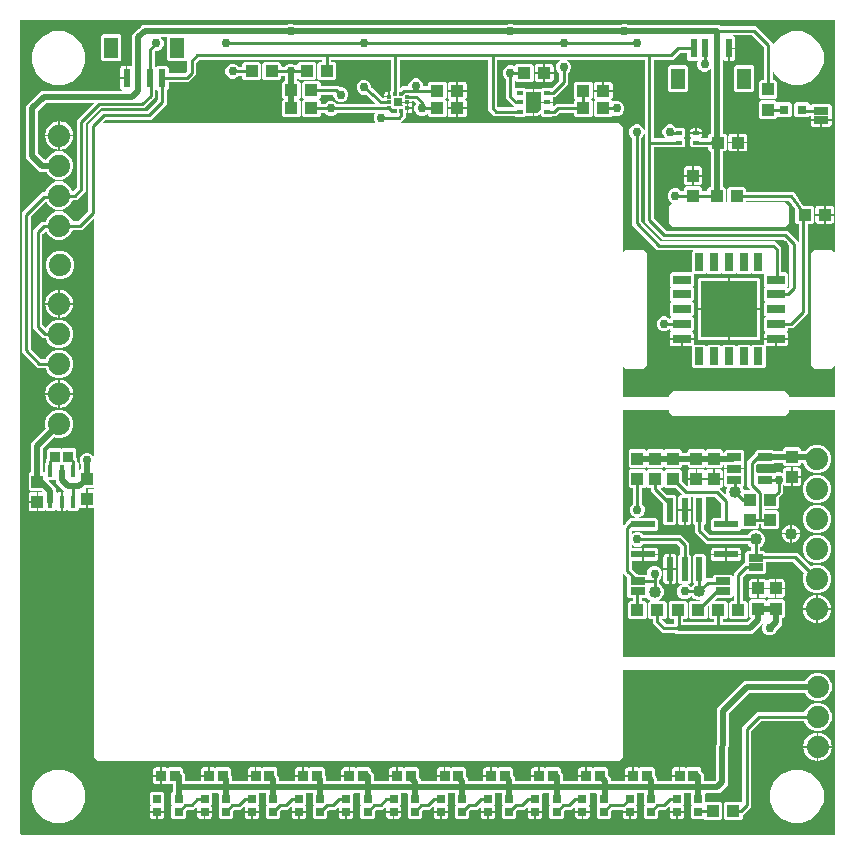
<source format=gbr>
G04 EAGLE Gerber RS-274X export*
G75*
%MOMM*%
%FSLAX34Y34*%
%LPD*%
%INTop Copper*%
%IPPOS*%
%AMOC8*
5,1,8,0,0,1.08239X$1,22.5*%
G01*
%ADD10R,1.100000X1.000000*%
%ADD11C,1.879600*%
%ADD12R,0.600000X1.550000*%
%ADD13R,1.200000X1.800000*%
%ADD14R,1.000000X1.100000*%
%ADD15R,0.800000X0.800000*%
%ADD16R,1.270000X0.635000*%
%ADD17R,0.550000X0.400000*%
%ADD18R,0.500000X0.500000*%
%ADD19R,0.800000X1.500000*%
%ADD20R,1.500000X0.800000*%
%ADD21R,4.800000X4.800000*%
%ADD22R,0.300000X0.325000*%
%ADD23R,0.325000X0.300000*%
%ADD24R,0.600000X2.000000*%
%ADD25R,2.000000X0.600000*%
%ADD26R,1.200000X0.700000*%
%ADD27C,1.016000*%
%ADD28R,0.700000X0.700000*%
%ADD29R,0.850000X0.900000*%
%ADD30R,0.500000X0.300000*%
%ADD31R,0.457200X1.079500*%
%ADD32C,0.756400*%
%ADD33C,0.254000*%
%ADD34C,0.508000*%
%ADD35C,0.152400*%

G36*
X694589Y5092D02*
X694589Y5092D01*
X694640Y5094D01*
X694672Y5112D01*
X694708Y5120D01*
X694747Y5153D01*
X694792Y5177D01*
X694813Y5207D01*
X694841Y5230D01*
X694862Y5277D01*
X694892Y5319D01*
X694900Y5361D01*
X694912Y5389D01*
X694911Y5419D01*
X694919Y5461D01*
X694919Y144111D01*
X694908Y144161D01*
X694906Y144212D01*
X694888Y144244D01*
X694880Y144280D01*
X694847Y144319D01*
X694823Y144364D01*
X694793Y144385D01*
X694770Y144413D01*
X694723Y144434D01*
X694681Y144464D01*
X694639Y144472D01*
X694611Y144484D01*
X694581Y144483D01*
X694539Y144491D01*
X515842Y144491D01*
X515792Y144480D01*
X515741Y144478D01*
X515709Y144460D01*
X515673Y144452D01*
X515634Y144419D01*
X515589Y144395D01*
X515568Y144365D01*
X515540Y144342D01*
X515519Y144295D01*
X515489Y144253D01*
X515481Y144211D01*
X515469Y144183D01*
X515470Y144153D01*
X515462Y144111D01*
X515462Y70738D01*
X512262Y67538D01*
X70738Y67538D01*
X67538Y70738D01*
X67538Y281152D01*
X67535Y281166D01*
X67537Y281179D01*
X67526Y281217D01*
X67525Y281243D01*
X67511Y281268D01*
X67499Y281321D01*
X67490Y281332D01*
X67486Y281344D01*
X67447Y281385D01*
X67442Y281395D01*
X67432Y281402D01*
X67389Y281455D01*
X67376Y281460D01*
X67367Y281470D01*
X67301Y281494D01*
X67300Y281495D01*
X67298Y281495D01*
X67230Y281526D01*
X67217Y281525D01*
X67204Y281530D01*
X67060Y281520D01*
X67057Y281519D01*
X66835Y281459D01*
X62261Y281459D01*
X62261Y289119D01*
X62250Y289169D01*
X62248Y289220D01*
X62230Y289252D01*
X62222Y289288D01*
X62189Y289327D01*
X62165Y289372D01*
X62135Y289393D01*
X62111Y289421D01*
X62065Y289442D01*
X62023Y289472D01*
X61981Y289480D01*
X61953Y289492D01*
X61923Y289491D01*
X61881Y289499D01*
X61119Y289499D01*
X61069Y289488D01*
X61018Y289486D01*
X60986Y289468D01*
X60950Y289460D01*
X60911Y289427D01*
X60866Y289403D01*
X60845Y289373D01*
X60817Y289349D01*
X60796Y289303D01*
X60766Y289261D01*
X60758Y289219D01*
X60746Y289191D01*
X60747Y289161D01*
X60739Y289119D01*
X60739Y281459D01*
X56165Y281459D01*
X55519Y281632D01*
X54897Y281992D01*
X54837Y282010D01*
X54779Y282036D01*
X54755Y282035D01*
X54731Y282042D01*
X54669Y282031D01*
X54606Y282029D01*
X54585Y282017D01*
X54560Y282013D01*
X54509Y281976D01*
X54454Y281946D01*
X54440Y281926D01*
X54420Y281912D01*
X54391Y281856D01*
X54354Y281805D01*
X54349Y281777D01*
X54339Y281759D01*
X54338Y281721D01*
X54327Y281662D01*
X54327Y280660D01*
X52838Y279171D01*
X46162Y279171D01*
X44985Y280348D01*
X44973Y280355D01*
X44965Y280366D01*
X44900Y280400D01*
X44838Y280439D01*
X44824Y280441D01*
X44812Y280447D01*
X44738Y280449D01*
X44665Y280456D01*
X44653Y280451D01*
X44639Y280451D01*
X44572Y280420D01*
X44503Y280394D01*
X44494Y280384D01*
X44482Y280379D01*
X44387Y280269D01*
X44319Y280152D01*
X43846Y279679D01*
X43267Y279344D01*
X42621Y279171D01*
X40761Y279171D01*
X40761Y286728D01*
X40750Y286778D01*
X40748Y286829D01*
X40730Y286861D01*
X40722Y286897D01*
X40689Y286937D01*
X40665Y286981D01*
X40635Y287002D01*
X40611Y287031D01*
X40565Y287052D01*
X40523Y287081D01*
X40481Y287089D01*
X40453Y287102D01*
X40423Y287101D01*
X40381Y287109D01*
X39619Y287109D01*
X39569Y287097D01*
X39518Y287095D01*
X39486Y287078D01*
X39450Y287069D01*
X39411Y287037D01*
X39366Y287012D01*
X39345Y286982D01*
X39317Y286959D01*
X39296Y286912D01*
X39266Y286871D01*
X39258Y286829D01*
X39246Y286801D01*
X39247Y286770D01*
X39239Y286728D01*
X39239Y279171D01*
X37379Y279171D01*
X36733Y279344D01*
X36154Y279679D01*
X35681Y280152D01*
X35613Y280269D01*
X35604Y280279D01*
X35599Y280292D01*
X35545Y280342D01*
X35495Y280396D01*
X35482Y280400D01*
X35472Y280410D01*
X35401Y280430D01*
X35332Y280456D01*
X35319Y280455D01*
X35306Y280459D01*
X35233Y280446D01*
X35160Y280439D01*
X35149Y280431D01*
X35135Y280429D01*
X35015Y280348D01*
X33838Y279171D01*
X27162Y279171D01*
X26732Y279601D01*
X26689Y279628D01*
X26651Y279663D01*
X26616Y279673D01*
X26585Y279692D01*
X26534Y279697D01*
X26485Y279712D01*
X26449Y279705D01*
X26412Y279709D01*
X26365Y279691D01*
X26314Y279682D01*
X26279Y279658D01*
X26250Y279647D01*
X26229Y279625D01*
X26194Y279601D01*
X26060Y279467D01*
X25481Y279132D01*
X24835Y278959D01*
X20261Y278959D01*
X20261Y286619D01*
X20250Y286669D01*
X20248Y286720D01*
X20230Y286752D01*
X20222Y286788D01*
X20189Y286827D01*
X20165Y286872D01*
X20135Y286893D01*
X20111Y286921D01*
X20065Y286942D01*
X20023Y286972D01*
X19981Y286980D01*
X19953Y286992D01*
X19923Y286991D01*
X19881Y286999D01*
X19499Y286999D01*
X19499Y287001D01*
X19881Y287001D01*
X19931Y287012D01*
X19982Y287014D01*
X20014Y287032D01*
X20050Y287040D01*
X20089Y287073D01*
X20134Y287097D01*
X20155Y287127D01*
X20183Y287151D01*
X20204Y287197D01*
X20234Y287239D01*
X20242Y287281D01*
X20254Y287309D01*
X20253Y287339D01*
X20261Y287381D01*
X20261Y295041D01*
X23103Y295041D01*
X23129Y295047D01*
X23154Y295044D01*
X23212Y295066D01*
X23272Y295080D01*
X23292Y295097D01*
X23316Y295106D01*
X23358Y295151D01*
X23406Y295190D01*
X23416Y295214D01*
X23434Y295233D01*
X23451Y295292D01*
X23477Y295349D01*
X23476Y295374D01*
X23483Y295399D01*
X23472Y295460D01*
X23470Y295522D01*
X23458Y295544D01*
X23453Y295570D01*
X23405Y295641D01*
X23387Y295674D01*
X23379Y295680D01*
X23372Y295690D01*
X23214Y295848D01*
X23150Y295888D01*
X23088Y295932D01*
X23076Y295934D01*
X23067Y295939D01*
X23030Y295943D01*
X22945Y295959D01*
X13448Y295959D01*
X11959Y297448D01*
X11959Y310552D01*
X13448Y312041D01*
X14039Y312041D01*
X14089Y312052D01*
X14140Y312054D01*
X14172Y312072D01*
X14208Y312080D01*
X14247Y312113D01*
X14292Y312137D01*
X14313Y312167D01*
X14341Y312190D01*
X14362Y312237D01*
X14392Y312279D01*
X14400Y312321D01*
X14412Y312349D01*
X14411Y312379D01*
X14419Y312421D01*
X14419Y336605D01*
X26578Y348764D01*
X26612Y348818D01*
X26652Y348867D01*
X26657Y348890D01*
X26670Y348911D01*
X26676Y348974D01*
X26690Y349036D01*
X26684Y349062D01*
X26686Y349083D01*
X26673Y349118D01*
X26661Y349178D01*
X26061Y350625D01*
X26061Y355375D01*
X27879Y359763D01*
X31237Y363121D01*
X35625Y364939D01*
X40375Y364939D01*
X44763Y363121D01*
X48121Y359763D01*
X49939Y355375D01*
X49939Y350625D01*
X48121Y346237D01*
X44763Y342879D01*
X40375Y341061D01*
X35625Y341061D01*
X34178Y341661D01*
X34115Y341671D01*
X34054Y341689D01*
X34031Y341685D01*
X34007Y341689D01*
X33946Y341670D01*
X33884Y341659D01*
X33861Y341644D01*
X33841Y341638D01*
X33814Y341612D01*
X33764Y341578D01*
X24692Y332507D01*
X24652Y332442D01*
X24608Y332380D01*
X24606Y332368D01*
X24601Y332360D01*
X24597Y332323D01*
X24581Y332238D01*
X24581Y312421D01*
X24592Y312371D01*
X24594Y312320D01*
X24612Y312288D01*
X24620Y312252D01*
X24653Y312213D01*
X24677Y312168D01*
X24707Y312147D01*
X24730Y312119D01*
X24777Y312098D01*
X24819Y312068D01*
X24861Y312060D01*
X24889Y312048D01*
X24919Y312049D01*
X24961Y312041D01*
X25293Y312041D01*
X25343Y312052D01*
X25394Y312054D01*
X25426Y312072D01*
X25462Y312080D01*
X25501Y312113D01*
X25546Y312137D01*
X25567Y312167D01*
X25595Y312190D01*
X25616Y312237D01*
X25646Y312279D01*
X25654Y312321D01*
X25666Y312349D01*
X25665Y312379D01*
X25673Y312421D01*
X25673Y319340D01*
X26578Y320245D01*
X26618Y320310D01*
X26662Y320372D01*
X26664Y320384D01*
X26669Y320392D01*
X26673Y320429D01*
X26689Y320514D01*
X26689Y322878D01*
X27298Y323487D01*
X27338Y323552D01*
X27382Y323614D01*
X27384Y323626D01*
X27389Y323634D01*
X27393Y323671D01*
X27409Y323756D01*
X27409Y330552D01*
X28898Y332041D01*
X39502Y332041D01*
X39731Y331812D01*
X39774Y331785D01*
X39812Y331750D01*
X39847Y331740D01*
X39878Y331721D01*
X39929Y331716D01*
X39978Y331701D01*
X40014Y331708D01*
X40051Y331704D01*
X40098Y331722D01*
X40149Y331731D01*
X40184Y331755D01*
X40213Y331766D01*
X40233Y331788D01*
X40269Y331812D01*
X40498Y332041D01*
X51102Y332041D01*
X52591Y330552D01*
X52591Y323756D01*
X52608Y323682D01*
X52621Y323607D01*
X52628Y323597D01*
X52630Y323587D01*
X52654Y323558D01*
X52702Y323487D01*
X53311Y322878D01*
X53311Y320514D01*
X53328Y320440D01*
X53341Y320365D01*
X53348Y320355D01*
X53350Y320345D01*
X53374Y320316D01*
X53422Y320245D01*
X54327Y319340D01*
X54327Y314338D01*
X54333Y314313D01*
X54330Y314287D01*
X54352Y314229D01*
X54366Y314169D01*
X54383Y314149D01*
X54392Y314125D01*
X54437Y314083D01*
X54476Y314035D01*
X54500Y314025D01*
X54519Y314007D01*
X54578Y313990D01*
X54635Y313965D01*
X54660Y313966D01*
X54685Y313958D01*
X54746Y313969D01*
X54808Y313971D01*
X54830Y313984D01*
X54856Y313988D01*
X54927Y314036D01*
X54960Y314054D01*
X54966Y314062D01*
X54976Y314069D01*
X55448Y314541D01*
X56039Y314541D01*
X56089Y314552D01*
X56140Y314554D01*
X56172Y314572D01*
X56208Y314580D01*
X56247Y314613D01*
X56292Y314637D01*
X56313Y314667D01*
X56341Y314690D01*
X56362Y314737D01*
X56392Y314779D01*
X56400Y314821D01*
X56412Y314849D01*
X56411Y314879D01*
X56419Y314921D01*
X56419Y317982D01*
X56402Y318056D01*
X56389Y318130D01*
X56382Y318140D01*
X56380Y318150D01*
X56356Y318179D01*
X56308Y318250D01*
X56140Y318418D01*
X55177Y320742D01*
X55177Y323258D01*
X56140Y325582D01*
X57918Y327360D01*
X60242Y328323D01*
X62758Y328323D01*
X65082Y327360D01*
X66889Y325553D01*
X66911Y325539D01*
X66927Y325519D01*
X66984Y325494D01*
X67036Y325461D01*
X67062Y325459D01*
X67086Y325448D01*
X67147Y325450D01*
X67209Y325445D01*
X67233Y325454D01*
X67259Y325455D01*
X67313Y325484D01*
X67371Y325506D01*
X67388Y325525D01*
X67411Y325537D01*
X67446Y325588D01*
X67488Y325633D01*
X67496Y325658D01*
X67511Y325679D01*
X67527Y325764D01*
X67538Y325799D01*
X67536Y325809D01*
X67538Y325821D01*
X67538Y526231D01*
X67532Y526256D01*
X67535Y526282D01*
X67513Y526340D01*
X67499Y526400D01*
X67482Y526420D01*
X67473Y526444D01*
X67428Y526486D01*
X67389Y526533D01*
X67365Y526544D01*
X67346Y526562D01*
X67287Y526579D01*
X67230Y526604D01*
X67205Y526603D01*
X67180Y526611D01*
X67119Y526600D01*
X67057Y526598D01*
X67035Y526585D01*
X67009Y526581D01*
X66938Y526533D01*
X66905Y526515D01*
X66899Y526507D01*
X66889Y526500D01*
X59722Y519333D01*
X57378Y516989D01*
X49598Y516989D01*
X49536Y516975D01*
X49473Y516968D01*
X49453Y516955D01*
X49429Y516950D01*
X49380Y516909D01*
X49327Y516875D01*
X49312Y516853D01*
X49296Y516840D01*
X49280Y516805D01*
X49247Y516755D01*
X48121Y514037D01*
X44763Y510679D01*
X40375Y508861D01*
X35625Y508861D01*
X31237Y510679D01*
X27879Y514037D01*
X27085Y515953D01*
X27063Y515984D01*
X27049Y516020D01*
X27013Y516053D01*
X26984Y516093D01*
X26950Y516112D01*
X26922Y516138D01*
X26875Y516152D01*
X26831Y516175D01*
X26793Y516176D01*
X26756Y516187D01*
X26707Y516178D01*
X26658Y516180D01*
X26623Y516164D01*
X26585Y516157D01*
X26535Y516123D01*
X26501Y516107D01*
X26488Y516091D01*
X26465Y516076D01*
X23922Y513533D01*
X23882Y513468D01*
X23838Y513406D01*
X23836Y513394D01*
X23831Y513386D01*
X23827Y513349D01*
X23811Y513264D01*
X23811Y436736D01*
X23828Y436662D01*
X23841Y436587D01*
X23848Y436577D01*
X23850Y436567D01*
X23874Y436538D01*
X23922Y436467D01*
X26465Y433924D01*
X26498Y433904D01*
X26524Y433876D01*
X26571Y433859D01*
X26612Y433833D01*
X26651Y433829D01*
X26687Y433816D01*
X26736Y433821D01*
X26785Y433816D01*
X26821Y433830D01*
X26859Y433834D01*
X26901Y433860D01*
X26947Y433878D01*
X26973Y433906D01*
X27005Y433926D01*
X27039Y433977D01*
X27065Y434005D01*
X27071Y434025D01*
X27085Y434047D01*
X27879Y435963D01*
X31237Y439321D01*
X35625Y441139D01*
X40375Y441139D01*
X44763Y439321D01*
X48121Y435963D01*
X49939Y431575D01*
X49939Y426825D01*
X48121Y422437D01*
X44763Y419079D01*
X40375Y417261D01*
X35625Y417261D01*
X31237Y419079D01*
X27879Y422437D01*
X26753Y425155D01*
X26716Y425206D01*
X26686Y425262D01*
X26666Y425276D01*
X26652Y425295D01*
X26596Y425325D01*
X26544Y425362D01*
X26518Y425367D01*
X26499Y425377D01*
X26462Y425378D01*
X26402Y425389D01*
X24222Y425389D01*
X16189Y433422D01*
X16189Y516578D01*
X23422Y523811D01*
X26071Y523811D01*
X26132Y523825D01*
X26196Y523832D01*
X26216Y523845D01*
X26239Y523850D01*
X26288Y523891D01*
X26342Y523925D01*
X26357Y523947D01*
X26373Y523960D01*
X26388Y523995D01*
X26422Y524045D01*
X27879Y527563D01*
X31237Y530921D01*
X35625Y532739D01*
X40375Y532739D01*
X44763Y530921D01*
X48121Y527563D01*
X49247Y524845D01*
X49284Y524794D01*
X49314Y524738D01*
X49334Y524724D01*
X49348Y524705D01*
X49404Y524675D01*
X49456Y524638D01*
X49482Y524633D01*
X49501Y524623D01*
X49538Y524622D01*
X49598Y524611D01*
X54064Y524611D01*
X54138Y524628D01*
X54213Y524641D01*
X54223Y524648D01*
X54233Y524650D01*
X54262Y524674D01*
X54333Y524722D01*
X62347Y532736D01*
X62387Y532801D01*
X62431Y532863D01*
X62433Y532875D01*
X62438Y532883D01*
X62442Y532920D01*
X62458Y533005D01*
X62458Y606367D01*
X74133Y618042D01*
X112495Y618042D01*
X112569Y618059D01*
X112644Y618072D01*
X112654Y618079D01*
X112664Y618081D01*
X112693Y618105D01*
X112764Y618153D01*
X121078Y626467D01*
X121118Y626532D01*
X121162Y626594D01*
X121164Y626606D01*
X121169Y626614D01*
X121173Y626651D01*
X121189Y626736D01*
X121189Y635089D01*
X121178Y635139D01*
X121176Y635190D01*
X121158Y635222D01*
X121150Y635258D01*
X121117Y635297D01*
X121093Y635342D01*
X121063Y635363D01*
X121040Y635391D01*
X121014Y635403D01*
X120269Y636148D01*
X120226Y636175D01*
X120188Y636210D01*
X120153Y636220D01*
X120122Y636239D01*
X120071Y636244D01*
X120022Y636259D01*
X119986Y636252D01*
X119949Y636256D01*
X119902Y636238D01*
X119851Y636229D01*
X119816Y636205D01*
X119787Y636194D01*
X119766Y636172D01*
X119731Y636148D01*
X119216Y635633D01*
X119176Y635568D01*
X119132Y635506D01*
X119130Y635494D01*
X119125Y635486D01*
X119121Y635449D01*
X119105Y635364D01*
X119105Y629274D01*
X109815Y619984D01*
X73764Y619984D01*
X73690Y619967D01*
X73616Y619954D01*
X73606Y619947D01*
X73596Y619945D01*
X73567Y619921D01*
X73496Y619873D01*
X60422Y606799D01*
X60382Y606735D01*
X60338Y606673D01*
X60336Y606661D01*
X60331Y606652D01*
X60327Y606615D01*
X60311Y606531D01*
X60311Y549922D01*
X52778Y542389D01*
X49598Y542389D01*
X49536Y542375D01*
X49473Y542368D01*
X49453Y542355D01*
X49429Y542350D01*
X49380Y542309D01*
X49327Y542275D01*
X49312Y542253D01*
X49296Y542240D01*
X49280Y542205D01*
X49247Y542155D01*
X48121Y539437D01*
X44763Y536079D01*
X40375Y534261D01*
X35625Y534261D01*
X31237Y536079D01*
X27879Y539437D01*
X27250Y540955D01*
X27213Y541006D01*
X27183Y541062D01*
X27163Y541076D01*
X27149Y541095D01*
X27093Y541125D01*
X27041Y541162D01*
X27015Y541167D01*
X26996Y541177D01*
X26959Y541178D01*
X26899Y541189D01*
X26736Y541189D01*
X26662Y541172D01*
X26587Y541159D01*
X26577Y541152D01*
X26567Y541150D01*
X26538Y541126D01*
X26467Y541078D01*
X13922Y528533D01*
X13882Y528468D01*
X13838Y528406D01*
X13836Y528394D01*
X13831Y528386D01*
X13827Y528349D01*
X13811Y528264D01*
X13811Y416736D01*
X13828Y416662D01*
X13841Y416587D01*
X13848Y416577D01*
X13850Y416567D01*
X13874Y416538D01*
X13922Y416467D01*
X22667Y407722D01*
X22732Y407682D01*
X22794Y407638D01*
X22806Y407636D01*
X22814Y407631D01*
X22851Y407627D01*
X22936Y407611D01*
X26402Y407611D01*
X26464Y407625D01*
X26527Y407632D01*
X26547Y407645D01*
X26571Y407650D01*
X26620Y407691D01*
X26673Y407725D01*
X26688Y407747D01*
X26704Y407760D01*
X26720Y407795D01*
X26753Y407845D01*
X27879Y410563D01*
X31237Y413921D01*
X35625Y415739D01*
X40375Y415739D01*
X44763Y413921D01*
X48121Y410563D01*
X49939Y406175D01*
X49939Y401425D01*
X48121Y397037D01*
X44763Y393679D01*
X40375Y391861D01*
X35625Y391861D01*
X31237Y393679D01*
X27879Y397037D01*
X26753Y399755D01*
X26716Y399806D01*
X26686Y399862D01*
X26666Y399876D01*
X26652Y399895D01*
X26596Y399925D01*
X26544Y399962D01*
X26518Y399967D01*
X26499Y399977D01*
X26462Y399978D01*
X26402Y399989D01*
X19622Y399989D01*
X6189Y413422D01*
X6189Y531578D01*
X23422Y548811D01*
X25905Y548811D01*
X25967Y548825D01*
X26030Y548832D01*
X26050Y548845D01*
X26074Y548850D01*
X26123Y548891D01*
X26176Y548925D01*
X26191Y548947D01*
X26207Y548960D01*
X26223Y548995D01*
X26256Y549045D01*
X27879Y552963D01*
X31237Y556321D01*
X35625Y558139D01*
X40375Y558139D01*
X44763Y556321D01*
X48121Y552963D01*
X49207Y550340D01*
X49230Y550309D01*
X49244Y550273D01*
X49280Y550239D01*
X49308Y550199D01*
X49342Y550181D01*
X49371Y550155D01*
X49418Y550141D01*
X49461Y550118D01*
X49500Y550117D01*
X49537Y550106D01*
X49585Y550115D01*
X49635Y550113D01*
X49670Y550129D01*
X49708Y550136D01*
X49758Y550170D01*
X49792Y550185D01*
X49805Y550202D01*
X49828Y550217D01*
X52578Y552967D01*
X52618Y553032D01*
X52662Y553094D01*
X52664Y553106D01*
X52669Y553114D01*
X52673Y553151D01*
X52689Y553236D01*
X52689Y609845D01*
X55033Y612189D01*
X67114Y624270D01*
X67128Y624292D01*
X67148Y624308D01*
X67173Y624365D01*
X67206Y624417D01*
X67208Y624443D01*
X67219Y624467D01*
X67217Y624528D01*
X67222Y624590D01*
X67213Y624614D01*
X67212Y624640D01*
X67183Y624694D01*
X67161Y624752D01*
X67142Y624769D01*
X67130Y624792D01*
X67079Y624827D01*
X67034Y624869D01*
X67009Y624877D01*
X66988Y624892D01*
X66903Y624908D01*
X66868Y624919D01*
X66858Y624917D01*
X66846Y624919D01*
X27262Y624919D01*
X27188Y624902D01*
X27113Y624889D01*
X27103Y624882D01*
X27093Y624880D01*
X27064Y624856D01*
X26993Y624808D01*
X20192Y618007D01*
X20152Y617942D01*
X20108Y617880D01*
X20106Y617868D01*
X20101Y617860D01*
X20097Y617823D01*
X20081Y617738D01*
X20081Y582262D01*
X20094Y582205D01*
X20094Y582200D01*
X20096Y582196D01*
X20098Y582188D01*
X20111Y582113D01*
X20118Y582103D01*
X20120Y582093D01*
X20144Y582064D01*
X20192Y581993D01*
X25393Y576792D01*
X25458Y576752D01*
X25520Y576708D01*
X25532Y576706D01*
X25540Y576701D01*
X25577Y576697D01*
X25662Y576681D01*
X26928Y576681D01*
X26990Y576695D01*
X27053Y576702D01*
X27073Y576715D01*
X27097Y576720D01*
X27146Y576761D01*
X27199Y576795D01*
X27214Y576817D01*
X27230Y576830D01*
X27246Y576865D01*
X27279Y576915D01*
X27879Y578363D01*
X31237Y581721D01*
X35625Y583539D01*
X40375Y583539D01*
X44763Y581721D01*
X48121Y578363D01*
X49939Y573975D01*
X49939Y569225D01*
X48121Y564837D01*
X44763Y561479D01*
X40375Y559661D01*
X35625Y559661D01*
X31237Y561479D01*
X27879Y564837D01*
X27279Y566285D01*
X27242Y566336D01*
X27212Y566392D01*
X27192Y566406D01*
X27178Y566425D01*
X27122Y566455D01*
X27070Y566492D01*
X27044Y566497D01*
X27025Y566507D01*
X26988Y566508D01*
X26928Y566519D01*
X21295Y566519D01*
X9919Y577895D01*
X9919Y622105D01*
X22895Y635081D01*
X90573Y635081D01*
X90646Y635098D01*
X90720Y635110D01*
X90730Y635117D01*
X90742Y635120D01*
X90800Y635168D01*
X90860Y635212D01*
X90866Y635223D01*
X90875Y635230D01*
X90906Y635299D01*
X90941Y635365D01*
X90941Y635377D01*
X90946Y635389D01*
X90944Y635463D01*
X90945Y635538D01*
X90940Y635549D01*
X90940Y635562D01*
X90904Y635627D01*
X90873Y635695D01*
X90862Y635704D01*
X90857Y635714D01*
X90826Y635736D01*
X90763Y635790D01*
X90440Y635977D01*
X89967Y636450D01*
X89632Y637029D01*
X89459Y637675D01*
X89459Y644999D01*
X94619Y644999D01*
X94669Y645010D01*
X94720Y645012D01*
X94752Y645030D01*
X94788Y645038D01*
X94827Y645071D01*
X94872Y645095D01*
X94893Y645125D01*
X94921Y645148D01*
X94942Y645195D01*
X94972Y645237D01*
X94980Y645279D01*
X94992Y645307D01*
X94991Y645337D01*
X94999Y645379D01*
X94999Y645761D01*
X95381Y645761D01*
X95431Y645772D01*
X95482Y645774D01*
X95514Y645792D01*
X95550Y645800D01*
X95589Y645833D01*
X95634Y645857D01*
X95655Y645887D01*
X95683Y645911D01*
X95704Y645957D01*
X95734Y645999D01*
X95742Y646041D01*
X95754Y646069D01*
X95753Y646099D01*
X95761Y646141D01*
X95761Y656051D01*
X98335Y656051D01*
X98981Y655878D01*
X99349Y655665D01*
X99409Y655647D01*
X99467Y655621D01*
X99491Y655622D01*
X99515Y655615D01*
X99577Y655625D01*
X99640Y655628D01*
X99661Y655639D01*
X99686Y655643D01*
X99737Y655680D01*
X99792Y655710D01*
X99806Y655730D01*
X99826Y655745D01*
X99855Y655801D01*
X99892Y655852D01*
X99897Y655879D01*
X99907Y655898D01*
X99908Y655936D01*
X99919Y655994D01*
X99919Y682105D01*
X105344Y687529D01*
X105346Y687532D01*
X106965Y689150D01*
X108431Y690617D01*
X110574Y690616D01*
X112794Y690616D01*
X112798Y690615D01*
X209866Y690581D01*
X229982Y690581D01*
X230055Y690598D01*
X230130Y690611D01*
X230141Y690618D01*
X230150Y690620D01*
X230179Y690644D01*
X230250Y690692D01*
X230418Y690860D01*
X232742Y691823D01*
X235258Y691823D01*
X237582Y690860D01*
X237750Y690692D01*
X237814Y690652D01*
X237876Y690608D01*
X237888Y690606D01*
X237897Y690601D01*
X237934Y690597D01*
X238018Y690581D01*
X353187Y690581D01*
X353217Y690588D01*
X353247Y690585D01*
X353318Y690611D01*
X353356Y690620D01*
X353367Y690629D01*
X353383Y690635D01*
X353891Y690939D01*
X355280Y690592D01*
X355317Y690592D01*
X355372Y690581D01*
X415982Y690581D01*
X416056Y690598D01*
X416130Y690611D01*
X416140Y690618D01*
X416150Y690620D01*
X416179Y690644D01*
X416250Y690692D01*
X416418Y690860D01*
X418742Y691823D01*
X421258Y691823D01*
X423582Y690860D01*
X423750Y690692D01*
X423814Y690652D01*
X423876Y690608D01*
X423888Y690606D01*
X423897Y690601D01*
X423934Y690597D01*
X424018Y690581D01*
X512482Y690581D01*
X512556Y690598D01*
X512630Y690611D01*
X512640Y690618D01*
X512650Y690620D01*
X512679Y690644D01*
X512750Y690692D01*
X512918Y690860D01*
X515242Y691823D01*
X517758Y691823D01*
X520082Y690860D01*
X520250Y690692D01*
X520314Y690652D01*
X520376Y690608D01*
X520388Y690606D01*
X520397Y690601D01*
X520434Y690597D01*
X520518Y690581D01*
X597105Y690581D01*
X598263Y689422D01*
X598328Y689382D01*
X598390Y689338D01*
X598402Y689336D01*
X598410Y689331D01*
X598447Y689327D01*
X598532Y689311D01*
X628078Y689311D01*
X641881Y675508D01*
X641881Y673639D01*
X641884Y673626D01*
X641882Y673613D01*
X641903Y673542D01*
X641920Y673470D01*
X641928Y673460D01*
X641932Y673447D01*
X641983Y673393D01*
X642030Y673336D01*
X642042Y673331D01*
X642051Y673321D01*
X642121Y673296D01*
X642189Y673265D01*
X642202Y673266D01*
X642214Y673261D01*
X642287Y673269D01*
X642362Y673272D01*
X642373Y673278D01*
X642386Y673279D01*
X642449Y673319D01*
X642514Y673355D01*
X642521Y673365D01*
X642532Y673372D01*
X642612Y673493D01*
X643357Y675291D01*
X649709Y681643D01*
X658008Y685081D01*
X666992Y685081D01*
X675291Y681643D01*
X681643Y675291D01*
X685081Y666992D01*
X685081Y658008D01*
X681643Y649709D01*
X675291Y643357D01*
X666992Y639919D01*
X658008Y639919D01*
X649709Y643357D01*
X643357Y649709D01*
X642612Y651507D01*
X642605Y651517D01*
X642602Y651530D01*
X642555Y651587D01*
X642511Y651648D01*
X642500Y651654D01*
X642492Y651664D01*
X642424Y651694D01*
X642358Y651729D01*
X642345Y651729D01*
X642333Y651735D01*
X642259Y651732D01*
X642185Y651734D01*
X642173Y651729D01*
X642160Y651728D01*
X642095Y651693D01*
X642028Y651662D01*
X642019Y651652D01*
X642008Y651645D01*
X641966Y651585D01*
X641919Y651527D01*
X641916Y651514D01*
X641908Y651504D01*
X641881Y651361D01*
X641881Y644421D01*
X641892Y644371D01*
X641894Y644320D01*
X641912Y644288D01*
X641920Y644252D01*
X641953Y644213D01*
X641977Y644168D01*
X642007Y644147D01*
X642030Y644119D01*
X642077Y644098D01*
X642119Y644068D01*
X642161Y644060D01*
X642189Y644048D01*
X642219Y644049D01*
X642261Y644041D01*
X644052Y644041D01*
X645541Y642552D01*
X645541Y629448D01*
X644052Y627959D01*
X631948Y627959D01*
X630459Y629448D01*
X630459Y642552D01*
X631948Y644041D01*
X633879Y644041D01*
X633929Y644052D01*
X633980Y644054D01*
X634012Y644072D01*
X634048Y644080D01*
X634087Y644113D01*
X634132Y644137D01*
X634153Y644167D01*
X634181Y644190D01*
X634202Y644237D01*
X634232Y644279D01*
X634240Y644321D01*
X634252Y644349D01*
X634251Y644379D01*
X634259Y644421D01*
X634259Y672194D01*
X634242Y672268D01*
X634229Y672343D01*
X634222Y672353D01*
X634220Y672363D01*
X634196Y672392D01*
X634148Y672463D01*
X625033Y681578D01*
X624968Y681618D01*
X624906Y681662D01*
X624894Y681664D01*
X624886Y681669D01*
X624849Y681673D01*
X624764Y681689D01*
X608765Y681689D01*
X608728Y681681D01*
X608690Y681682D01*
X608645Y681661D01*
X608596Y681650D01*
X608567Y681626D01*
X608533Y681610D01*
X608501Y681571D01*
X608463Y681540D01*
X608447Y681505D01*
X608423Y681476D01*
X608412Y681427D01*
X608392Y681381D01*
X608393Y681344D01*
X608385Y681307D01*
X608396Y681258D01*
X608398Y681208D01*
X608416Y681175D01*
X608425Y681138D01*
X608457Y681100D01*
X608481Y681056D01*
X608512Y681034D01*
X608536Y681005D01*
X608592Y680978D01*
X608623Y680956D01*
X608646Y680952D01*
X608667Y680942D01*
X608981Y680858D01*
X609560Y680523D01*
X610033Y680050D01*
X610368Y679471D01*
X610541Y678825D01*
X610541Y671501D01*
X605381Y671501D01*
X605331Y671490D01*
X605280Y671488D01*
X605248Y671470D01*
X605212Y671462D01*
X605173Y671429D01*
X605128Y671405D01*
X605107Y671375D01*
X605079Y671351D01*
X605058Y671305D01*
X605028Y671263D01*
X605020Y671221D01*
X605008Y671193D01*
X605009Y671163D01*
X605001Y671121D01*
X605001Y670739D01*
X604619Y670739D01*
X604569Y670728D01*
X604518Y670726D01*
X604486Y670708D01*
X604450Y670700D01*
X604411Y670667D01*
X604366Y670643D01*
X604345Y670613D01*
X604317Y670589D01*
X604296Y670543D01*
X604266Y670501D01*
X604258Y670459D01*
X604246Y670431D01*
X604247Y670401D01*
X604239Y670359D01*
X604239Y660449D01*
X601665Y660449D01*
X601019Y660622D01*
X600651Y660835D01*
X600591Y660853D01*
X600533Y660879D01*
X600509Y660878D01*
X600485Y660885D01*
X600423Y660875D01*
X600360Y660872D01*
X600339Y660861D01*
X600314Y660857D01*
X600263Y660820D01*
X600208Y660790D01*
X600194Y660770D01*
X600174Y660755D01*
X600145Y660699D01*
X600108Y660648D01*
X600103Y660621D01*
X600093Y660602D01*
X600092Y660564D01*
X600081Y660506D01*
X600081Y598921D01*
X600092Y598871D01*
X600094Y598820D01*
X600112Y598788D01*
X600120Y598752D01*
X600153Y598713D01*
X600177Y598668D01*
X600207Y598647D01*
X600230Y598619D01*
X600277Y598598D01*
X600319Y598568D01*
X600361Y598560D01*
X600389Y598548D01*
X600419Y598549D01*
X600461Y598541D01*
X602052Y598541D01*
X603541Y597052D01*
X603541Y584948D01*
X602052Y583459D01*
X599961Y583459D01*
X599911Y583448D01*
X599860Y583446D01*
X599828Y583428D01*
X599792Y583420D01*
X599753Y583387D01*
X599708Y583363D01*
X599687Y583333D01*
X599659Y583310D01*
X599638Y583263D01*
X599608Y583221D01*
X599600Y583179D01*
X599588Y583151D01*
X599588Y583135D01*
X599588Y583133D01*
X599588Y583118D01*
X599581Y583079D01*
X599581Y553421D01*
X599592Y553371D01*
X599594Y553320D01*
X599612Y553288D01*
X599620Y553252D01*
X599653Y553213D01*
X599677Y553168D01*
X599707Y553147D01*
X599730Y553119D01*
X599777Y553098D01*
X599819Y553068D01*
X599861Y553060D01*
X599889Y553048D01*
X599919Y553049D01*
X599961Y553041D01*
X601052Y553041D01*
X602541Y551552D01*
X602541Y540842D01*
X602552Y540792D01*
X602554Y540741D01*
X602572Y540709D01*
X602580Y540673D01*
X602613Y540634D01*
X602637Y540589D01*
X602667Y540568D01*
X602690Y540540D01*
X602737Y540519D01*
X602779Y540489D01*
X602821Y540481D01*
X602849Y540469D01*
X602879Y540470D01*
X602921Y540462D01*
X603079Y540462D01*
X603129Y540473D01*
X603180Y540475D01*
X603212Y540493D01*
X603248Y540501D01*
X603287Y540534D01*
X603332Y540558D01*
X603353Y540588D01*
X603381Y540611D01*
X603402Y540658D01*
X603432Y540700D01*
X603440Y540742D01*
X603452Y540770D01*
X603452Y540780D01*
X603452Y540781D01*
X603451Y540802D01*
X603459Y540842D01*
X603459Y551552D01*
X604948Y553041D01*
X618052Y553041D01*
X619541Y551552D01*
X619541Y549691D01*
X619552Y549641D01*
X619554Y549590D01*
X619572Y549558D01*
X619580Y549522D01*
X619613Y549483D01*
X619637Y549438D01*
X619667Y549417D01*
X619690Y549389D01*
X619737Y549368D01*
X619779Y549338D01*
X619821Y549330D01*
X619849Y549318D01*
X619879Y549319D01*
X619921Y549311D01*
X656163Y549311D01*
X656210Y549322D01*
X656258Y549323D01*
X656300Y549343D01*
X656331Y549350D01*
X656354Y549368D01*
X656389Y549385D01*
X656548Y549503D01*
X657800Y549315D01*
X657824Y549317D01*
X657856Y549311D01*
X659122Y549311D01*
X659262Y549171D01*
X659303Y549145D01*
X659338Y549112D01*
X659381Y549097D01*
X659409Y549080D01*
X659437Y549077D01*
X659474Y549064D01*
X659670Y549034D01*
X660422Y548016D01*
X660441Y548001D01*
X660459Y547974D01*
X661354Y547078D01*
X661354Y546881D01*
X661365Y546834D01*
X661366Y546786D01*
X661386Y546744D01*
X661394Y546712D01*
X661412Y546690D01*
X661429Y546655D01*
X668051Y537695D01*
X668065Y537684D01*
X668073Y537668D01*
X668130Y537628D01*
X668183Y537583D01*
X668200Y537578D01*
X668215Y537568D01*
X668332Y537546D01*
X668351Y537541D01*
X668354Y537541D01*
X668357Y537541D01*
X675552Y537541D01*
X677041Y536052D01*
X677041Y523948D01*
X675552Y522459D01*
X672311Y522459D01*
X672261Y522448D01*
X672210Y522446D01*
X672178Y522428D01*
X672142Y522420D01*
X672103Y522387D01*
X672058Y522363D01*
X672037Y522333D01*
X672009Y522310D01*
X671988Y522263D01*
X671958Y522221D01*
X671950Y522179D01*
X671938Y522151D01*
X671939Y522121D01*
X671931Y522079D01*
X671931Y446090D01*
X659530Y433689D01*
X655421Y433689D01*
X655371Y433678D01*
X655320Y433676D01*
X655288Y433658D01*
X655252Y433650D01*
X655213Y433617D01*
X655168Y433593D01*
X655147Y433563D01*
X655119Y433540D01*
X655098Y433493D01*
X655068Y433451D01*
X655060Y433409D01*
X655048Y433381D01*
X655049Y433351D01*
X655041Y433309D01*
X655041Y432448D01*
X654112Y431519D01*
X654085Y431475D01*
X654050Y431438D01*
X654040Y431403D01*
X654021Y431372D01*
X654016Y431321D01*
X654001Y431272D01*
X654008Y431236D01*
X654004Y431199D01*
X654022Y431152D01*
X654031Y431101D01*
X654055Y431066D01*
X654066Y431037D01*
X654088Y431016D01*
X654112Y430981D01*
X654533Y430560D01*
X654868Y429981D01*
X655041Y429335D01*
X655041Y425761D01*
X645381Y425761D01*
X645331Y425750D01*
X645280Y425748D01*
X645248Y425730D01*
X645212Y425722D01*
X645173Y425689D01*
X645128Y425665D01*
X645107Y425635D01*
X645079Y425611D01*
X645058Y425565D01*
X645028Y425523D01*
X645020Y425481D01*
X645008Y425453D01*
X645009Y425423D01*
X645001Y425381D01*
X645001Y424999D01*
X644999Y424999D01*
X644999Y425381D01*
X644988Y425431D01*
X644986Y425482D01*
X644968Y425514D01*
X644960Y425550D01*
X644927Y425589D01*
X644903Y425634D01*
X644873Y425655D01*
X644849Y425683D01*
X644803Y425704D01*
X644761Y425734D01*
X644719Y425742D01*
X644691Y425754D01*
X644661Y425753D01*
X644619Y425761D01*
X634959Y425761D01*
X634959Y429335D01*
X635132Y429981D01*
X635467Y430560D01*
X635888Y430981D01*
X635915Y431024D01*
X635950Y431062D01*
X635960Y431097D01*
X635979Y431128D01*
X635984Y431179D01*
X635999Y431228D01*
X635992Y431264D01*
X635996Y431301D01*
X635978Y431348D01*
X635969Y431399D01*
X635945Y431434D01*
X635934Y431463D01*
X635912Y431484D01*
X635888Y431519D01*
X634959Y432448D01*
X634959Y442552D01*
X635888Y443481D01*
X635915Y443524D01*
X635950Y443562D01*
X635960Y443597D01*
X635979Y443628D01*
X635984Y443679D01*
X635999Y443728D01*
X635992Y443764D01*
X635996Y443801D01*
X635978Y443848D01*
X635969Y443899D01*
X635945Y443934D01*
X635934Y443963D01*
X635912Y443984D01*
X635888Y444019D01*
X634959Y444948D01*
X634959Y455052D01*
X635888Y455981D01*
X635915Y456024D01*
X635950Y456062D01*
X635960Y456097D01*
X635979Y456128D01*
X635984Y456179D01*
X635999Y456228D01*
X635992Y456264D01*
X635996Y456301D01*
X635978Y456348D01*
X635969Y456399D01*
X635945Y456434D01*
X635934Y456463D01*
X635912Y456484D01*
X635888Y456519D01*
X634959Y457448D01*
X634959Y467552D01*
X635888Y468481D01*
X635915Y468524D01*
X635950Y468562D01*
X635960Y468597D01*
X635979Y468628D01*
X635984Y468679D01*
X635999Y468728D01*
X635992Y468764D01*
X635996Y468801D01*
X635978Y468848D01*
X635969Y468899D01*
X635945Y468934D01*
X635934Y468963D01*
X635912Y468984D01*
X635888Y469019D01*
X634959Y469948D01*
X634959Y479579D01*
X634948Y479629D01*
X634946Y479680D01*
X634928Y479712D01*
X634920Y479748D01*
X634887Y479787D01*
X634863Y479832D01*
X634833Y479853D01*
X634810Y479881D01*
X634763Y479902D01*
X634721Y479932D01*
X634679Y479940D01*
X634651Y479952D01*
X634621Y479951D01*
X634579Y479959D01*
X624948Y479959D01*
X624019Y480888D01*
X623976Y480915D01*
X623938Y480950D01*
X623903Y480960D01*
X623872Y480979D01*
X623821Y480984D01*
X623772Y480999D01*
X623736Y480992D01*
X623699Y480996D01*
X623652Y480978D01*
X623601Y480969D01*
X623566Y480945D01*
X623537Y480934D01*
X623516Y480912D01*
X623481Y480888D01*
X622552Y479959D01*
X612448Y479959D01*
X611519Y480888D01*
X611476Y480915D01*
X611438Y480950D01*
X611403Y480960D01*
X611372Y480979D01*
X611321Y480984D01*
X611272Y480999D01*
X611236Y480992D01*
X611199Y480996D01*
X611152Y480978D01*
X611101Y480969D01*
X611066Y480945D01*
X611037Y480934D01*
X611016Y480912D01*
X610981Y480888D01*
X610052Y479959D01*
X599948Y479959D01*
X599019Y480888D01*
X598976Y480915D01*
X598938Y480950D01*
X598903Y480960D01*
X598872Y480979D01*
X598821Y480984D01*
X598772Y480999D01*
X598736Y480992D01*
X598699Y480996D01*
X598652Y480978D01*
X598601Y480969D01*
X598566Y480945D01*
X598537Y480934D01*
X598516Y480912D01*
X598481Y480888D01*
X597552Y479959D01*
X587448Y479959D01*
X586519Y480888D01*
X586476Y480915D01*
X586438Y480950D01*
X586403Y480960D01*
X586372Y480979D01*
X586321Y480984D01*
X586272Y480999D01*
X586236Y480992D01*
X586199Y480996D01*
X586152Y480978D01*
X586101Y480969D01*
X586066Y480945D01*
X586037Y480934D01*
X586016Y480912D01*
X585981Y480888D01*
X585052Y479959D01*
X575421Y479959D01*
X575371Y479948D01*
X575320Y479946D01*
X575288Y479928D01*
X575252Y479920D01*
X575213Y479887D01*
X575168Y479863D01*
X575147Y479833D01*
X575119Y479810D01*
X575098Y479763D01*
X575068Y479721D01*
X575060Y479679D01*
X575048Y479651D01*
X575049Y479621D01*
X575041Y479579D01*
X575041Y469948D01*
X574112Y469019D01*
X574085Y468976D01*
X574050Y468938D01*
X574040Y468903D01*
X574021Y468872D01*
X574016Y468821D01*
X574001Y468772D01*
X574008Y468736D01*
X574004Y468699D01*
X574022Y468652D01*
X574031Y468601D01*
X574055Y468566D01*
X574066Y468537D01*
X574088Y468516D01*
X574112Y468481D01*
X575041Y467552D01*
X575041Y457448D01*
X574112Y456519D01*
X574085Y456476D01*
X574050Y456438D01*
X574040Y456403D01*
X574021Y456372D01*
X574016Y456321D01*
X574001Y456272D01*
X574008Y456236D01*
X574004Y456199D01*
X574022Y456152D01*
X574031Y456101D01*
X574055Y456066D01*
X574066Y456037D01*
X574088Y456016D01*
X574112Y455981D01*
X575041Y455052D01*
X575041Y444948D01*
X574112Y444019D01*
X574085Y443976D01*
X574050Y443938D01*
X574040Y443903D01*
X574021Y443872D01*
X574016Y443821D01*
X574001Y443772D01*
X574008Y443736D01*
X574004Y443699D01*
X574022Y443652D01*
X574031Y443601D01*
X574055Y443566D01*
X574066Y443537D01*
X574088Y443516D01*
X574112Y443481D01*
X575041Y442552D01*
X575041Y432448D01*
X574112Y431519D01*
X574085Y431476D01*
X574050Y431438D01*
X574040Y431403D01*
X574021Y431372D01*
X574016Y431321D01*
X574001Y431272D01*
X574008Y431236D01*
X574004Y431199D01*
X574022Y431152D01*
X574031Y431101D01*
X574055Y431066D01*
X574066Y431037D01*
X574088Y431016D01*
X574112Y430981D01*
X574533Y430560D01*
X574868Y429981D01*
X575041Y429335D01*
X575041Y425761D01*
X565381Y425761D01*
X565331Y425750D01*
X565280Y425748D01*
X565248Y425730D01*
X565212Y425722D01*
X565173Y425689D01*
X565128Y425665D01*
X565107Y425635D01*
X565079Y425611D01*
X565058Y425565D01*
X565028Y425523D01*
X565020Y425481D01*
X565008Y425453D01*
X565009Y425423D01*
X565001Y425381D01*
X565001Y424999D01*
X564999Y424999D01*
X564999Y425381D01*
X564988Y425431D01*
X564986Y425482D01*
X564968Y425514D01*
X564960Y425550D01*
X564927Y425589D01*
X564903Y425634D01*
X564873Y425655D01*
X564849Y425683D01*
X564803Y425704D01*
X564761Y425734D01*
X564719Y425742D01*
X564691Y425754D01*
X564661Y425753D01*
X564619Y425761D01*
X554959Y425761D01*
X554959Y429335D01*
X555132Y429981D01*
X555467Y430560D01*
X555888Y430981D01*
X555915Y431024D01*
X555950Y431062D01*
X555960Y431097D01*
X555979Y431128D01*
X555984Y431179D01*
X555999Y431228D01*
X555992Y431264D01*
X555996Y431301D01*
X555978Y431348D01*
X555969Y431399D01*
X555945Y431434D01*
X555934Y431463D01*
X555912Y431484D01*
X555888Y431519D01*
X554959Y432448D01*
X554959Y432600D01*
X554953Y432625D01*
X554956Y432650D01*
X554934Y432708D01*
X554920Y432768D01*
X554903Y432788D01*
X554894Y432812D01*
X554849Y432854D01*
X554810Y432902D01*
X554786Y432913D01*
X554767Y432930D01*
X554708Y432948D01*
X554651Y432973D01*
X554626Y432972D01*
X554601Y432979D01*
X554540Y432969D01*
X554478Y432966D01*
X554456Y432954D01*
X554430Y432950D01*
X554359Y432901D01*
X554326Y432884D01*
X554320Y432875D01*
X554310Y432868D01*
X553582Y432140D01*
X551258Y431177D01*
X548742Y431177D01*
X546418Y432140D01*
X544640Y433918D01*
X543677Y436242D01*
X543677Y438758D01*
X544640Y441082D01*
X546418Y442860D01*
X548742Y443823D01*
X551258Y443823D01*
X553582Y442860D01*
X554310Y442132D01*
X554332Y442118D01*
X554348Y442098D01*
X554405Y442073D01*
X554457Y442040D01*
X554483Y442038D01*
X554507Y442027D01*
X554568Y442029D01*
X554630Y442024D01*
X554654Y442033D01*
X554680Y442034D01*
X554734Y442063D01*
X554792Y442085D01*
X554809Y442104D01*
X554832Y442116D01*
X554867Y442167D01*
X554909Y442212D01*
X554917Y442237D01*
X554932Y442258D01*
X554948Y442343D01*
X554959Y442378D01*
X554957Y442388D01*
X554959Y442400D01*
X554959Y442552D01*
X555888Y443481D01*
X555915Y443524D01*
X555950Y443562D01*
X555960Y443597D01*
X555979Y443628D01*
X555984Y443679D01*
X555999Y443728D01*
X555992Y443764D01*
X555996Y443801D01*
X555978Y443848D01*
X555969Y443899D01*
X555945Y443934D01*
X555934Y443963D01*
X555912Y443984D01*
X555888Y444019D01*
X554959Y444948D01*
X554959Y455052D01*
X555888Y455981D01*
X555915Y456024D01*
X555950Y456062D01*
X555960Y456097D01*
X555979Y456128D01*
X555984Y456179D01*
X555999Y456228D01*
X555992Y456264D01*
X555996Y456301D01*
X555978Y456348D01*
X555969Y456399D01*
X555945Y456434D01*
X555934Y456463D01*
X555912Y456484D01*
X555888Y456519D01*
X554959Y457448D01*
X554959Y467552D01*
X555888Y468481D01*
X555915Y468524D01*
X555950Y468562D01*
X555960Y468597D01*
X555979Y468628D01*
X555984Y468679D01*
X555999Y468728D01*
X555992Y468764D01*
X555996Y468801D01*
X555978Y468848D01*
X555969Y468899D01*
X555945Y468934D01*
X555934Y468963D01*
X555912Y468984D01*
X555888Y469019D01*
X554959Y469948D01*
X554959Y480052D01*
X556448Y481541D01*
X573079Y481541D01*
X573129Y481552D01*
X573180Y481554D01*
X573212Y481572D01*
X573248Y481580D01*
X573287Y481613D01*
X573332Y481637D01*
X573353Y481667D01*
X573381Y481690D01*
X573402Y481737D01*
X573432Y481779D01*
X573440Y481821D01*
X573452Y481849D01*
X573451Y481879D01*
X573459Y481921D01*
X573459Y498552D01*
X574247Y499340D01*
X574261Y499362D01*
X574281Y499378D01*
X574306Y499435D01*
X574338Y499487D01*
X574341Y499513D01*
X574351Y499537D01*
X574349Y499598D01*
X574355Y499660D01*
X574346Y499684D01*
X574345Y499710D01*
X574315Y499764D01*
X574293Y499822D01*
X574274Y499839D01*
X574262Y499862D01*
X574212Y499897D01*
X574166Y499939D01*
X574141Y499947D01*
X574120Y499962D01*
X574036Y499978D01*
X574000Y499989D01*
X573990Y499987D01*
X573978Y499989D01*
X544122Y499989D01*
X523189Y520922D01*
X523189Y594712D01*
X523172Y594786D01*
X523159Y594860D01*
X523152Y594870D01*
X523150Y594880D01*
X523126Y594909D01*
X523078Y594980D01*
X521640Y596418D01*
X520677Y598742D01*
X520677Y601258D01*
X521640Y603582D01*
X523418Y605360D01*
X525742Y606323D01*
X528258Y606323D01*
X530582Y605360D01*
X532360Y603582D01*
X533155Y601663D01*
X533162Y601653D01*
X533165Y601640D01*
X533212Y601583D01*
X533256Y601523D01*
X533267Y601516D01*
X533275Y601506D01*
X533343Y601476D01*
X533409Y601441D01*
X533422Y601441D01*
X533434Y601436D01*
X533508Y601438D01*
X533582Y601436D01*
X533594Y601442D01*
X533607Y601442D01*
X533672Y601478D01*
X533739Y601509D01*
X533748Y601519D01*
X533759Y601525D01*
X533801Y601585D01*
X533848Y601643D01*
X533851Y601656D01*
X533859Y601667D01*
X533886Y601809D01*
X533886Y660809D01*
X533875Y660859D01*
X533873Y660910D01*
X533855Y660942D01*
X533847Y660978D01*
X533814Y661017D01*
X533790Y661062D01*
X533760Y661083D01*
X533737Y661111D01*
X533690Y661132D01*
X533648Y661162D01*
X533606Y661170D01*
X533578Y661182D01*
X533548Y661181D01*
X533506Y661189D01*
X468492Y661189D01*
X468479Y661186D01*
X468466Y661188D01*
X468395Y661167D01*
X468323Y661150D01*
X468313Y661142D01*
X468300Y661138D01*
X468246Y661087D01*
X468189Y661040D01*
X468184Y661028D01*
X468174Y661019D01*
X468149Y660949D01*
X468118Y660881D01*
X468119Y660869D01*
X468114Y660856D01*
X468122Y660782D01*
X468125Y660708D01*
X468131Y660697D01*
X468132Y660684D01*
X468172Y660621D01*
X468208Y660556D01*
X468218Y660549D01*
X468225Y660538D01*
X468346Y660458D01*
X468582Y660360D01*
X470360Y658582D01*
X471323Y656258D01*
X471323Y653742D01*
X470360Y651418D01*
X468922Y649980D01*
X468882Y649916D01*
X468838Y649854D01*
X468836Y649842D01*
X468831Y649833D01*
X468827Y649796D01*
X468811Y649712D01*
X468811Y640422D01*
X457578Y629189D01*
X456072Y629189D01*
X456047Y629183D01*
X456021Y629186D01*
X455963Y629164D01*
X455903Y629150D01*
X455883Y629133D01*
X455859Y629124D01*
X455817Y629079D01*
X455769Y629040D01*
X455759Y629016D01*
X455741Y628997D01*
X455724Y628938D01*
X455699Y628881D01*
X455700Y628855D01*
X455692Y628831D01*
X455703Y628770D01*
X455705Y628708D01*
X455718Y628685D01*
X455722Y628660D01*
X455756Y628610D01*
X455758Y628603D01*
X456118Y627981D01*
X456291Y627335D01*
X456291Y625761D01*
X451381Y625761D01*
X451331Y625750D01*
X451280Y625748D01*
X451248Y625730D01*
X451212Y625722D01*
X451173Y625689D01*
X451128Y625665D01*
X451107Y625635D01*
X451079Y625611D01*
X451058Y625565D01*
X451028Y625523D01*
X451020Y625481D01*
X451008Y625453D01*
X451009Y625423D01*
X451001Y625381D01*
X451001Y624619D01*
X451012Y624569D01*
X451014Y624518D01*
X451032Y624486D01*
X451040Y624450D01*
X451073Y624411D01*
X451097Y624366D01*
X451127Y624345D01*
X451151Y624317D01*
X451197Y624296D01*
X451239Y624266D01*
X451281Y624258D01*
X451309Y624246D01*
X451339Y624247D01*
X451381Y624239D01*
X456291Y624239D01*
X456291Y622615D01*
X456294Y622603D01*
X456288Y622541D01*
X456292Y622529D01*
X456292Y622517D01*
X456323Y622449D01*
X456349Y622379D01*
X456358Y622370D01*
X456364Y622359D01*
X456422Y622312D01*
X456476Y622261D01*
X456488Y622258D01*
X456498Y622250D01*
X456571Y622233D01*
X456643Y622212D01*
X456655Y622214D01*
X456667Y622211D01*
X456740Y622229D01*
X456813Y622242D01*
X456825Y622249D01*
X456835Y622252D01*
X456865Y622276D01*
X456933Y622323D01*
X458422Y623811D01*
X473079Y623811D01*
X473129Y623822D01*
X473180Y623824D01*
X473212Y623842D01*
X473248Y623850D01*
X473287Y623883D01*
X473332Y623907D01*
X473353Y623937D01*
X473381Y623960D01*
X473402Y624007D01*
X473432Y624049D01*
X473440Y624091D01*
X473452Y624119D01*
X473451Y624149D01*
X473459Y624191D01*
X473459Y626052D01*
X474638Y627231D01*
X474665Y627274D01*
X474700Y627312D01*
X474710Y627347D01*
X474729Y627378D01*
X474734Y627429D01*
X474749Y627478D01*
X474742Y627514D01*
X474746Y627551D01*
X474728Y627598D01*
X474719Y627649D01*
X474695Y627684D01*
X474684Y627713D01*
X474662Y627734D01*
X474638Y627769D01*
X473459Y628948D01*
X473459Y641052D01*
X474948Y642541D01*
X488052Y642541D01*
X489541Y641052D01*
X489541Y628948D01*
X488362Y627769D01*
X488335Y627726D01*
X488300Y627688D01*
X488290Y627653D01*
X488271Y627622D01*
X488266Y627571D01*
X488251Y627522D01*
X488258Y627486D01*
X488254Y627449D01*
X488272Y627401D01*
X488281Y627351D01*
X488305Y627316D01*
X488316Y627287D01*
X488338Y627266D01*
X488362Y627231D01*
X489541Y626052D01*
X489541Y613948D01*
X488052Y612459D01*
X474948Y612459D01*
X473459Y613948D01*
X473459Y615809D01*
X473448Y615859D01*
X473446Y615910D01*
X473428Y615942D01*
X473420Y615978D01*
X473387Y616017D01*
X473363Y616062D01*
X473333Y616083D01*
X473310Y616111D01*
X473263Y616132D01*
X473221Y616162D01*
X473179Y616170D01*
X473151Y616182D01*
X473121Y616181D01*
X473079Y616189D01*
X461736Y616189D01*
X461662Y616172D01*
X461587Y616159D01*
X461577Y616152D01*
X461567Y616150D01*
X461538Y616126D01*
X461467Y616078D01*
X458578Y613189D01*
X455690Y613189D01*
X455616Y613172D01*
X455541Y613159D01*
X455531Y613152D01*
X455521Y613150D01*
X455492Y613126D01*
X455421Y613078D01*
X454802Y612459D01*
X447198Y612459D01*
X445709Y613948D01*
X445709Y614877D01*
X445703Y614903D01*
X445706Y614928D01*
X445684Y614986D01*
X445670Y615046D01*
X445653Y615066D01*
X445644Y615090D01*
X445599Y615132D01*
X445560Y615180D01*
X445536Y615190D01*
X445517Y615208D01*
X445458Y615225D01*
X445401Y615251D01*
X445376Y615250D01*
X445351Y615257D01*
X445290Y615246D01*
X445228Y615244D01*
X445206Y615232D01*
X445180Y615227D01*
X445109Y615179D01*
X445076Y615161D01*
X445070Y615153D01*
X445060Y615146D01*
X444341Y614427D01*
X443750Y614086D01*
X443091Y613909D01*
X440261Y613909D01*
X440261Y616451D01*
X442750Y616451D01*
X442771Y616467D01*
X442785Y616465D01*
X445785Y619465D01*
X445787Y619483D01*
X445797Y619491D01*
X445794Y619496D01*
X445799Y619500D01*
X445799Y624239D01*
X450619Y624239D01*
X450669Y624250D01*
X450720Y624252D01*
X450752Y624270D01*
X450788Y624278D01*
X450827Y624311D01*
X450872Y624335D01*
X450893Y624365D01*
X450921Y624388D01*
X450942Y624435D01*
X450972Y624477D01*
X450980Y624519D01*
X450992Y624547D01*
X450991Y624577D01*
X450999Y624619D01*
X450999Y625381D01*
X450988Y625431D01*
X450986Y625482D01*
X450968Y625514D01*
X450960Y625550D01*
X450927Y625589D01*
X450903Y625634D01*
X450873Y625655D01*
X450849Y625683D01*
X450803Y625704D01*
X450761Y625734D01*
X450719Y625742D01*
X450691Y625754D01*
X450661Y625753D01*
X450619Y625761D01*
X445799Y625761D01*
X445799Y633500D01*
X445763Y633547D01*
X445756Y633542D01*
X445750Y633549D01*
X440261Y633549D01*
X440261Y636091D01*
X445590Y636091D01*
X445664Y636108D01*
X445739Y636121D01*
X445749Y636128D01*
X445759Y636130D01*
X445788Y636154D01*
X445859Y636202D01*
X447198Y637541D01*
X454886Y637541D01*
X454906Y637539D01*
X454955Y637524D01*
X454991Y637531D01*
X455027Y637527D01*
X455075Y637545D01*
X455126Y637554D01*
X455161Y637578D01*
X455189Y637589D01*
X455210Y637611D01*
X455246Y637635D01*
X461078Y643467D01*
X461118Y643532D01*
X461162Y643594D01*
X461164Y643606D01*
X461169Y643614D01*
X461173Y643651D01*
X461189Y643736D01*
X461189Y649712D01*
X461172Y649786D01*
X461159Y649860D01*
X461152Y649870D01*
X461150Y649880D01*
X461126Y649909D01*
X461078Y649980D01*
X459640Y651418D01*
X458677Y653742D01*
X458677Y656258D01*
X459640Y658582D01*
X461418Y660360D01*
X461654Y660458D01*
X461665Y660465D01*
X461677Y660468D01*
X461735Y660516D01*
X461795Y660559D01*
X461801Y660570D01*
X461811Y660578D01*
X461841Y660646D01*
X461876Y660712D01*
X461876Y660725D01*
X461882Y660737D01*
X461879Y660811D01*
X461881Y660885D01*
X461876Y660897D01*
X461875Y660910D01*
X461840Y660975D01*
X461809Y661042D01*
X461799Y661051D01*
X461792Y661062D01*
X461732Y661105D01*
X461674Y661151D01*
X461661Y661154D01*
X461651Y661162D01*
X461508Y661189D01*
X409191Y661189D01*
X409141Y661178D01*
X409090Y661176D01*
X409058Y661158D01*
X409022Y661150D01*
X408983Y661117D01*
X408938Y661093D01*
X408917Y661063D01*
X408889Y661040D01*
X408868Y660993D01*
X408838Y660951D01*
X408830Y660909D01*
X408818Y660881D01*
X408819Y660851D01*
X408811Y660809D01*
X408811Y621736D01*
X408828Y621662D01*
X408841Y621587D01*
X408848Y621577D01*
X408850Y621567D01*
X408874Y621538D01*
X408922Y621467D01*
X409467Y620922D01*
X409532Y620882D01*
X409594Y620838D01*
X409606Y620836D01*
X409614Y620831D01*
X409651Y620827D01*
X409736Y620811D01*
X422882Y620811D01*
X422907Y620817D01*
X422933Y620814D01*
X422991Y620836D01*
X423051Y620850D01*
X423071Y620867D01*
X423095Y620876D01*
X423137Y620921D01*
X423184Y620960D01*
X423195Y620984D01*
X423213Y621003D01*
X423230Y621062D01*
X423255Y621119D01*
X423254Y621144D01*
X423262Y621169D01*
X423251Y621230D01*
X423249Y621292D01*
X423236Y621314D01*
X423232Y621340D01*
X423184Y621411D01*
X423166Y621444D01*
X423158Y621450D01*
X423151Y621460D01*
X418533Y626078D01*
X416189Y628422D01*
X416189Y644712D01*
X416172Y644786D01*
X416159Y644860D01*
X416152Y644870D01*
X416150Y644880D01*
X416126Y644909D01*
X416078Y644980D01*
X414640Y646418D01*
X413677Y648742D01*
X413677Y651258D01*
X414640Y653582D01*
X416418Y655360D01*
X418742Y656323D01*
X421258Y656323D01*
X422933Y655629D01*
X422971Y655622D01*
X423007Y655607D01*
X423056Y655608D01*
X423104Y655600D01*
X423141Y655612D01*
X423180Y655613D01*
X423223Y655637D01*
X423270Y655651D01*
X423298Y655678D01*
X423332Y655696D01*
X423360Y655736D01*
X423396Y655770D01*
X423409Y655806D01*
X423432Y655838D01*
X423443Y655897D01*
X423456Y655933D01*
X423454Y655953D01*
X423459Y655980D01*
X423459Y656052D01*
X424948Y657541D01*
X438052Y657541D01*
X439541Y656052D01*
X439541Y643948D01*
X438052Y642459D01*
X424948Y642459D01*
X424460Y642947D01*
X424438Y642961D01*
X424422Y642981D01*
X424365Y643006D01*
X424313Y643038D01*
X424287Y643041D01*
X424263Y643051D01*
X424202Y643049D01*
X424140Y643055D01*
X424116Y643046D01*
X424090Y643045D01*
X424036Y643015D01*
X423978Y642993D01*
X423961Y642974D01*
X423938Y642962D01*
X423903Y642912D01*
X423861Y642866D01*
X423853Y642841D01*
X423838Y642820D01*
X423822Y642736D01*
X423811Y642700D01*
X423813Y642690D01*
X423811Y642678D01*
X423811Y637921D01*
X423822Y637871D01*
X423824Y637820D01*
X423842Y637788D01*
X423850Y637752D01*
X423883Y637713D01*
X423907Y637668D01*
X423937Y637647D01*
X423960Y637619D01*
X424007Y637598D01*
X424049Y637568D01*
X424091Y637560D01*
X424119Y637548D01*
X424149Y637549D01*
X424191Y637541D01*
X431802Y637541D01*
X433141Y636202D01*
X433206Y636162D01*
X433268Y636118D01*
X433280Y636116D01*
X433288Y636111D01*
X433325Y636107D01*
X433410Y636091D01*
X438739Y636091D01*
X438739Y633549D01*
X433250Y633549D01*
X433203Y633513D01*
X433207Y633508D01*
X433203Y633505D01*
X433204Y633503D01*
X433201Y633500D01*
X433201Y616500D01*
X433237Y616453D01*
X433244Y616458D01*
X433250Y616451D01*
X438739Y616451D01*
X438739Y613909D01*
X433410Y613909D01*
X433336Y613892D01*
X433261Y613879D01*
X433251Y613872D01*
X433241Y613870D01*
X433212Y613846D01*
X433141Y613798D01*
X431802Y612459D01*
X424198Y612459D01*
X423579Y613078D01*
X423514Y613118D01*
X423452Y613162D01*
X423440Y613164D01*
X423432Y613169D01*
X423395Y613173D01*
X423310Y613189D01*
X406422Y613189D01*
X401189Y618422D01*
X401189Y660809D01*
X401178Y660859D01*
X401176Y660910D01*
X401158Y660942D01*
X401150Y660978D01*
X401117Y661017D01*
X401093Y661062D01*
X401063Y661083D01*
X401040Y661111D01*
X400993Y661132D01*
X400951Y661162D01*
X400909Y661170D01*
X400881Y661182D01*
X400851Y661181D01*
X400809Y661189D01*
X326691Y661189D01*
X326641Y661178D01*
X326590Y661176D01*
X326558Y661158D01*
X326522Y661150D01*
X326483Y661117D01*
X326438Y661093D01*
X326417Y661063D01*
X326389Y661040D01*
X326368Y660993D01*
X326338Y660951D01*
X326330Y660909D01*
X326318Y660881D01*
X326319Y660851D01*
X326311Y660809D01*
X326311Y637618D01*
X326317Y637593D01*
X326314Y637567D01*
X326336Y637509D01*
X326350Y637449D01*
X326367Y637429D01*
X326376Y637405D01*
X326421Y637363D01*
X326460Y637316D01*
X326484Y637305D01*
X326503Y637287D01*
X326562Y637270D01*
X326619Y637245D01*
X326644Y637246D01*
X326669Y637238D01*
X326730Y637249D01*
X326792Y637251D01*
X326814Y637264D01*
X326840Y637268D01*
X326911Y637316D01*
X326944Y637334D01*
X326950Y637342D01*
X326960Y637349D01*
X328422Y638811D01*
X333297Y638811D01*
X333347Y638822D01*
X333398Y638824D01*
X333430Y638842D01*
X333466Y638850D01*
X333505Y638883D01*
X333550Y638907D01*
X333571Y638937D01*
X333599Y638960D01*
X333620Y639007D01*
X333650Y639049D01*
X333658Y639091D01*
X333670Y639119D01*
X333669Y639149D01*
X333677Y639191D01*
X333677Y640258D01*
X334640Y642582D01*
X336418Y644360D01*
X338742Y645323D01*
X341258Y645323D01*
X343582Y644360D01*
X345360Y642582D01*
X346323Y640258D01*
X346323Y639191D01*
X346334Y639141D01*
X346336Y639090D01*
X346354Y639058D01*
X346362Y639022D01*
X346395Y638983D01*
X346419Y638938D01*
X346449Y638917D01*
X346472Y638889D01*
X346519Y638868D01*
X346561Y638838D01*
X346603Y638830D01*
X346631Y638818D01*
X346661Y638819D01*
X346703Y638811D01*
X349579Y638811D01*
X349629Y638822D01*
X349680Y638824D01*
X349712Y638842D01*
X349748Y638850D01*
X349787Y638883D01*
X349832Y638907D01*
X349853Y638937D01*
X349881Y638960D01*
X349902Y639007D01*
X349932Y639049D01*
X349940Y639091D01*
X349952Y639119D01*
X349951Y639149D01*
X349959Y639191D01*
X349959Y641052D01*
X351448Y642541D01*
X364552Y642541D01*
X366041Y641052D01*
X366041Y628948D01*
X364862Y627769D01*
X364835Y627726D01*
X364800Y627688D01*
X364790Y627653D01*
X364771Y627622D01*
X364766Y627571D01*
X364751Y627522D01*
X364758Y627486D01*
X364754Y627449D01*
X364772Y627402D01*
X364781Y627351D01*
X364805Y627316D01*
X364816Y627287D01*
X364838Y627266D01*
X364862Y627231D01*
X366041Y626052D01*
X366041Y613948D01*
X364552Y612459D01*
X351448Y612459D01*
X349959Y613948D01*
X349959Y615100D01*
X349953Y615125D01*
X349956Y615150D01*
X349934Y615208D01*
X349920Y615268D01*
X349903Y615288D01*
X349894Y615312D01*
X349849Y615354D01*
X349810Y615402D01*
X349786Y615413D01*
X349767Y615430D01*
X349708Y615448D01*
X349651Y615473D01*
X349626Y615472D01*
X349601Y615479D01*
X349540Y615469D01*
X349478Y615466D01*
X349456Y615454D01*
X349430Y615450D01*
X349359Y615401D01*
X349326Y615384D01*
X349320Y615375D01*
X349310Y615368D01*
X348582Y614640D01*
X346258Y613677D01*
X343742Y613677D01*
X341418Y614640D01*
X339640Y616418D01*
X338677Y618742D01*
X338677Y621258D01*
X339640Y623582D01*
X340066Y624007D01*
X340093Y624051D01*
X340127Y624088D01*
X340138Y624123D01*
X340157Y624155D01*
X340162Y624205D01*
X340176Y624254D01*
X340170Y624291D01*
X340174Y624327D01*
X340155Y624375D01*
X340147Y624425D01*
X340123Y624460D01*
X340112Y624489D01*
X340090Y624510D01*
X340066Y624545D01*
X338533Y626078D01*
X338468Y626118D01*
X338406Y626162D01*
X338394Y626164D01*
X338386Y626169D01*
X338349Y626173D01*
X338264Y626189D01*
X337296Y626189D01*
X337246Y626178D01*
X337195Y626176D01*
X337163Y626158D01*
X337127Y626150D01*
X337088Y626117D01*
X337043Y626093D01*
X337022Y626063D01*
X336994Y626040D01*
X336973Y625993D01*
X336943Y625951D01*
X336935Y625909D01*
X336923Y625881D01*
X336924Y625851D01*
X336916Y625809D01*
X336916Y625749D01*
X333119Y625749D01*
X333070Y625738D01*
X333019Y625736D01*
X332986Y625718D01*
X332950Y625710D01*
X332911Y625677D01*
X332866Y625653D01*
X332845Y625623D01*
X332817Y625600D01*
X332796Y625553D01*
X332767Y625511D01*
X332758Y625469D01*
X332748Y625447D01*
X332747Y625470D01*
X332730Y625502D01*
X332722Y625538D01*
X332689Y625577D01*
X332665Y625622D01*
X332635Y625643D01*
X332611Y625671D01*
X332565Y625692D01*
X332523Y625722D01*
X332481Y625730D01*
X332453Y625742D01*
X332423Y625741D01*
X332381Y625749D01*
X328584Y625749D01*
X328584Y626835D01*
X328657Y627106D01*
X328658Y627145D01*
X328669Y627183D01*
X328661Y627230D01*
X328663Y627279D01*
X328646Y627315D01*
X328640Y627353D01*
X328606Y627403D01*
X328591Y627437D01*
X328584Y627442D01*
X328584Y627954D01*
X328573Y628004D01*
X328571Y628055D01*
X328553Y628087D01*
X328545Y628123D01*
X328512Y628162D01*
X328488Y628207D01*
X328458Y628228D01*
X328435Y628256D01*
X328388Y628277D01*
X328346Y628307D01*
X328304Y628315D01*
X328276Y628327D01*
X328246Y628326D01*
X328204Y628334D01*
X321753Y628334D01*
X321752Y628334D01*
X321750Y628334D01*
X321668Y628314D01*
X321584Y628295D01*
X321583Y628294D01*
X321582Y628294D01*
X321517Y628240D01*
X321450Y628185D01*
X321450Y628184D01*
X321449Y628183D01*
X321385Y628052D01*
X321343Y627894D01*
X321342Y627855D01*
X321331Y627817D01*
X321339Y627770D01*
X321337Y627721D01*
X321354Y627685D01*
X321360Y627647D01*
X321394Y627597D01*
X321409Y627563D01*
X321416Y627558D01*
X321416Y622046D01*
X321427Y621996D01*
X321429Y621945D01*
X321447Y621913D01*
X321455Y621877D01*
X321488Y621838D01*
X321512Y621793D01*
X321542Y621772D01*
X321565Y621744D01*
X321612Y621723D01*
X321654Y621693D01*
X321696Y621685D01*
X321724Y621673D01*
X321754Y621674D01*
X321796Y621666D01*
X328247Y621666D01*
X328248Y621666D01*
X328250Y621666D01*
X328332Y621686D01*
X328416Y621705D01*
X328417Y621706D01*
X328418Y621706D01*
X328483Y621761D01*
X328550Y621815D01*
X328550Y621817D01*
X328551Y621817D01*
X328615Y621948D01*
X328736Y622402D01*
X328737Y622429D01*
X328746Y622454D01*
X328741Y622537D01*
X328742Y622575D01*
X328737Y622585D01*
X328736Y622598D01*
X328584Y623165D01*
X328584Y624251D01*
X332001Y624251D01*
X332001Y620369D01*
X332012Y620320D01*
X332014Y620269D01*
X332032Y620236D01*
X332040Y620200D01*
X332073Y620161D01*
X332097Y620116D01*
X332127Y620095D01*
X332150Y620067D01*
X332197Y620046D01*
X332239Y620017D01*
X332281Y620008D01*
X332303Y619998D01*
X332280Y619997D01*
X332248Y619980D01*
X332212Y619972D01*
X332173Y619939D01*
X332128Y619915D01*
X332107Y619885D01*
X332079Y619861D01*
X332058Y619815D01*
X332028Y619773D01*
X332020Y619731D01*
X332008Y619703D01*
X332009Y619673D01*
X332001Y619631D01*
X332001Y615959D01*
X331921Y615959D01*
X331871Y615948D01*
X331820Y615946D01*
X331788Y615928D01*
X331752Y615920D01*
X331713Y615887D01*
X331668Y615863D01*
X331647Y615833D01*
X331619Y615810D01*
X331598Y615763D01*
X331568Y615721D01*
X331560Y615679D01*
X331548Y615651D01*
X331549Y615621D01*
X331541Y615579D01*
X331541Y614823D01*
X331422Y614704D01*
X331382Y614639D01*
X331338Y614577D01*
X331336Y614565D01*
X331331Y614557D01*
X331327Y614520D01*
X331311Y614435D01*
X331311Y612422D01*
X327000Y608111D01*
X326986Y608089D01*
X326967Y608073D01*
X326941Y608016D01*
X326909Y607964D01*
X326906Y607938D01*
X326896Y607914D01*
X326898Y607853D01*
X326892Y607791D01*
X326901Y607767D01*
X326902Y607741D01*
X326932Y607687D01*
X326954Y607629D01*
X326973Y607612D01*
X326985Y607589D01*
X327035Y607554D01*
X327081Y607512D01*
X327106Y607504D01*
X327127Y607489D01*
X327211Y607473D01*
X327247Y607462D01*
X327257Y607464D01*
X327269Y607462D01*
X512262Y607462D01*
X515462Y604262D01*
X515462Y499104D01*
X515468Y499079D01*
X515465Y499053D01*
X515487Y498995D01*
X515501Y498935D01*
X515518Y498915D01*
X515527Y498891D01*
X515572Y498849D01*
X515611Y498801D01*
X515635Y498791D01*
X515654Y498773D01*
X515713Y498756D01*
X515770Y498730D01*
X515795Y498731D01*
X515820Y498724D01*
X515881Y498735D01*
X515943Y498737D01*
X515965Y498749D01*
X515991Y498754D01*
X516062Y498802D01*
X516095Y498820D01*
X516101Y498828D01*
X516111Y498835D01*
X517738Y500462D01*
X532262Y500462D01*
X535462Y497262D01*
X535462Y402738D01*
X532262Y399538D01*
X517738Y399538D01*
X516111Y401165D01*
X516089Y401179D01*
X516073Y401199D01*
X516016Y401224D01*
X515964Y401256D01*
X515938Y401259D01*
X515914Y401270D01*
X515853Y401267D01*
X515791Y401273D01*
X515767Y401264D01*
X515741Y401263D01*
X515687Y401233D01*
X515629Y401211D01*
X515612Y401192D01*
X515589Y401180D01*
X515554Y401130D01*
X515512Y401084D01*
X515504Y401060D01*
X515489Y401038D01*
X515473Y400954D01*
X515462Y400918D01*
X515464Y400908D01*
X515462Y400896D01*
X515462Y375889D01*
X515473Y375839D01*
X515475Y375788D01*
X515493Y375756D01*
X515501Y375720D01*
X515534Y375681D01*
X515558Y375636D01*
X515588Y375615D01*
X515611Y375587D01*
X515658Y375566D01*
X515700Y375536D01*
X515742Y375528D01*
X515770Y375516D01*
X515800Y375517D01*
X515842Y375509D01*
X554158Y375509D01*
X554208Y375520D01*
X554259Y375522D01*
X554291Y375540D01*
X554327Y375548D01*
X554366Y375581D01*
X554411Y375605D01*
X554432Y375635D01*
X554460Y375658D01*
X554481Y375705D01*
X554511Y375747D01*
X554519Y375789D01*
X554531Y375817D01*
X554530Y375847D01*
X554538Y375889D01*
X554538Y377262D01*
X557738Y380462D01*
X652262Y380462D01*
X655462Y377262D01*
X655462Y375889D01*
X655473Y375839D01*
X655475Y375788D01*
X655493Y375756D01*
X655501Y375720D01*
X655534Y375681D01*
X655558Y375636D01*
X655588Y375615D01*
X655611Y375587D01*
X655658Y375566D01*
X655700Y375536D01*
X655742Y375528D01*
X655770Y375516D01*
X655800Y375517D01*
X655842Y375509D01*
X694539Y375509D01*
X694589Y375520D01*
X694640Y375522D01*
X694672Y375540D01*
X694708Y375548D01*
X694747Y375581D01*
X694792Y375605D01*
X694813Y375635D01*
X694841Y375658D01*
X694862Y375705D01*
X694892Y375747D01*
X694900Y375789D01*
X694912Y375817D01*
X694911Y375847D01*
X694919Y375889D01*
X694919Y401277D01*
X694913Y401302D01*
X694916Y401328D01*
X694894Y401386D01*
X694880Y401446D01*
X694863Y401466D01*
X694854Y401490D01*
X694809Y401532D01*
X694770Y401580D01*
X694746Y401590D01*
X694727Y401608D01*
X694668Y401625D01*
X694611Y401651D01*
X694586Y401650D01*
X694561Y401657D01*
X694500Y401646D01*
X694438Y401644D01*
X694416Y401632D01*
X694390Y401627D01*
X694319Y401579D01*
X694286Y401561D01*
X694280Y401553D01*
X694270Y401546D01*
X692262Y399538D01*
X677738Y399538D01*
X674538Y402738D01*
X674538Y497262D01*
X677738Y500462D01*
X692262Y500462D01*
X694270Y498454D01*
X694292Y498440D01*
X694308Y498420D01*
X694365Y498395D01*
X694417Y498363D01*
X694443Y498360D01*
X694467Y498349D01*
X694528Y498352D01*
X694590Y498346D01*
X694614Y498355D01*
X694640Y498356D01*
X694694Y498386D01*
X694752Y498408D01*
X694769Y498427D01*
X694792Y498439D01*
X694827Y498489D01*
X694869Y498535D01*
X694877Y498559D01*
X694892Y498581D01*
X694908Y498665D01*
X694919Y498701D01*
X694917Y498711D01*
X694919Y498723D01*
X694919Y694539D01*
X694908Y694589D01*
X694906Y694640D01*
X694888Y694672D01*
X694880Y694708D01*
X694847Y694747D01*
X694823Y694792D01*
X694793Y694813D01*
X694770Y694841D01*
X694723Y694862D01*
X694681Y694892D01*
X694639Y694900D01*
X694611Y694912D01*
X694581Y694911D01*
X694539Y694919D01*
X5461Y694919D01*
X5411Y694908D01*
X5360Y694906D01*
X5328Y694888D01*
X5292Y694880D01*
X5253Y694847D01*
X5208Y694823D01*
X5187Y694793D01*
X5159Y694770D01*
X5138Y694723D01*
X5108Y694681D01*
X5100Y694639D01*
X5088Y694611D01*
X5089Y694581D01*
X5081Y694539D01*
X5081Y5461D01*
X5092Y5411D01*
X5094Y5360D01*
X5112Y5328D01*
X5120Y5292D01*
X5153Y5253D01*
X5177Y5208D01*
X5207Y5187D01*
X5230Y5159D01*
X5277Y5138D01*
X5319Y5108D01*
X5361Y5100D01*
X5389Y5088D01*
X5419Y5089D01*
X5461Y5081D01*
X694539Y5081D01*
X694589Y5092D01*
G37*
G36*
X694589Y155520D02*
X694589Y155520D01*
X694640Y155522D01*
X694672Y155540D01*
X694708Y155548D01*
X694747Y155581D01*
X694792Y155605D01*
X694813Y155635D01*
X694841Y155658D01*
X694862Y155705D01*
X694892Y155747D01*
X694900Y155789D01*
X694912Y155817D01*
X694911Y155847D01*
X694919Y155889D01*
X694919Y364111D01*
X694908Y364161D01*
X694906Y364212D01*
X694888Y364244D01*
X694880Y364280D01*
X694847Y364319D01*
X694823Y364364D01*
X694793Y364385D01*
X694770Y364413D01*
X694723Y364434D01*
X694681Y364464D01*
X694639Y364472D01*
X694611Y364484D01*
X694581Y364483D01*
X694539Y364491D01*
X655842Y364491D01*
X655792Y364480D01*
X655741Y364478D01*
X655709Y364460D01*
X655673Y364452D01*
X655634Y364419D01*
X655589Y364395D01*
X655568Y364365D01*
X655540Y364342D01*
X655519Y364295D01*
X655489Y364253D01*
X655481Y364211D01*
X655469Y364183D01*
X655470Y364153D01*
X655462Y364111D01*
X655462Y362738D01*
X652262Y359538D01*
X557738Y359538D01*
X554538Y362738D01*
X554538Y364111D01*
X554527Y364161D01*
X554525Y364212D01*
X554507Y364244D01*
X554499Y364280D01*
X554466Y364319D01*
X554442Y364364D01*
X554412Y364385D01*
X554389Y364413D01*
X554342Y364434D01*
X554300Y364464D01*
X554258Y364472D01*
X554230Y364484D01*
X554200Y364483D01*
X554158Y364491D01*
X515842Y364491D01*
X515792Y364480D01*
X515741Y364478D01*
X515709Y364460D01*
X515673Y364452D01*
X515634Y364419D01*
X515589Y364395D01*
X515568Y364365D01*
X515540Y364342D01*
X515519Y364295D01*
X515489Y364253D01*
X515481Y364211D01*
X515469Y364183D01*
X515470Y364153D01*
X515462Y364111D01*
X515462Y267769D01*
X515468Y267744D01*
X515465Y267718D01*
X515487Y267660D01*
X515501Y267600D01*
X515518Y267580D01*
X515527Y267556D01*
X515572Y267514D01*
X515611Y267467D01*
X515635Y267456D01*
X515654Y267438D01*
X515713Y267421D01*
X515770Y267396D01*
X515795Y267397D01*
X515820Y267389D01*
X515881Y267400D01*
X515943Y267402D01*
X515965Y267415D01*
X515991Y267419D01*
X516062Y267467D01*
X516095Y267485D01*
X516101Y267493D01*
X516111Y267500D01*
X517533Y268922D01*
X519848Y271237D01*
X519888Y271302D01*
X519932Y271364D01*
X519934Y271376D01*
X519939Y271384D01*
X519943Y271421D01*
X519959Y271506D01*
X519959Y271752D01*
X521448Y273241D01*
X525385Y273241D01*
X525397Y273244D01*
X525410Y273242D01*
X525481Y273263D01*
X525553Y273280D01*
X525563Y273288D01*
X525576Y273292D01*
X525630Y273343D01*
X525687Y273390D01*
X525692Y273402D01*
X525702Y273411D01*
X525728Y273481D01*
X525758Y273549D01*
X525757Y273562D01*
X525762Y273574D01*
X525754Y273647D01*
X525751Y273722D01*
X525745Y273733D01*
X525744Y273746D01*
X525704Y273809D01*
X525669Y273874D01*
X525658Y273881D01*
X525651Y273892D01*
X525530Y273972D01*
X523918Y274640D01*
X522140Y276418D01*
X521177Y278742D01*
X521177Y281258D01*
X522140Y283582D01*
X523578Y285020D01*
X523618Y285084D01*
X523662Y285146D01*
X523664Y285158D01*
X523669Y285167D01*
X523673Y285204D01*
X523682Y285252D01*
X523682Y285253D01*
X523689Y285288D01*
X523689Y298079D01*
X523678Y298129D01*
X523676Y298180D01*
X523658Y298212D01*
X523650Y298248D01*
X523617Y298287D01*
X523593Y298332D01*
X523563Y298353D01*
X523540Y298381D01*
X523493Y298402D01*
X523451Y298432D01*
X523409Y298440D01*
X523381Y298452D01*
X523351Y298451D01*
X523309Y298459D01*
X521448Y298459D01*
X519959Y299948D01*
X519959Y313052D01*
X521448Y314541D01*
X533552Y314541D01*
X534731Y313362D01*
X534774Y313335D01*
X534812Y313300D01*
X534847Y313290D01*
X534878Y313271D01*
X534929Y313266D01*
X534978Y313251D01*
X535014Y313258D01*
X535051Y313254D01*
X535098Y313272D01*
X535149Y313281D01*
X535184Y313305D01*
X535213Y313316D01*
X535234Y313338D01*
X535269Y313362D01*
X536448Y314541D01*
X548552Y314541D01*
X549731Y313362D01*
X549774Y313335D01*
X549812Y313300D01*
X549847Y313290D01*
X549878Y313271D01*
X549929Y313266D01*
X549978Y313251D01*
X550014Y313258D01*
X550051Y313254D01*
X550098Y313272D01*
X550149Y313281D01*
X550184Y313305D01*
X550213Y313316D01*
X550234Y313338D01*
X550269Y313362D01*
X551448Y314541D01*
X563552Y314541D01*
X565041Y313052D01*
X565041Y304506D01*
X565058Y304432D01*
X565071Y304357D01*
X565078Y304347D01*
X565080Y304337D01*
X565104Y304308D01*
X565152Y304237D01*
X569408Y299981D01*
X569472Y299942D01*
X569533Y299898D01*
X569545Y299896D01*
X569555Y299890D01*
X569630Y299883D01*
X569704Y299871D01*
X569715Y299874D01*
X569728Y299873D01*
X569798Y299900D01*
X569869Y299922D01*
X569878Y299930D01*
X569890Y299935D01*
X569941Y299990D01*
X569995Y300041D01*
X569999Y300053D01*
X570007Y300062D01*
X570029Y300134D01*
X570054Y300204D01*
X570053Y300217D01*
X570057Y300228D01*
X570050Y300266D01*
X570044Y300348D01*
X569959Y300665D01*
X569959Y305739D01*
X577119Y305739D01*
X577169Y305750D01*
X577220Y305752D01*
X577252Y305770D01*
X577288Y305778D01*
X577327Y305811D01*
X577372Y305835D01*
X577393Y305865D01*
X577421Y305888D01*
X577442Y305935D01*
X577472Y305977D01*
X577480Y306019D01*
X577492Y306047D01*
X577491Y306077D01*
X577499Y306119D01*
X577499Y306501D01*
X577501Y306501D01*
X577501Y306119D01*
X577512Y306069D01*
X577514Y306018D01*
X577532Y305986D01*
X577540Y305950D01*
X577573Y305911D01*
X577597Y305866D01*
X577627Y305845D01*
X577651Y305817D01*
X577697Y305796D01*
X577739Y305766D01*
X577781Y305758D01*
X577809Y305746D01*
X577839Y305747D01*
X577881Y305739D01*
X592119Y305739D01*
X592169Y305750D01*
X592220Y305752D01*
X592252Y305770D01*
X592288Y305778D01*
X592327Y305811D01*
X592372Y305835D01*
X592393Y305865D01*
X592421Y305888D01*
X592442Y305935D01*
X592472Y305977D01*
X592480Y306019D01*
X592492Y306047D01*
X592491Y306077D01*
X592499Y306119D01*
X592499Y306501D01*
X592501Y306501D01*
X592501Y306119D01*
X592512Y306069D01*
X592514Y306018D01*
X592532Y305986D01*
X592540Y305950D01*
X592573Y305911D01*
X592597Y305866D01*
X592627Y305845D01*
X592651Y305817D01*
X592697Y305796D01*
X592739Y305766D01*
X592781Y305758D01*
X592809Y305746D01*
X592839Y305747D01*
X592881Y305739D01*
X600041Y305739D01*
X600041Y300665D01*
X599868Y300019D01*
X599533Y299440D01*
X599060Y298967D01*
X598481Y298632D01*
X597815Y298454D01*
X597797Y298456D01*
X597739Y298434D01*
X597679Y298420D01*
X597659Y298403D01*
X597635Y298394D01*
X597593Y298349D01*
X597546Y298310D01*
X597535Y298286D01*
X597517Y298267D01*
X597500Y298208D01*
X597475Y298151D01*
X597476Y298126D01*
X597468Y298101D01*
X597479Y298040D01*
X597481Y297978D01*
X597494Y297956D01*
X597498Y297930D01*
X597546Y297859D01*
X597564Y297826D01*
X597572Y297820D01*
X597579Y297810D01*
X601730Y293659D01*
X601752Y293645D01*
X601768Y293626D01*
X601825Y293600D01*
X601877Y293568D01*
X601903Y293565D01*
X601927Y293555D01*
X601988Y293557D01*
X602050Y293551D01*
X602074Y293560D01*
X602100Y293561D01*
X602154Y293591D01*
X602212Y293613D01*
X602229Y293632D01*
X602252Y293644D01*
X602287Y293694D01*
X602329Y293740D01*
X602337Y293765D01*
X602352Y293786D01*
X602368Y293870D01*
X602379Y293906D01*
X602377Y293916D01*
X602379Y293928D01*
X602379Y296516D01*
X603381Y298933D01*
X603387Y298971D01*
X603403Y299007D01*
X603401Y299056D01*
X603409Y299104D01*
X603398Y299141D01*
X603396Y299180D01*
X603373Y299223D01*
X603358Y299270D01*
X603332Y299298D01*
X603313Y299332D01*
X603273Y299360D01*
X603239Y299396D01*
X603203Y299409D01*
X603172Y299432D01*
X603112Y299443D01*
X603077Y299456D01*
X603056Y299454D01*
X603029Y299459D01*
X602447Y299459D01*
X600958Y300948D01*
X600958Y310052D01*
X601038Y310132D01*
X601059Y310166D01*
X601087Y310192D01*
X601104Y310238D01*
X601130Y310280D01*
X601133Y310318D01*
X601147Y310355D01*
X601143Y310415D01*
X601146Y310452D01*
X601139Y310472D01*
X601137Y310500D01*
X600958Y311165D01*
X600958Y314239D01*
X609118Y314239D01*
X609168Y314250D01*
X609219Y314252D01*
X609251Y314270D01*
X609287Y314278D01*
X609326Y314311D01*
X609371Y314335D01*
X609392Y314365D01*
X609420Y314388D01*
X609441Y314435D01*
X609471Y314477D01*
X609479Y314519D01*
X609491Y314547D01*
X609490Y314577D01*
X609498Y314619D01*
X609498Y315381D01*
X609487Y315431D01*
X609485Y315482D01*
X609467Y315514D01*
X609459Y315550D01*
X609426Y315589D01*
X609402Y315634D01*
X609372Y315655D01*
X609348Y315683D01*
X609302Y315704D01*
X609260Y315734D01*
X609218Y315742D01*
X609190Y315754D01*
X609160Y315753D01*
X609118Y315761D01*
X600958Y315761D01*
X600958Y318039D01*
X600947Y318089D01*
X600945Y318140D01*
X600927Y318172D01*
X600919Y318208D01*
X600886Y318247D01*
X600862Y318292D01*
X600832Y318313D01*
X600809Y318341D01*
X600762Y318362D01*
X600720Y318392D01*
X600678Y318400D01*
X600650Y318412D01*
X600620Y318411D01*
X600578Y318419D01*
X600421Y318419D01*
X600371Y318408D01*
X600320Y318406D01*
X600288Y318388D01*
X600252Y318380D01*
X600213Y318347D01*
X600168Y318323D01*
X600147Y318293D01*
X600119Y318270D01*
X600098Y318223D01*
X600068Y318181D01*
X600060Y318139D01*
X600048Y318111D01*
X600048Y318100D01*
X600048Y318099D01*
X600048Y318079D01*
X600041Y318039D01*
X600041Y316948D01*
X598552Y315459D01*
X586448Y315459D01*
X585269Y316638D01*
X585226Y316665D01*
X585188Y316700D01*
X585153Y316710D01*
X585122Y316729D01*
X585071Y316734D01*
X585022Y316749D01*
X584986Y316742D01*
X584949Y316746D01*
X584901Y316728D01*
X584851Y316719D01*
X584816Y316695D01*
X584787Y316684D01*
X584766Y316662D01*
X584731Y316638D01*
X583552Y315459D01*
X571448Y315459D01*
X569959Y316948D01*
X569959Y318039D01*
X569948Y318089D01*
X569946Y318140D01*
X569928Y318172D01*
X569920Y318208D01*
X569887Y318247D01*
X569863Y318292D01*
X569833Y318313D01*
X569810Y318341D01*
X569763Y318362D01*
X569721Y318392D01*
X569679Y318400D01*
X569651Y318412D01*
X569621Y318411D01*
X569579Y318419D01*
X565421Y318419D01*
X565371Y318408D01*
X565320Y318406D01*
X565288Y318388D01*
X565252Y318380D01*
X565213Y318347D01*
X565168Y318323D01*
X565147Y318293D01*
X565119Y318270D01*
X565098Y318223D01*
X565068Y318181D01*
X565060Y318139D01*
X565048Y318111D01*
X565048Y318100D01*
X565048Y318099D01*
X565048Y318079D01*
X565041Y318039D01*
X565041Y316948D01*
X563552Y315459D01*
X551448Y315459D01*
X550269Y316638D01*
X550226Y316665D01*
X550188Y316700D01*
X550153Y316710D01*
X550122Y316729D01*
X550071Y316734D01*
X550022Y316749D01*
X549986Y316742D01*
X549949Y316746D01*
X549901Y316728D01*
X549851Y316719D01*
X549816Y316695D01*
X549787Y316684D01*
X549766Y316662D01*
X549731Y316638D01*
X548552Y315459D01*
X536448Y315459D01*
X535269Y316638D01*
X535226Y316665D01*
X535188Y316700D01*
X535153Y316710D01*
X535122Y316729D01*
X535071Y316734D01*
X535022Y316749D01*
X534986Y316742D01*
X534949Y316746D01*
X534901Y316728D01*
X534851Y316719D01*
X534816Y316695D01*
X534787Y316684D01*
X534766Y316662D01*
X534731Y316638D01*
X533552Y315459D01*
X521448Y315459D01*
X519959Y316948D01*
X519959Y330052D01*
X521448Y331541D01*
X533552Y331541D01*
X534731Y330362D01*
X534774Y330335D01*
X534812Y330300D01*
X534847Y330290D01*
X534878Y330271D01*
X534929Y330266D01*
X534978Y330251D01*
X535014Y330258D01*
X535051Y330254D01*
X535098Y330272D01*
X535149Y330281D01*
X535184Y330305D01*
X535213Y330316D01*
X535234Y330338D01*
X535269Y330362D01*
X536448Y331541D01*
X548552Y331541D01*
X549731Y330362D01*
X549774Y330335D01*
X549812Y330300D01*
X549847Y330290D01*
X549878Y330271D01*
X549929Y330266D01*
X549978Y330251D01*
X550014Y330258D01*
X550051Y330254D01*
X550098Y330272D01*
X550149Y330281D01*
X550184Y330305D01*
X550213Y330316D01*
X550234Y330338D01*
X550269Y330362D01*
X551448Y331541D01*
X563552Y331541D01*
X565041Y330052D01*
X565041Y328961D01*
X565052Y328911D01*
X565054Y328860D01*
X565072Y328828D01*
X565080Y328792D01*
X565113Y328753D01*
X565137Y328708D01*
X565167Y328687D01*
X565190Y328659D01*
X565237Y328638D01*
X565279Y328608D01*
X565321Y328600D01*
X565349Y328588D01*
X565379Y328589D01*
X565421Y328581D01*
X569579Y328581D01*
X569629Y328592D01*
X569680Y328594D01*
X569712Y328612D01*
X569748Y328620D01*
X569787Y328653D01*
X569832Y328677D01*
X569853Y328707D01*
X569881Y328730D01*
X569902Y328777D01*
X569932Y328819D01*
X569940Y328861D01*
X569952Y328889D01*
X569951Y328919D01*
X569959Y328961D01*
X569959Y330052D01*
X571448Y331541D01*
X583552Y331541D01*
X584731Y330362D01*
X584774Y330335D01*
X584812Y330300D01*
X584847Y330290D01*
X584878Y330271D01*
X584929Y330266D01*
X584978Y330251D01*
X585014Y330258D01*
X585051Y330254D01*
X585098Y330272D01*
X585149Y330281D01*
X585184Y330305D01*
X585213Y330316D01*
X585234Y330338D01*
X585269Y330362D01*
X586448Y331541D01*
X598552Y331541D01*
X600041Y330052D01*
X600041Y328961D01*
X600052Y328911D01*
X600054Y328860D01*
X600072Y328828D01*
X600080Y328792D01*
X600113Y328753D01*
X600137Y328708D01*
X600167Y328687D01*
X600190Y328659D01*
X600237Y328638D01*
X600279Y328608D01*
X600321Y328600D01*
X600349Y328588D01*
X600379Y328589D01*
X600421Y328581D01*
X600578Y328581D01*
X600628Y328592D01*
X600679Y328594D01*
X600711Y328612D01*
X600747Y328620D01*
X600786Y328653D01*
X600831Y328677D01*
X600852Y328707D01*
X600880Y328730D01*
X600901Y328777D01*
X600931Y328819D01*
X600939Y328861D01*
X600951Y328889D01*
X600950Y328919D01*
X600958Y328961D01*
X600958Y329052D01*
X602447Y330541D01*
X616551Y330541D01*
X618040Y329052D01*
X618040Y319948D01*
X617960Y319868D01*
X617939Y319834D01*
X617911Y319808D01*
X617894Y319762D01*
X617868Y319720D01*
X617865Y319682D01*
X617851Y319645D01*
X617855Y319585D01*
X617852Y319548D01*
X617859Y319528D01*
X617861Y319500D01*
X618040Y318835D01*
X618040Y315761D01*
X609880Y315761D01*
X609830Y315750D01*
X609779Y315748D01*
X609747Y315730D01*
X609711Y315722D01*
X609672Y315689D01*
X609627Y315665D01*
X609606Y315635D01*
X609578Y315611D01*
X609557Y315565D01*
X609527Y315523D01*
X609519Y315481D01*
X609507Y315453D01*
X609507Y315438D01*
X609507Y315437D01*
X609507Y315420D01*
X609500Y315381D01*
X609500Y314619D01*
X609511Y314569D01*
X609513Y314518D01*
X609531Y314486D01*
X609539Y314450D01*
X609572Y314411D01*
X609596Y314366D01*
X609626Y314345D01*
X609650Y314317D01*
X609696Y314296D01*
X609738Y314266D01*
X609780Y314258D01*
X609808Y314246D01*
X609838Y314247D01*
X609880Y314239D01*
X618040Y314239D01*
X618040Y311165D01*
X617861Y310500D01*
X617861Y310495D01*
X617861Y310494D01*
X617861Y310488D01*
X617860Y310461D01*
X617849Y310423D01*
X617857Y310375D01*
X617856Y310327D01*
X617872Y310291D01*
X617879Y310252D01*
X617912Y310203D01*
X617928Y310169D01*
X617944Y310155D01*
X617960Y310132D01*
X618040Y310052D01*
X618040Y300948D01*
X616625Y299533D01*
X616592Y299479D01*
X616552Y299430D01*
X616546Y299406D01*
X616534Y299386D01*
X616528Y299322D01*
X616514Y299261D01*
X616519Y299234D01*
X616517Y299213D01*
X616531Y299178D01*
X616543Y299119D01*
X617513Y296775D01*
X617550Y296724D01*
X617581Y296668D01*
X617600Y296654D01*
X617614Y296635D01*
X617670Y296605D01*
X617722Y296568D01*
X617749Y296563D01*
X617767Y296553D01*
X617805Y296552D01*
X617865Y296541D01*
X623152Y296541D01*
X623177Y296547D01*
X623203Y296544D01*
X623261Y296566D01*
X623321Y296580D01*
X623341Y296597D01*
X623365Y296606D01*
X623407Y296651D01*
X623454Y296690D01*
X623465Y296714D01*
X623483Y296733D01*
X623500Y296792D01*
X623525Y296849D01*
X623524Y296874D01*
X623532Y296899D01*
X623521Y296960D01*
X623519Y297022D01*
X623506Y297044D01*
X623502Y297070D01*
X623454Y297141D01*
X623436Y297174D01*
X623428Y297180D01*
X623421Y297190D01*
X623033Y297578D01*
X620689Y299922D01*
X620689Y321077D01*
X626849Y327237D01*
X626889Y327302D01*
X626933Y327364D01*
X626935Y327376D01*
X626940Y327384D01*
X626944Y327421D01*
X626950Y327453D01*
X626953Y327460D01*
X626953Y327468D01*
X626960Y327506D01*
X626960Y329052D01*
X628449Y330541D01*
X642553Y330541D01*
X642902Y330192D01*
X642967Y330152D01*
X643029Y330108D01*
X643041Y330106D01*
X643049Y330101D01*
X643086Y330097D01*
X643171Y330081D01*
X650579Y330081D01*
X650629Y330092D01*
X650680Y330094D01*
X650712Y330112D01*
X650748Y330120D01*
X650787Y330153D01*
X650832Y330177D01*
X650853Y330207D01*
X650881Y330230D01*
X650902Y330277D01*
X650932Y330319D01*
X650940Y330361D01*
X650952Y330389D01*
X650951Y330419D01*
X650959Y330461D01*
X650959Y331552D01*
X652448Y333041D01*
X664552Y333041D01*
X666041Y331552D01*
X666041Y330461D01*
X666052Y330411D01*
X666054Y330360D01*
X666072Y330328D01*
X666080Y330292D01*
X666113Y330253D01*
X666137Y330208D01*
X666167Y330187D01*
X666190Y330159D01*
X666237Y330138D01*
X666279Y330108D01*
X666321Y330100D01*
X666349Y330088D01*
X666379Y330089D01*
X666421Y330081D01*
X669539Y330081D01*
X669613Y330098D01*
X669688Y330111D01*
X669698Y330118D01*
X669708Y330120D01*
X669737Y330144D01*
X669808Y330192D01*
X672737Y333121D01*
X677125Y334939D01*
X681875Y334939D01*
X686263Y333121D01*
X689621Y329763D01*
X691439Y325375D01*
X691439Y320625D01*
X689621Y316237D01*
X686263Y312879D01*
X681875Y311061D01*
X677125Y311061D01*
X672737Y312879D01*
X669379Y316237D01*
X667951Y319685D01*
X667914Y319736D01*
X667884Y319792D01*
X667864Y319806D01*
X667850Y319825D01*
X667794Y319855D01*
X667742Y319892D01*
X667715Y319897D01*
X667697Y319907D01*
X667659Y319908D01*
X667600Y319919D01*
X666421Y319919D01*
X666371Y319908D01*
X666320Y319906D01*
X666288Y319888D01*
X666252Y319880D01*
X666213Y319847D01*
X666168Y319823D01*
X666147Y319793D01*
X666119Y319770D01*
X666098Y319723D01*
X666068Y319681D01*
X666060Y319639D01*
X666048Y319611D01*
X666049Y319581D01*
X666041Y319539D01*
X666041Y318448D01*
X664552Y316959D01*
X652448Y316959D01*
X650959Y318448D01*
X650959Y319539D01*
X650948Y319589D01*
X650946Y319640D01*
X650928Y319672D01*
X650920Y319708D01*
X650887Y319747D01*
X650863Y319792D01*
X650833Y319813D01*
X650810Y319841D01*
X650763Y319862D01*
X650721Y319892D01*
X650679Y319900D01*
X650651Y319912D01*
X650621Y319911D01*
X650579Y319919D01*
X644171Y319919D01*
X644097Y319902D01*
X644022Y319889D01*
X644012Y319882D01*
X644002Y319880D01*
X643973Y319856D01*
X643902Y319808D01*
X642553Y318459D01*
X629007Y318459D01*
X628933Y318442D01*
X628858Y318429D01*
X628848Y318422D01*
X628838Y318420D01*
X628809Y318396D01*
X628738Y318348D01*
X628422Y318032D01*
X628382Y317967D01*
X628338Y317905D01*
X628336Y317893D01*
X628331Y317885D01*
X628327Y317848D01*
X628311Y317763D01*
X628311Y311921D01*
X628322Y311871D01*
X628324Y311820D01*
X628342Y311788D01*
X628350Y311752D01*
X628383Y311713D01*
X628407Y311668D01*
X628437Y311647D01*
X628460Y311619D01*
X628507Y311598D01*
X628549Y311568D01*
X628591Y311560D01*
X628619Y311548D01*
X628649Y311549D01*
X628691Y311541D01*
X642553Y311541D01*
X643108Y310986D01*
X643162Y310952D01*
X643212Y310912D01*
X643235Y310907D01*
X643256Y310894D01*
X643319Y310888D01*
X643381Y310874D01*
X643407Y310880D01*
X643428Y310878D01*
X643463Y310891D01*
X643523Y310903D01*
X645742Y311823D01*
X648258Y311823D01*
X650433Y310921D01*
X650471Y310915D01*
X650507Y310899D01*
X650556Y310901D01*
X650604Y310893D01*
X650641Y310905D01*
X650680Y310906D01*
X650723Y310930D01*
X650770Y310944D01*
X650798Y310970D01*
X650832Y310989D01*
X650860Y311029D01*
X650896Y311063D01*
X650909Y311099D01*
X650932Y311131D01*
X650943Y311190D01*
X650956Y311225D01*
X650954Y311246D01*
X650959Y311273D01*
X650959Y313835D01*
X651132Y314481D01*
X651467Y315060D01*
X651940Y315533D01*
X652519Y315868D01*
X653165Y316041D01*
X657739Y316041D01*
X657739Y308381D01*
X657750Y308331D01*
X657752Y308280D01*
X657770Y308248D01*
X657778Y308212D01*
X657811Y308173D01*
X657835Y308128D01*
X657865Y308107D01*
X657888Y308079D01*
X657935Y308058D01*
X657977Y308028D01*
X658019Y308020D01*
X658047Y308008D01*
X658077Y308009D01*
X658119Y308001D01*
X658501Y308001D01*
X658501Y307999D01*
X658119Y307999D01*
X658069Y307988D01*
X658018Y307986D01*
X657986Y307968D01*
X657950Y307960D01*
X657911Y307927D01*
X657866Y307903D01*
X657845Y307873D01*
X657817Y307849D01*
X657796Y307803D01*
X657766Y307761D01*
X657758Y307719D01*
X657746Y307691D01*
X657747Y307661D01*
X657739Y307619D01*
X657739Y299959D01*
X653165Y299959D01*
X652519Y300132D01*
X651940Y300467D01*
X651693Y300714D01*
X651650Y300741D01*
X651612Y300775D01*
X651577Y300786D01*
X651546Y300805D01*
X651495Y300810D01*
X651446Y300824D01*
X651410Y300818D01*
X651373Y300822D01*
X651326Y300804D01*
X651275Y300795D01*
X651240Y300771D01*
X651212Y300760D01*
X651191Y300738D01*
X651155Y300714D01*
X650922Y300480D01*
X650882Y300416D01*
X650838Y300354D01*
X650836Y300342D01*
X650831Y300333D01*
X650827Y300296D01*
X650811Y300212D01*
X650811Y293922D01*
X647652Y290763D01*
X647612Y290698D01*
X647568Y290636D01*
X647566Y290624D01*
X647561Y290616D01*
X647557Y290578D01*
X647541Y290494D01*
X647541Y281948D01*
X646052Y280459D01*
X635485Y280459D01*
X635435Y280448D01*
X635384Y280446D01*
X635352Y280428D01*
X635316Y280420D01*
X635277Y280387D01*
X635232Y280363D01*
X635211Y280333D01*
X635183Y280310D01*
X635162Y280263D01*
X635132Y280221D01*
X635124Y280179D01*
X635112Y280151D01*
X635113Y280121D01*
X635105Y280079D01*
X635105Y279921D01*
X635116Y279871D01*
X635118Y279820D01*
X635136Y279788D01*
X635144Y279752D01*
X635177Y279713D01*
X635201Y279668D01*
X635231Y279647D01*
X635254Y279619D01*
X635301Y279598D01*
X635343Y279568D01*
X635385Y279560D01*
X635413Y279548D01*
X635443Y279549D01*
X635485Y279541D01*
X646052Y279541D01*
X647541Y278052D01*
X647541Y264948D01*
X646052Y263459D01*
X633948Y263459D01*
X632459Y264948D01*
X632459Y267309D01*
X632448Y267359D01*
X632446Y267410D01*
X632428Y267442D01*
X632420Y267478D01*
X632387Y267517D01*
X632363Y267562D01*
X632333Y267583D01*
X632310Y267611D01*
X632263Y267632D01*
X632221Y267662D01*
X632179Y267670D01*
X632151Y267682D01*
X632121Y267681D01*
X632079Y267689D01*
X630421Y267689D01*
X630371Y267678D01*
X630320Y267676D01*
X630288Y267658D01*
X630252Y267650D01*
X630213Y267617D01*
X630168Y267593D01*
X630147Y267563D01*
X630119Y267540D01*
X630098Y267493D01*
X630068Y267451D01*
X630060Y267409D01*
X630048Y267381D01*
X630049Y267351D01*
X630041Y267309D01*
X630041Y264948D01*
X628552Y263459D01*
X616448Y263459D01*
X615690Y264217D01*
X615668Y264231D01*
X615652Y264251D01*
X615595Y264276D01*
X615543Y264308D01*
X615517Y264311D01*
X615493Y264321D01*
X615432Y264319D01*
X615370Y264325D01*
X615346Y264316D01*
X615320Y264315D01*
X615266Y264285D01*
X615208Y264263D01*
X615191Y264244D01*
X615168Y264232D01*
X615133Y264182D01*
X615091Y264136D01*
X615083Y264111D01*
X615068Y264090D01*
X615052Y264006D01*
X615041Y263970D01*
X615043Y263960D01*
X615041Y263948D01*
X615041Y263648D01*
X613552Y262159D01*
X591448Y262159D01*
X589959Y263648D01*
X589959Y271752D01*
X591448Y273241D01*
X598309Y273241D01*
X598359Y273252D01*
X598410Y273254D01*
X598442Y273272D01*
X598478Y273280D01*
X598517Y273313D01*
X598562Y273337D01*
X598583Y273367D01*
X598611Y273390D01*
X598632Y273437D01*
X598662Y273479D01*
X598670Y273521D01*
X598682Y273549D01*
X598681Y273579D01*
X598689Y273621D01*
X598689Y285764D01*
X598672Y285838D01*
X598659Y285913D01*
X598652Y285923D01*
X598650Y285933D01*
X598626Y285962D01*
X598578Y286033D01*
X593533Y291078D01*
X593468Y291118D01*
X593406Y291162D01*
X593394Y291164D01*
X593386Y291169D01*
X593349Y291173D01*
X593264Y291189D01*
X585921Y291189D01*
X585871Y291178D01*
X585820Y291176D01*
X585788Y291158D01*
X585752Y291150D01*
X585713Y291117D01*
X585668Y291093D01*
X585647Y291063D01*
X585619Y291040D01*
X585598Y290993D01*
X585568Y290951D01*
X585560Y290909D01*
X585548Y290881D01*
X585549Y290851D01*
X585541Y290809D01*
X585541Y268948D01*
X583978Y267384D01*
X583938Y267363D01*
X583917Y267333D01*
X583889Y267310D01*
X583868Y267263D01*
X583838Y267221D01*
X583830Y267179D01*
X583818Y267151D01*
X583818Y267146D01*
X583818Y267145D01*
X583819Y267120D01*
X583811Y267079D01*
X583811Y264236D01*
X583828Y264162D01*
X583841Y264087D01*
X583848Y264077D01*
X583850Y264067D01*
X583874Y264038D01*
X583922Y263967D01*
X588967Y258922D01*
X589032Y258882D01*
X589094Y258838D01*
X589106Y258836D01*
X589114Y258831D01*
X589151Y258827D01*
X589236Y258811D01*
X620576Y258811D01*
X620638Y258825D01*
X620701Y258832D01*
X620721Y258845D01*
X620744Y258850D01*
X620794Y258891D01*
X620847Y258925D01*
X620862Y258947D01*
X620878Y258960D01*
X620894Y258995D01*
X620927Y259045D01*
X621039Y259317D01*
X623183Y261461D01*
X625984Y262621D01*
X629016Y262621D01*
X631817Y261461D01*
X633961Y259317D01*
X635121Y256516D01*
X635121Y253484D01*
X633961Y250683D01*
X631817Y248539D01*
X631545Y248427D01*
X631494Y248390D01*
X631438Y248360D01*
X631424Y248340D01*
X631405Y248326D01*
X631375Y248270D01*
X631338Y248218D01*
X631333Y248192D01*
X631323Y248173D01*
X631323Y248144D01*
X631318Y248133D01*
X631318Y248115D01*
X631311Y248076D01*
X631311Y245660D01*
X631322Y245610D01*
X631324Y245559D01*
X631342Y245527D01*
X631350Y245491D01*
X631383Y245452D01*
X631407Y245407D01*
X631437Y245386D01*
X631460Y245358D01*
X631507Y245337D01*
X631549Y245307D01*
X631591Y245299D01*
X631619Y245287D01*
X631649Y245288D01*
X631691Y245280D01*
X634902Y245280D01*
X636260Y243922D01*
X636325Y243882D01*
X636387Y243838D01*
X636399Y243836D01*
X636407Y243831D01*
X636444Y243827D01*
X636529Y243811D01*
X662478Y243811D01*
X664822Y241467D01*
X673994Y232296D01*
X674048Y232262D01*
X674097Y232222D01*
X674120Y232217D01*
X674141Y232204D01*
X674204Y232198D01*
X674266Y232184D01*
X674292Y232190D01*
X674313Y232188D01*
X674348Y232201D01*
X674408Y232213D01*
X677125Y233339D01*
X681875Y233339D01*
X686263Y231521D01*
X689621Y228163D01*
X691439Y223775D01*
X691439Y219025D01*
X689621Y214637D01*
X686263Y211279D01*
X681875Y209461D01*
X677125Y209461D01*
X672737Y211279D01*
X669379Y214637D01*
X667561Y219025D01*
X667561Y223775D01*
X668687Y226492D01*
X668697Y226555D01*
X668715Y226616D01*
X668711Y226639D01*
X668715Y226663D01*
X668696Y226724D01*
X668685Y226786D01*
X668670Y226809D01*
X668664Y226829D01*
X668638Y226856D01*
X668604Y226906D01*
X659433Y236078D01*
X659368Y236118D01*
X659306Y236162D01*
X659294Y236164D01*
X659286Y236169D01*
X659249Y236173D01*
X659164Y236189D01*
X636771Y236189D01*
X636721Y236178D01*
X636670Y236176D01*
X636638Y236158D01*
X636602Y236150D01*
X636563Y236117D01*
X636518Y236093D01*
X636497Y236063D01*
X636469Y236040D01*
X636448Y235993D01*
X636418Y235951D01*
X636410Y235909D01*
X636398Y235881D01*
X636399Y235851D01*
X636391Y235809D01*
X636391Y227209D01*
X634902Y225720D01*
X620098Y225720D01*
X619872Y225945D01*
X619829Y225972D01*
X619792Y226007D01*
X619756Y226017D01*
X619725Y226037D01*
X619674Y226042D01*
X619625Y226056D01*
X619589Y226050D01*
X619553Y226053D01*
X619505Y226035D01*
X619455Y226027D01*
X619419Y226003D01*
X619391Y225992D01*
X619370Y225969D01*
X619335Y225945D01*
X616922Y223533D01*
X616882Y223468D01*
X616838Y223406D01*
X616836Y223394D01*
X616831Y223386D01*
X616827Y223349D01*
X616811Y223264D01*
X616811Y202921D01*
X616822Y202871D01*
X616824Y202820D01*
X616842Y202788D01*
X616850Y202752D01*
X616883Y202713D01*
X616907Y202668D01*
X616937Y202647D01*
X616960Y202619D01*
X617007Y202598D01*
X617049Y202568D01*
X617091Y202560D01*
X617119Y202548D01*
X617149Y202549D01*
X617191Y202541D01*
X619552Y202541D01*
X621041Y201052D01*
X621041Y188948D01*
X619552Y187459D01*
X606448Y187459D01*
X604959Y188948D01*
X604959Y201052D01*
X606448Y202541D01*
X608809Y202541D01*
X608859Y202552D01*
X608910Y202554D01*
X608942Y202572D01*
X608978Y202580D01*
X609017Y202613D01*
X609062Y202637D01*
X609083Y202667D01*
X609111Y202690D01*
X609132Y202737D01*
X609162Y202779D01*
X609170Y202821D01*
X609182Y202849D01*
X609181Y202879D01*
X609189Y202921D01*
X609189Y206589D01*
X609183Y206614D01*
X609186Y206640D01*
X609164Y206698D01*
X609150Y206758D01*
X609133Y206778D01*
X609124Y206802D01*
X609079Y206844D01*
X609040Y206892D01*
X609016Y206902D01*
X608997Y206920D01*
X608938Y206937D01*
X608881Y206962D01*
X608856Y206961D01*
X608831Y206969D01*
X608770Y206958D01*
X608708Y206956D01*
X608686Y206943D01*
X608660Y206939D01*
X608589Y206891D01*
X608556Y206873D01*
X608550Y206865D01*
X608540Y206858D01*
X607402Y205720D01*
X594831Y205720D01*
X594757Y205703D01*
X594682Y205690D01*
X594672Y205683D01*
X594662Y205681D01*
X594633Y205657D01*
X594562Y205609D01*
X592143Y203190D01*
X592129Y203168D01*
X592110Y203152D01*
X592084Y203095D01*
X592052Y203043D01*
X592049Y203017D01*
X592039Y202993D01*
X592041Y202932D01*
X592035Y202870D01*
X592044Y202846D01*
X592045Y202820D01*
X592075Y202766D01*
X592097Y202708D01*
X592116Y202691D01*
X592128Y202668D01*
X592178Y202633D01*
X592224Y202591D01*
X592249Y202583D01*
X592270Y202568D01*
X592354Y202552D01*
X592390Y202541D01*
X592400Y202543D01*
X592412Y202541D01*
X602552Y202541D01*
X604041Y201052D01*
X604041Y188948D01*
X602552Y187459D01*
X600191Y187459D01*
X600141Y187448D01*
X600090Y187446D01*
X600058Y187428D01*
X600022Y187420D01*
X599983Y187387D01*
X599938Y187363D01*
X599917Y187333D01*
X599889Y187310D01*
X599868Y187263D01*
X599838Y187221D01*
X599830Y187179D01*
X599818Y187151D01*
X599819Y187121D01*
X599811Y187079D01*
X599811Y185461D01*
X599822Y185411D01*
X599824Y185360D01*
X599842Y185328D01*
X599850Y185292D01*
X599883Y185253D01*
X599907Y185208D01*
X599937Y185187D01*
X599960Y185159D01*
X600007Y185138D01*
X600049Y185108D01*
X600091Y185100D01*
X600119Y185088D01*
X600149Y185089D01*
X600191Y185081D01*
X620238Y185081D01*
X620312Y185098D01*
X620387Y185111D01*
X620397Y185118D01*
X620407Y185120D01*
X620436Y185144D01*
X620507Y185192D01*
X623342Y188027D01*
X623369Y188071D01*
X623404Y188108D01*
X623414Y188143D01*
X623433Y188174D01*
X623438Y188225D01*
X623453Y188274D01*
X623446Y188310D01*
X623450Y188347D01*
X623432Y188395D01*
X623423Y188445D01*
X623399Y188480D01*
X623388Y188509D01*
X623366Y188530D01*
X623342Y188565D01*
X621959Y189948D01*
X621959Y203052D01*
X623448Y204541D01*
X635552Y204541D01*
X636731Y203362D01*
X636774Y203335D01*
X636812Y203300D01*
X636847Y203290D01*
X636878Y203271D01*
X636929Y203266D01*
X636978Y203251D01*
X637014Y203258D01*
X637051Y203254D01*
X637098Y203272D01*
X637149Y203281D01*
X637184Y203305D01*
X637213Y203316D01*
X637234Y203338D01*
X637269Y203362D01*
X638448Y204541D01*
X650552Y204541D01*
X652041Y203052D01*
X652041Y189948D01*
X650552Y188459D01*
X650461Y188459D01*
X650411Y188448D01*
X650360Y188446D01*
X650328Y188428D01*
X650292Y188420D01*
X650253Y188387D01*
X650208Y188363D01*
X650187Y188333D01*
X650159Y188310D01*
X650138Y188263D01*
X650108Y188221D01*
X650100Y188179D01*
X650088Y188151D01*
X650089Y188121D01*
X650081Y188079D01*
X650081Y182895D01*
X645802Y178617D01*
X645801Y178615D01*
X645800Y178614D01*
X645720Y178493D01*
X644860Y176418D01*
X643082Y174640D01*
X640758Y173677D01*
X638242Y173677D01*
X635918Y174640D01*
X634140Y176418D01*
X633177Y178742D01*
X633177Y181258D01*
X634026Y183306D01*
X634028Y183319D01*
X634035Y183330D01*
X634042Y183403D01*
X634054Y183477D01*
X634050Y183489D01*
X634051Y183502D01*
X634025Y183572D01*
X634003Y183642D01*
X633994Y183652D01*
X633990Y183664D01*
X633935Y183715D01*
X633884Y183768D01*
X633872Y183773D01*
X633862Y183782D01*
X633791Y183803D01*
X633722Y183829D01*
X633709Y183827D01*
X633696Y183831D01*
X633623Y183818D01*
X633549Y183810D01*
X633538Y183804D01*
X633526Y183801D01*
X633405Y183720D01*
X624605Y174919D01*
X560395Y174919D01*
X559237Y176078D01*
X559172Y176118D01*
X559110Y176162D01*
X559098Y176164D01*
X559090Y176169D01*
X559053Y176173D01*
X558968Y176189D01*
X548422Y176189D01*
X540689Y183922D01*
X540689Y187079D01*
X540678Y187129D01*
X540676Y187180D01*
X540658Y187212D01*
X540650Y187248D01*
X540617Y187287D01*
X540593Y187332D01*
X540563Y187353D01*
X540540Y187381D01*
X540493Y187402D01*
X540451Y187432D01*
X540409Y187440D01*
X540381Y187452D01*
X540351Y187451D01*
X540309Y187459D01*
X537948Y187459D01*
X536459Y188948D01*
X536459Y201052D01*
X537948Y202541D01*
X539390Y202541D01*
X539402Y202544D01*
X539415Y202542D01*
X539486Y202563D01*
X539559Y202580D01*
X539569Y202588D01*
X539581Y202592D01*
X539635Y202643D01*
X539692Y202690D01*
X539697Y202702D01*
X539707Y202711D01*
X539733Y202781D01*
X539763Y202849D01*
X539763Y202862D01*
X539767Y202874D01*
X539759Y202947D01*
X539756Y203022D01*
X539750Y203033D01*
X539749Y203046D01*
X539709Y203109D01*
X539674Y203174D01*
X539663Y203181D01*
X539656Y203192D01*
X539535Y203272D01*
X537683Y204039D01*
X535971Y205751D01*
X535928Y205778D01*
X535890Y205813D01*
X535858Y205823D01*
X535855Y205825D01*
X535852Y205826D01*
X535824Y205843D01*
X535773Y205848D01*
X535724Y205862D01*
X535688Y205856D01*
X535652Y205859D01*
X535604Y205841D01*
X535554Y205832D01*
X535526Y205814D01*
X535524Y205813D01*
X535518Y205808D01*
X535490Y205798D01*
X535469Y205775D01*
X535433Y205751D01*
X535402Y205720D01*
X531691Y205720D01*
X531641Y205709D01*
X531590Y205707D01*
X531558Y205689D01*
X531522Y205681D01*
X531483Y205648D01*
X531438Y205624D01*
X531417Y205594D01*
X531389Y205571D01*
X531368Y205524D01*
X531338Y205482D01*
X531330Y205440D01*
X531318Y205412D01*
X531319Y205382D01*
X531311Y205340D01*
X531311Y202921D01*
X531322Y202871D01*
X531324Y202820D01*
X531342Y202788D01*
X531350Y202752D01*
X531383Y202713D01*
X531407Y202668D01*
X531437Y202647D01*
X531460Y202619D01*
X531507Y202598D01*
X531549Y202568D01*
X531591Y202560D01*
X531619Y202548D01*
X531649Y202549D01*
X531691Y202541D01*
X534052Y202541D01*
X535541Y201052D01*
X535541Y188948D01*
X534052Y187459D01*
X520948Y187459D01*
X519459Y188948D01*
X519459Y201052D01*
X520948Y202541D01*
X523309Y202541D01*
X523359Y202552D01*
X523410Y202554D01*
X523442Y202572D01*
X523478Y202580D01*
X523517Y202613D01*
X523562Y202637D01*
X523583Y202667D01*
X523611Y202690D01*
X523632Y202737D01*
X523662Y202779D01*
X523670Y202821D01*
X523682Y202849D01*
X523681Y202879D01*
X523689Y202921D01*
X523689Y205340D01*
X523678Y205390D01*
X523676Y205441D01*
X523658Y205473D01*
X523650Y205509D01*
X523617Y205548D01*
X523593Y205593D01*
X523563Y205614D01*
X523540Y205642D01*
X523493Y205663D01*
X523451Y205693D01*
X523409Y205701D01*
X523381Y205713D01*
X523351Y205712D01*
X523309Y205720D01*
X520598Y205720D01*
X519109Y207209D01*
X519109Y222908D01*
X519092Y222982D01*
X519079Y223057D01*
X519072Y223067D01*
X519070Y223077D01*
X519046Y223106D01*
X518998Y223177D01*
X516111Y226064D01*
X516089Y226078D01*
X516073Y226097D01*
X516016Y226123D01*
X515964Y226155D01*
X515938Y226158D01*
X515914Y226168D01*
X515853Y226166D01*
X515791Y226172D01*
X515767Y226163D01*
X515741Y226162D01*
X515687Y226132D01*
X515629Y226110D01*
X515612Y226091D01*
X515589Y226079D01*
X515554Y226029D01*
X515512Y225983D01*
X515504Y225958D01*
X515489Y225937D01*
X515473Y225853D01*
X515462Y225817D01*
X515464Y225807D01*
X515462Y225795D01*
X515462Y155889D01*
X515473Y155839D01*
X515475Y155788D01*
X515493Y155756D01*
X515501Y155720D01*
X515534Y155681D01*
X515558Y155636D01*
X515588Y155615D01*
X515611Y155587D01*
X515658Y155566D01*
X515700Y155536D01*
X515742Y155528D01*
X515770Y155516D01*
X515800Y155517D01*
X515842Y155509D01*
X694539Y155509D01*
X694589Y155520D01*
G37*
%LPC*%
G36*
X584948Y17459D02*
X584948Y17459D01*
X584019Y18388D01*
X583976Y18415D01*
X583938Y18450D01*
X583903Y18460D01*
X583872Y18479D01*
X583821Y18484D01*
X583772Y18499D01*
X583736Y18492D01*
X583699Y18496D01*
X583652Y18478D01*
X583601Y18469D01*
X583587Y18459D01*
X574448Y18459D01*
X572959Y19948D01*
X572959Y29052D01*
X573638Y29731D01*
X573665Y29774D01*
X573700Y29812D01*
X573710Y29847D01*
X573729Y29878D01*
X573734Y29929D01*
X573749Y29978D01*
X573742Y30014D01*
X573746Y30051D01*
X573728Y30098D01*
X573719Y30149D01*
X573695Y30184D01*
X573684Y30213D01*
X573662Y30234D01*
X573638Y30269D01*
X572959Y30948D01*
X572959Y39539D01*
X572948Y39589D01*
X572946Y39640D01*
X572928Y39672D01*
X572920Y39708D01*
X572887Y39747D01*
X572863Y39792D01*
X572833Y39813D01*
X572810Y39841D01*
X572763Y39862D01*
X572721Y39892D01*
X572679Y39900D01*
X572651Y39912D01*
X572621Y39911D01*
X572579Y39919D01*
X567421Y39919D01*
X567371Y39908D01*
X567320Y39906D01*
X567288Y39888D01*
X567252Y39880D01*
X567213Y39847D01*
X567168Y39823D01*
X567147Y39793D01*
X567119Y39770D01*
X567098Y39723D01*
X567068Y39681D01*
X567060Y39639D01*
X567048Y39611D01*
X567049Y39581D01*
X567041Y39539D01*
X567041Y30948D01*
X566362Y30269D01*
X566335Y30226D01*
X566300Y30188D01*
X566290Y30153D01*
X566271Y30122D01*
X566266Y30071D01*
X566251Y30022D01*
X566258Y29986D01*
X566254Y29949D01*
X566272Y29902D01*
X566281Y29851D01*
X566305Y29816D01*
X566316Y29787D01*
X566338Y29766D01*
X566362Y29731D01*
X566533Y29560D01*
X566868Y28981D01*
X567041Y28335D01*
X567041Y25261D01*
X561381Y25261D01*
X561331Y25250D01*
X561280Y25248D01*
X561248Y25230D01*
X561212Y25222D01*
X561173Y25189D01*
X561128Y25165D01*
X561107Y25135D01*
X561079Y25111D01*
X561058Y25065D01*
X561028Y25023D01*
X561020Y24981D01*
X561008Y24953D01*
X561009Y24928D01*
X561008Y24926D01*
X561008Y24918D01*
X561001Y24881D01*
X561001Y24499D01*
X560999Y24499D01*
X560999Y24881D01*
X560988Y24931D01*
X560986Y24982D01*
X560968Y25014D01*
X560960Y25050D01*
X560927Y25089D01*
X560903Y25134D01*
X560873Y25155D01*
X560849Y25183D01*
X560803Y25204D01*
X560761Y25234D01*
X560719Y25242D01*
X560691Y25254D01*
X560661Y25253D01*
X560619Y25261D01*
X554959Y25261D01*
X554959Y28335D01*
X555044Y28652D01*
X555047Y28726D01*
X555054Y28801D01*
X555049Y28812D01*
X555050Y28825D01*
X555019Y28893D01*
X554992Y28963D01*
X554983Y28971D01*
X554978Y28982D01*
X554920Y29030D01*
X554865Y29080D01*
X554853Y29084D01*
X554844Y29092D01*
X554771Y29108D01*
X554699Y29130D01*
X554687Y29127D01*
X554675Y29130D01*
X554602Y29113D01*
X554528Y29100D01*
X554517Y29092D01*
X554506Y29090D01*
X554477Y29065D01*
X554408Y29019D01*
X551578Y26189D01*
X546236Y26189D01*
X546162Y26172D01*
X546087Y26159D01*
X546077Y26152D01*
X546067Y26150D01*
X546038Y26126D01*
X545967Y26078D01*
X545152Y25263D01*
X545112Y25198D01*
X545068Y25136D01*
X545066Y25124D01*
X545061Y25116D01*
X545057Y25079D01*
X545041Y24994D01*
X545041Y19948D01*
X543552Y18459D01*
X534448Y18459D01*
X532959Y19948D01*
X532959Y29052D01*
X533638Y29731D01*
X533665Y29774D01*
X533700Y29812D01*
X533710Y29847D01*
X533729Y29878D01*
X533734Y29929D01*
X533749Y29978D01*
X533742Y30014D01*
X533746Y30051D01*
X533728Y30098D01*
X533719Y30149D01*
X533695Y30184D01*
X533684Y30213D01*
X533662Y30234D01*
X533638Y30269D01*
X532959Y30948D01*
X532959Y39539D01*
X532948Y39589D01*
X532946Y39640D01*
X532928Y39672D01*
X532920Y39708D01*
X532887Y39747D01*
X532863Y39792D01*
X532833Y39813D01*
X532810Y39841D01*
X532763Y39862D01*
X532721Y39892D01*
X532679Y39900D01*
X532651Y39912D01*
X532621Y39911D01*
X532579Y39919D01*
X527421Y39919D01*
X527371Y39908D01*
X527320Y39906D01*
X527288Y39888D01*
X527252Y39880D01*
X527213Y39847D01*
X527168Y39823D01*
X527147Y39793D01*
X527119Y39770D01*
X527098Y39723D01*
X527068Y39681D01*
X527060Y39639D01*
X527048Y39611D01*
X527049Y39581D01*
X527041Y39539D01*
X527041Y30948D01*
X526362Y30269D01*
X526335Y30226D01*
X526300Y30188D01*
X526290Y30153D01*
X526271Y30122D01*
X526266Y30071D01*
X526251Y30022D01*
X526258Y29986D01*
X526254Y29949D01*
X526272Y29902D01*
X526281Y29851D01*
X526305Y29816D01*
X526316Y29787D01*
X526338Y29766D01*
X526362Y29731D01*
X526533Y29560D01*
X526868Y28981D01*
X527041Y28335D01*
X527041Y25261D01*
X521381Y25261D01*
X521331Y25250D01*
X521280Y25248D01*
X521248Y25230D01*
X521212Y25222D01*
X521173Y25189D01*
X521128Y25165D01*
X521107Y25135D01*
X521079Y25111D01*
X521058Y25065D01*
X521028Y25023D01*
X521020Y24981D01*
X521008Y24953D01*
X521009Y24928D01*
X521008Y24926D01*
X521008Y24918D01*
X521001Y24881D01*
X521001Y24499D01*
X520999Y24499D01*
X520999Y24881D01*
X520988Y24931D01*
X520986Y24982D01*
X520968Y25014D01*
X520960Y25050D01*
X520927Y25089D01*
X520903Y25134D01*
X520873Y25155D01*
X520849Y25183D01*
X520803Y25204D01*
X520761Y25234D01*
X520719Y25242D01*
X520691Y25254D01*
X520661Y25253D01*
X520619Y25261D01*
X514959Y25261D01*
X514959Y25809D01*
X514948Y25859D01*
X514946Y25910D01*
X514928Y25942D01*
X514920Y25978D01*
X514887Y26017D01*
X514863Y26062D01*
X514833Y26083D01*
X514810Y26111D01*
X514763Y26132D01*
X514721Y26162D01*
X514679Y26170D01*
X514651Y26182D01*
X514621Y26181D01*
X514579Y26189D01*
X506236Y26189D01*
X506162Y26172D01*
X506087Y26159D01*
X506077Y26152D01*
X506067Y26150D01*
X506038Y26126D01*
X505967Y26078D01*
X505152Y25263D01*
X505112Y25198D01*
X505068Y25136D01*
X505066Y25124D01*
X505061Y25116D01*
X505057Y25079D01*
X505041Y24994D01*
X505041Y19948D01*
X503552Y18459D01*
X494448Y18459D01*
X492959Y19948D01*
X492959Y29052D01*
X493638Y29731D01*
X493665Y29774D01*
X493700Y29812D01*
X493710Y29847D01*
X493729Y29878D01*
X493734Y29929D01*
X493749Y29978D01*
X493742Y30014D01*
X493746Y30051D01*
X493728Y30098D01*
X493719Y30149D01*
X493695Y30184D01*
X493684Y30213D01*
X493662Y30234D01*
X493638Y30269D01*
X492959Y30948D01*
X492959Y39539D01*
X492948Y39589D01*
X492946Y39640D01*
X492928Y39672D01*
X492920Y39708D01*
X492887Y39747D01*
X492863Y39792D01*
X492833Y39813D01*
X492810Y39841D01*
X492763Y39862D01*
X492721Y39892D01*
X492679Y39900D01*
X492651Y39912D01*
X492621Y39911D01*
X492579Y39919D01*
X487421Y39919D01*
X487371Y39908D01*
X487320Y39906D01*
X487288Y39888D01*
X487252Y39880D01*
X487213Y39847D01*
X487168Y39823D01*
X487147Y39793D01*
X487119Y39770D01*
X487098Y39723D01*
X487068Y39681D01*
X487060Y39639D01*
X487048Y39611D01*
X487049Y39581D01*
X487041Y39539D01*
X487041Y30948D01*
X486362Y30269D01*
X486335Y30226D01*
X486300Y30188D01*
X486290Y30153D01*
X486271Y30122D01*
X486266Y30071D01*
X486251Y30022D01*
X486258Y29986D01*
X486254Y29949D01*
X486272Y29902D01*
X486281Y29851D01*
X486305Y29816D01*
X486316Y29787D01*
X486338Y29766D01*
X486362Y29731D01*
X486533Y29560D01*
X486868Y28981D01*
X487041Y28335D01*
X487041Y25261D01*
X481381Y25261D01*
X481331Y25250D01*
X481280Y25248D01*
X481248Y25230D01*
X481212Y25222D01*
X481173Y25189D01*
X481128Y25165D01*
X481107Y25135D01*
X481079Y25111D01*
X481058Y25065D01*
X481028Y25023D01*
X481020Y24981D01*
X481008Y24953D01*
X481009Y24928D01*
X481008Y24926D01*
X481008Y24918D01*
X481001Y24881D01*
X481001Y24499D01*
X480999Y24499D01*
X480999Y24881D01*
X480988Y24931D01*
X480986Y24982D01*
X480968Y25014D01*
X480960Y25050D01*
X480927Y25089D01*
X480903Y25134D01*
X480873Y25155D01*
X480849Y25183D01*
X480803Y25204D01*
X480761Y25234D01*
X480719Y25242D01*
X480691Y25254D01*
X480661Y25253D01*
X480619Y25261D01*
X474959Y25261D01*
X474959Y28335D01*
X475044Y28652D01*
X475047Y28726D01*
X475054Y28801D01*
X475049Y28812D01*
X475050Y28825D01*
X475019Y28893D01*
X474992Y28963D01*
X474983Y28971D01*
X474978Y28982D01*
X474920Y29030D01*
X474865Y29080D01*
X474853Y29084D01*
X474844Y29092D01*
X474771Y29108D01*
X474699Y29130D01*
X474687Y29127D01*
X474675Y29130D01*
X474602Y29113D01*
X474528Y29100D01*
X474517Y29092D01*
X474506Y29090D01*
X474477Y29065D01*
X474408Y29019D01*
X471578Y26189D01*
X466236Y26189D01*
X466162Y26172D01*
X466087Y26159D01*
X466077Y26152D01*
X466067Y26150D01*
X466038Y26126D01*
X465967Y26078D01*
X465152Y25263D01*
X465112Y25198D01*
X465068Y25136D01*
X465066Y25124D01*
X465061Y25116D01*
X465057Y25079D01*
X465041Y24994D01*
X465041Y19948D01*
X463552Y18459D01*
X454448Y18459D01*
X452959Y19948D01*
X452959Y29052D01*
X453638Y29731D01*
X453665Y29774D01*
X453700Y29812D01*
X453710Y29847D01*
X453729Y29878D01*
X453734Y29929D01*
X453749Y29978D01*
X453742Y30014D01*
X453746Y30051D01*
X453728Y30098D01*
X453719Y30149D01*
X453695Y30184D01*
X453684Y30213D01*
X453662Y30234D01*
X453638Y30269D01*
X452959Y30948D01*
X452959Y39539D01*
X452948Y39589D01*
X452946Y39640D01*
X452928Y39672D01*
X452920Y39708D01*
X452887Y39747D01*
X452863Y39792D01*
X452833Y39813D01*
X452810Y39841D01*
X452763Y39862D01*
X452721Y39892D01*
X452679Y39900D01*
X452651Y39912D01*
X452621Y39911D01*
X452579Y39919D01*
X447421Y39919D01*
X447371Y39908D01*
X447320Y39906D01*
X447288Y39888D01*
X447252Y39880D01*
X447213Y39847D01*
X447168Y39823D01*
X447147Y39793D01*
X447119Y39770D01*
X447098Y39723D01*
X447068Y39681D01*
X447060Y39639D01*
X447048Y39611D01*
X447049Y39581D01*
X447041Y39539D01*
X447041Y30948D01*
X446362Y30269D01*
X446335Y30226D01*
X446300Y30188D01*
X446290Y30153D01*
X446271Y30122D01*
X446266Y30071D01*
X446251Y30022D01*
X446258Y29986D01*
X446254Y29949D01*
X446272Y29902D01*
X446281Y29851D01*
X446305Y29816D01*
X446316Y29787D01*
X446338Y29766D01*
X446362Y29731D01*
X446533Y29560D01*
X446868Y28981D01*
X447041Y28335D01*
X447041Y25261D01*
X441381Y25261D01*
X441331Y25250D01*
X441280Y25248D01*
X441248Y25230D01*
X441212Y25222D01*
X441173Y25189D01*
X441128Y25165D01*
X441107Y25135D01*
X441079Y25111D01*
X441058Y25065D01*
X441028Y25023D01*
X441020Y24981D01*
X441008Y24953D01*
X441009Y24928D01*
X441008Y24926D01*
X441008Y24918D01*
X441001Y24881D01*
X441001Y24499D01*
X440999Y24499D01*
X440999Y24881D01*
X440988Y24931D01*
X440986Y24982D01*
X440968Y25014D01*
X440960Y25050D01*
X440927Y25089D01*
X440903Y25134D01*
X440873Y25155D01*
X440849Y25183D01*
X440803Y25204D01*
X440761Y25234D01*
X440719Y25242D01*
X440691Y25254D01*
X440661Y25253D01*
X440619Y25261D01*
X434959Y25261D01*
X434959Y28335D01*
X435044Y28652D01*
X435047Y28726D01*
X435054Y28801D01*
X435049Y28812D01*
X435050Y28825D01*
X435019Y28893D01*
X434992Y28963D01*
X434983Y28971D01*
X434978Y28982D01*
X434920Y29030D01*
X434865Y29080D01*
X434853Y29084D01*
X434844Y29092D01*
X434771Y29108D01*
X434699Y29130D01*
X434687Y29128D01*
X434675Y29130D01*
X434602Y29113D01*
X434528Y29100D01*
X434517Y29092D01*
X434506Y29090D01*
X434477Y29065D01*
X434408Y29019D01*
X433922Y28533D01*
X431578Y26189D01*
X426236Y26189D01*
X426162Y26172D01*
X426087Y26159D01*
X426077Y26152D01*
X426067Y26150D01*
X426038Y26126D01*
X425967Y26078D01*
X425152Y25263D01*
X425112Y25198D01*
X425068Y25136D01*
X425066Y25124D01*
X425061Y25116D01*
X425057Y25079D01*
X425041Y24994D01*
X425041Y19948D01*
X423552Y18459D01*
X414448Y18459D01*
X412959Y19948D01*
X412959Y29052D01*
X413638Y29731D01*
X413665Y29774D01*
X413700Y29812D01*
X413710Y29847D01*
X413729Y29878D01*
X413734Y29929D01*
X413749Y29978D01*
X413742Y30014D01*
X413746Y30051D01*
X413728Y30098D01*
X413719Y30149D01*
X413695Y30184D01*
X413684Y30213D01*
X413662Y30234D01*
X413638Y30269D01*
X412959Y30948D01*
X412959Y39539D01*
X412948Y39589D01*
X412946Y39640D01*
X412928Y39672D01*
X412920Y39708D01*
X412887Y39747D01*
X412863Y39792D01*
X412833Y39813D01*
X412810Y39841D01*
X412763Y39862D01*
X412721Y39892D01*
X412679Y39900D01*
X412651Y39912D01*
X412621Y39911D01*
X412579Y39919D01*
X407421Y39919D01*
X407371Y39908D01*
X407320Y39906D01*
X407288Y39888D01*
X407252Y39880D01*
X407213Y39847D01*
X407168Y39823D01*
X407147Y39793D01*
X407119Y39770D01*
X407098Y39723D01*
X407068Y39681D01*
X407060Y39639D01*
X407048Y39611D01*
X407049Y39581D01*
X407041Y39539D01*
X407041Y30948D01*
X406362Y30269D01*
X406335Y30226D01*
X406300Y30188D01*
X406290Y30153D01*
X406271Y30122D01*
X406266Y30071D01*
X406251Y30022D01*
X406258Y29986D01*
X406254Y29949D01*
X406272Y29902D01*
X406281Y29851D01*
X406305Y29816D01*
X406316Y29787D01*
X406338Y29766D01*
X406362Y29731D01*
X406533Y29560D01*
X406868Y28981D01*
X407041Y28335D01*
X407041Y25261D01*
X401381Y25261D01*
X401331Y25250D01*
X401280Y25248D01*
X401248Y25230D01*
X401212Y25222D01*
X401173Y25189D01*
X401128Y25165D01*
X401107Y25135D01*
X401079Y25111D01*
X401058Y25065D01*
X401028Y25023D01*
X401020Y24981D01*
X401008Y24953D01*
X401009Y24928D01*
X401008Y24926D01*
X401008Y24918D01*
X401001Y24881D01*
X401001Y24499D01*
X400999Y24499D01*
X400999Y24881D01*
X400988Y24931D01*
X400986Y24982D01*
X400968Y25014D01*
X400960Y25050D01*
X400927Y25089D01*
X400903Y25134D01*
X400873Y25155D01*
X400849Y25183D01*
X400803Y25204D01*
X400761Y25234D01*
X400719Y25242D01*
X400691Y25254D01*
X400661Y25253D01*
X400619Y25261D01*
X394959Y25261D01*
X394959Y28335D01*
X395044Y28652D01*
X395047Y28726D01*
X395054Y28801D01*
X395049Y28812D01*
X395050Y28825D01*
X395019Y28893D01*
X394992Y28963D01*
X394983Y28971D01*
X394978Y28982D01*
X394920Y29030D01*
X394865Y29080D01*
X394853Y29084D01*
X394844Y29092D01*
X394771Y29108D01*
X394699Y29130D01*
X394687Y29128D01*
X394675Y29130D01*
X394602Y29113D01*
X394528Y29100D01*
X394517Y29092D01*
X394506Y29090D01*
X394477Y29065D01*
X394408Y29019D01*
X393922Y28533D01*
X391578Y26189D01*
X386236Y26189D01*
X386162Y26172D01*
X386087Y26159D01*
X386077Y26152D01*
X386067Y26150D01*
X386038Y26126D01*
X385967Y26078D01*
X385152Y25263D01*
X385112Y25198D01*
X385068Y25136D01*
X385066Y25124D01*
X385061Y25116D01*
X385057Y25079D01*
X385041Y24994D01*
X385041Y19948D01*
X383552Y18459D01*
X374448Y18459D01*
X372959Y19948D01*
X372959Y29052D01*
X373638Y29731D01*
X373665Y29774D01*
X373700Y29812D01*
X373710Y29847D01*
X373729Y29878D01*
X373734Y29929D01*
X373749Y29978D01*
X373742Y30014D01*
X373746Y30051D01*
X373728Y30098D01*
X373719Y30149D01*
X373695Y30184D01*
X373684Y30213D01*
X373662Y30234D01*
X373638Y30269D01*
X372959Y30948D01*
X372959Y39539D01*
X372948Y39589D01*
X372946Y39640D01*
X372928Y39672D01*
X372920Y39708D01*
X372887Y39747D01*
X372863Y39792D01*
X372833Y39813D01*
X372810Y39841D01*
X372763Y39862D01*
X372721Y39892D01*
X372679Y39900D01*
X372651Y39912D01*
X372621Y39911D01*
X372579Y39919D01*
X367421Y39919D01*
X367371Y39908D01*
X367320Y39906D01*
X367288Y39888D01*
X367252Y39880D01*
X367213Y39847D01*
X367168Y39823D01*
X367147Y39793D01*
X367119Y39770D01*
X367098Y39723D01*
X367068Y39681D01*
X367060Y39639D01*
X367048Y39611D01*
X367049Y39581D01*
X367041Y39539D01*
X367041Y30948D01*
X366362Y30269D01*
X366335Y30226D01*
X366300Y30188D01*
X366290Y30153D01*
X366271Y30122D01*
X366266Y30071D01*
X366251Y30022D01*
X366258Y29986D01*
X366254Y29949D01*
X366272Y29902D01*
X366281Y29851D01*
X366305Y29816D01*
X366316Y29787D01*
X366338Y29766D01*
X366362Y29731D01*
X366533Y29560D01*
X366868Y28981D01*
X367041Y28335D01*
X367041Y25261D01*
X361381Y25261D01*
X361331Y25250D01*
X361280Y25248D01*
X361248Y25230D01*
X361212Y25222D01*
X361173Y25189D01*
X361128Y25165D01*
X361107Y25135D01*
X361079Y25111D01*
X361058Y25065D01*
X361028Y25023D01*
X361020Y24981D01*
X361008Y24953D01*
X361009Y24928D01*
X361008Y24926D01*
X361008Y24918D01*
X361001Y24881D01*
X361001Y24499D01*
X360999Y24499D01*
X360999Y24881D01*
X360988Y24931D01*
X360986Y24982D01*
X360968Y25014D01*
X360960Y25050D01*
X360927Y25089D01*
X360903Y25134D01*
X360873Y25155D01*
X360849Y25183D01*
X360803Y25204D01*
X360761Y25234D01*
X360719Y25242D01*
X360691Y25254D01*
X360661Y25253D01*
X360619Y25261D01*
X354959Y25261D01*
X354959Y28335D01*
X355044Y28652D01*
X355047Y28726D01*
X355054Y28801D01*
X355049Y28812D01*
X355050Y28825D01*
X355019Y28893D01*
X354992Y28963D01*
X354983Y28971D01*
X354978Y28982D01*
X354920Y29030D01*
X354865Y29080D01*
X354853Y29084D01*
X354844Y29092D01*
X354771Y29108D01*
X354699Y29130D01*
X354687Y29127D01*
X354675Y29130D01*
X354602Y29113D01*
X354528Y29100D01*
X354517Y29092D01*
X354506Y29090D01*
X354477Y29065D01*
X354408Y29019D01*
X351578Y26189D01*
X346236Y26189D01*
X346162Y26172D01*
X346087Y26159D01*
X346077Y26152D01*
X346067Y26150D01*
X346038Y26126D01*
X345967Y26078D01*
X345152Y25263D01*
X345112Y25198D01*
X345068Y25136D01*
X345066Y25124D01*
X345061Y25116D01*
X345057Y25079D01*
X345041Y24994D01*
X345041Y19948D01*
X343552Y18459D01*
X334448Y18459D01*
X332959Y19948D01*
X332959Y29052D01*
X333638Y29731D01*
X333665Y29774D01*
X333700Y29812D01*
X333710Y29847D01*
X333729Y29878D01*
X333734Y29929D01*
X333749Y29978D01*
X333742Y30014D01*
X333746Y30051D01*
X333728Y30098D01*
X333719Y30149D01*
X333695Y30184D01*
X333684Y30213D01*
X333662Y30234D01*
X333638Y30269D01*
X332959Y30948D01*
X332959Y39539D01*
X332948Y39589D01*
X332946Y39640D01*
X332928Y39672D01*
X332920Y39708D01*
X332887Y39747D01*
X332863Y39792D01*
X332833Y39813D01*
X332810Y39841D01*
X332763Y39862D01*
X332721Y39892D01*
X332679Y39900D01*
X332651Y39912D01*
X332621Y39911D01*
X332579Y39919D01*
X327421Y39919D01*
X327371Y39908D01*
X327320Y39906D01*
X327288Y39888D01*
X327252Y39880D01*
X327213Y39847D01*
X327168Y39823D01*
X327147Y39793D01*
X327119Y39770D01*
X327098Y39723D01*
X327068Y39681D01*
X327060Y39639D01*
X327048Y39611D01*
X327049Y39581D01*
X327041Y39539D01*
X327041Y30948D01*
X326362Y30269D01*
X326335Y30226D01*
X326300Y30188D01*
X326290Y30153D01*
X326271Y30122D01*
X326266Y30071D01*
X326251Y30022D01*
X326258Y29986D01*
X326254Y29949D01*
X326272Y29902D01*
X326281Y29851D01*
X326305Y29816D01*
X326316Y29787D01*
X326338Y29766D01*
X326362Y29731D01*
X326533Y29560D01*
X326868Y28981D01*
X327041Y28335D01*
X327041Y25261D01*
X321381Y25261D01*
X321331Y25250D01*
X321280Y25248D01*
X321248Y25230D01*
X321212Y25222D01*
X321173Y25189D01*
X321128Y25165D01*
X321107Y25135D01*
X321079Y25111D01*
X321058Y25065D01*
X321028Y25023D01*
X321020Y24981D01*
X321008Y24953D01*
X321009Y24928D01*
X321008Y24926D01*
X321008Y24918D01*
X321001Y24881D01*
X321001Y24499D01*
X320999Y24499D01*
X320999Y24881D01*
X320988Y24931D01*
X320986Y24982D01*
X320968Y25014D01*
X320960Y25050D01*
X320927Y25089D01*
X320903Y25134D01*
X320873Y25155D01*
X320849Y25183D01*
X320803Y25204D01*
X320761Y25234D01*
X320719Y25242D01*
X320691Y25254D01*
X320661Y25253D01*
X320619Y25261D01*
X314959Y25261D01*
X314959Y28335D01*
X315044Y28652D01*
X315047Y28726D01*
X315054Y28801D01*
X315049Y28812D01*
X315050Y28825D01*
X315019Y28893D01*
X314992Y28963D01*
X314983Y28971D01*
X314978Y28982D01*
X314920Y29030D01*
X314865Y29080D01*
X314853Y29084D01*
X314844Y29092D01*
X314771Y29108D01*
X314699Y29130D01*
X314687Y29127D01*
X314675Y29130D01*
X314602Y29113D01*
X314528Y29100D01*
X314517Y29092D01*
X314506Y29090D01*
X314477Y29065D01*
X314408Y29019D01*
X311578Y26189D01*
X306236Y26189D01*
X306162Y26172D01*
X306087Y26159D01*
X306077Y26152D01*
X306067Y26150D01*
X306038Y26126D01*
X305967Y26078D01*
X305152Y25263D01*
X305112Y25198D01*
X305068Y25136D01*
X305066Y25124D01*
X305061Y25116D01*
X305057Y25079D01*
X305041Y24994D01*
X305041Y19948D01*
X303552Y18459D01*
X294448Y18459D01*
X292959Y19948D01*
X292959Y29052D01*
X293638Y29731D01*
X293665Y29774D01*
X293700Y29812D01*
X293710Y29847D01*
X293729Y29878D01*
X293734Y29929D01*
X293749Y29978D01*
X293742Y30014D01*
X293746Y30051D01*
X293728Y30098D01*
X293719Y30149D01*
X293695Y30184D01*
X293684Y30213D01*
X293662Y30234D01*
X293638Y30269D01*
X292959Y30948D01*
X292959Y39539D01*
X292948Y39589D01*
X292946Y39640D01*
X292928Y39672D01*
X292920Y39708D01*
X292887Y39747D01*
X292863Y39792D01*
X292833Y39813D01*
X292810Y39841D01*
X292763Y39862D01*
X292721Y39892D01*
X292679Y39900D01*
X292651Y39912D01*
X292621Y39911D01*
X292579Y39919D01*
X287421Y39919D01*
X287371Y39908D01*
X287320Y39906D01*
X287288Y39888D01*
X287252Y39880D01*
X287213Y39847D01*
X287168Y39823D01*
X287147Y39793D01*
X287119Y39770D01*
X287098Y39723D01*
X287068Y39681D01*
X287060Y39639D01*
X287048Y39611D01*
X287049Y39581D01*
X287041Y39539D01*
X287041Y30948D01*
X286362Y30269D01*
X286335Y30226D01*
X286300Y30188D01*
X286290Y30153D01*
X286271Y30122D01*
X286266Y30071D01*
X286251Y30022D01*
X286258Y29986D01*
X286254Y29949D01*
X286272Y29902D01*
X286281Y29851D01*
X286305Y29816D01*
X286316Y29787D01*
X286338Y29766D01*
X286362Y29731D01*
X286533Y29560D01*
X286868Y28981D01*
X287041Y28335D01*
X287041Y25261D01*
X281381Y25261D01*
X281331Y25250D01*
X281280Y25248D01*
X281248Y25230D01*
X281212Y25222D01*
X281173Y25189D01*
X281128Y25165D01*
X281107Y25135D01*
X281079Y25111D01*
X281058Y25065D01*
X281028Y25023D01*
X281020Y24981D01*
X281008Y24953D01*
X281009Y24928D01*
X281008Y24926D01*
X281008Y24918D01*
X281001Y24881D01*
X281001Y24499D01*
X280999Y24499D01*
X280999Y24881D01*
X280988Y24931D01*
X280986Y24982D01*
X280968Y25014D01*
X280960Y25050D01*
X280927Y25089D01*
X280903Y25134D01*
X280873Y25155D01*
X280849Y25183D01*
X280803Y25204D01*
X280761Y25234D01*
X280719Y25242D01*
X280691Y25254D01*
X280661Y25253D01*
X280619Y25261D01*
X274959Y25261D01*
X274959Y28335D01*
X275044Y28652D01*
X275047Y28726D01*
X275054Y28801D01*
X275049Y28812D01*
X275050Y28825D01*
X275019Y28893D01*
X274992Y28963D01*
X274983Y28971D01*
X274978Y28982D01*
X274920Y29030D01*
X274865Y29080D01*
X274853Y29084D01*
X274844Y29092D01*
X274771Y29108D01*
X274699Y29130D01*
X274687Y29128D01*
X274675Y29130D01*
X274602Y29113D01*
X274528Y29100D01*
X274517Y29092D01*
X274506Y29090D01*
X274477Y29065D01*
X274408Y29019D01*
X273922Y28533D01*
X271578Y26189D01*
X266236Y26189D01*
X266162Y26172D01*
X266087Y26159D01*
X266077Y26152D01*
X266067Y26150D01*
X266038Y26126D01*
X265967Y26078D01*
X265152Y25263D01*
X265112Y25198D01*
X265068Y25136D01*
X265066Y25124D01*
X265061Y25116D01*
X265057Y25079D01*
X265041Y24994D01*
X265041Y19948D01*
X263552Y18459D01*
X254448Y18459D01*
X252959Y19948D01*
X252959Y29052D01*
X253638Y29731D01*
X253665Y29774D01*
X253700Y29812D01*
X253710Y29847D01*
X253729Y29878D01*
X253734Y29929D01*
X253749Y29978D01*
X253742Y30014D01*
X253746Y30051D01*
X253728Y30098D01*
X253719Y30149D01*
X253695Y30184D01*
X253684Y30213D01*
X253662Y30234D01*
X253638Y30269D01*
X252959Y30948D01*
X252959Y39539D01*
X252948Y39589D01*
X252946Y39640D01*
X252928Y39672D01*
X252920Y39708D01*
X252887Y39747D01*
X252863Y39792D01*
X252833Y39813D01*
X252810Y39841D01*
X252763Y39862D01*
X252721Y39892D01*
X252679Y39900D01*
X252651Y39912D01*
X252621Y39911D01*
X252579Y39919D01*
X247421Y39919D01*
X247371Y39908D01*
X247320Y39906D01*
X247288Y39888D01*
X247252Y39880D01*
X247213Y39847D01*
X247168Y39823D01*
X247147Y39793D01*
X247119Y39770D01*
X247098Y39723D01*
X247068Y39681D01*
X247060Y39639D01*
X247048Y39611D01*
X247049Y39581D01*
X247041Y39539D01*
X247041Y30948D01*
X246362Y30269D01*
X246335Y30226D01*
X246300Y30188D01*
X246290Y30153D01*
X246271Y30122D01*
X246266Y30071D01*
X246251Y30022D01*
X246258Y29986D01*
X246254Y29949D01*
X246272Y29902D01*
X246281Y29851D01*
X246305Y29816D01*
X246316Y29787D01*
X246338Y29766D01*
X246362Y29731D01*
X246533Y29560D01*
X246868Y28981D01*
X247041Y28335D01*
X247041Y25261D01*
X241381Y25261D01*
X241331Y25250D01*
X241280Y25248D01*
X241248Y25230D01*
X241212Y25222D01*
X241173Y25189D01*
X241128Y25165D01*
X241107Y25135D01*
X241079Y25111D01*
X241058Y25065D01*
X241028Y25023D01*
X241020Y24981D01*
X241008Y24953D01*
X241009Y24928D01*
X241008Y24926D01*
X241008Y24918D01*
X241001Y24881D01*
X241001Y24499D01*
X240999Y24499D01*
X240999Y24881D01*
X240988Y24931D01*
X240986Y24982D01*
X240968Y25014D01*
X240960Y25050D01*
X240927Y25089D01*
X240903Y25134D01*
X240873Y25155D01*
X240849Y25183D01*
X240803Y25204D01*
X240761Y25234D01*
X240719Y25242D01*
X240691Y25254D01*
X240661Y25253D01*
X240619Y25261D01*
X234959Y25261D01*
X234959Y28335D01*
X235044Y28652D01*
X235047Y28726D01*
X235054Y28801D01*
X235049Y28812D01*
X235050Y28825D01*
X235019Y28893D01*
X234992Y28963D01*
X234983Y28971D01*
X234978Y28982D01*
X234920Y29030D01*
X234865Y29080D01*
X234853Y29084D01*
X234844Y29092D01*
X234771Y29108D01*
X234699Y29130D01*
X234687Y29127D01*
X234675Y29130D01*
X234602Y29113D01*
X234528Y29100D01*
X234517Y29092D01*
X234506Y29090D01*
X234477Y29065D01*
X234408Y29019D01*
X231578Y26189D01*
X226236Y26189D01*
X226162Y26172D01*
X226087Y26159D01*
X226077Y26152D01*
X226067Y26150D01*
X226038Y26126D01*
X225967Y26078D01*
X225152Y25263D01*
X225112Y25198D01*
X225068Y25136D01*
X225066Y25124D01*
X225061Y25116D01*
X225057Y25079D01*
X225041Y24994D01*
X225041Y19948D01*
X223552Y18459D01*
X214448Y18459D01*
X212959Y19948D01*
X212959Y29052D01*
X213638Y29731D01*
X213665Y29774D01*
X213700Y29812D01*
X213710Y29847D01*
X213729Y29878D01*
X213734Y29929D01*
X213749Y29978D01*
X213742Y30014D01*
X213746Y30051D01*
X213728Y30098D01*
X213719Y30149D01*
X213695Y30184D01*
X213684Y30213D01*
X213662Y30234D01*
X213638Y30269D01*
X212959Y30948D01*
X212959Y39539D01*
X212948Y39589D01*
X212946Y39640D01*
X212928Y39672D01*
X212920Y39708D01*
X212887Y39747D01*
X212863Y39792D01*
X212833Y39813D01*
X212810Y39841D01*
X212763Y39862D01*
X212721Y39892D01*
X212679Y39900D01*
X212651Y39912D01*
X212621Y39911D01*
X212579Y39919D01*
X207421Y39919D01*
X207371Y39908D01*
X207320Y39906D01*
X207288Y39888D01*
X207252Y39880D01*
X207213Y39847D01*
X207168Y39823D01*
X207147Y39793D01*
X207119Y39770D01*
X207098Y39723D01*
X207068Y39681D01*
X207060Y39639D01*
X207048Y39611D01*
X207049Y39581D01*
X207041Y39539D01*
X207041Y30948D01*
X206362Y30269D01*
X206335Y30226D01*
X206300Y30188D01*
X206290Y30153D01*
X206271Y30122D01*
X206266Y30071D01*
X206251Y30022D01*
X206258Y29986D01*
X206254Y29949D01*
X206272Y29902D01*
X206281Y29851D01*
X206305Y29816D01*
X206316Y29787D01*
X206338Y29766D01*
X206362Y29731D01*
X206533Y29560D01*
X206868Y28981D01*
X207041Y28335D01*
X207041Y25261D01*
X201381Y25261D01*
X201331Y25250D01*
X201280Y25248D01*
X201248Y25230D01*
X201212Y25222D01*
X201173Y25189D01*
X201128Y25165D01*
X201107Y25135D01*
X201079Y25111D01*
X201058Y25065D01*
X201028Y25023D01*
X201020Y24981D01*
X201008Y24953D01*
X201009Y24928D01*
X201008Y24926D01*
X201008Y24918D01*
X201001Y24881D01*
X201001Y24499D01*
X200999Y24499D01*
X200999Y24881D01*
X200988Y24931D01*
X200986Y24982D01*
X200968Y25014D01*
X200960Y25050D01*
X200927Y25089D01*
X200903Y25134D01*
X200873Y25155D01*
X200849Y25183D01*
X200803Y25204D01*
X200761Y25234D01*
X200719Y25242D01*
X200691Y25254D01*
X200661Y25253D01*
X200619Y25261D01*
X194959Y25261D01*
X194959Y28335D01*
X195044Y28652D01*
X195047Y28726D01*
X195054Y28801D01*
X195049Y28812D01*
X195050Y28825D01*
X195019Y28893D01*
X194992Y28963D01*
X194983Y28971D01*
X194978Y28982D01*
X194920Y29030D01*
X194865Y29080D01*
X194853Y29084D01*
X194844Y29092D01*
X194771Y29108D01*
X194699Y29130D01*
X194687Y29128D01*
X194675Y29130D01*
X194602Y29113D01*
X194528Y29100D01*
X194517Y29092D01*
X194506Y29090D01*
X194477Y29065D01*
X194408Y29019D01*
X193922Y28533D01*
X191578Y26189D01*
X186236Y26189D01*
X186162Y26172D01*
X186087Y26159D01*
X186077Y26152D01*
X186067Y26150D01*
X186038Y26126D01*
X185967Y26078D01*
X185152Y25263D01*
X185112Y25198D01*
X185068Y25136D01*
X185066Y25124D01*
X185061Y25116D01*
X185057Y25079D01*
X185041Y24994D01*
X185041Y19948D01*
X183552Y18459D01*
X174448Y18459D01*
X172959Y19948D01*
X172959Y29052D01*
X173638Y29731D01*
X173665Y29774D01*
X173700Y29812D01*
X173710Y29847D01*
X173729Y29878D01*
X173734Y29929D01*
X173749Y29978D01*
X173742Y30014D01*
X173746Y30051D01*
X173728Y30098D01*
X173719Y30149D01*
X173695Y30184D01*
X173684Y30213D01*
X173662Y30234D01*
X173638Y30269D01*
X172959Y30948D01*
X172959Y39539D01*
X172948Y39589D01*
X172946Y39640D01*
X172928Y39672D01*
X172920Y39708D01*
X172887Y39747D01*
X172863Y39792D01*
X172833Y39813D01*
X172810Y39841D01*
X172763Y39862D01*
X172721Y39892D01*
X172679Y39900D01*
X172651Y39912D01*
X172621Y39911D01*
X172579Y39919D01*
X167421Y39919D01*
X167371Y39908D01*
X167320Y39906D01*
X167288Y39888D01*
X167252Y39880D01*
X167213Y39847D01*
X167168Y39823D01*
X167147Y39793D01*
X167119Y39770D01*
X167098Y39723D01*
X167068Y39681D01*
X167060Y39639D01*
X167048Y39611D01*
X167049Y39581D01*
X167041Y39539D01*
X167041Y30948D01*
X166362Y30269D01*
X166335Y30226D01*
X166300Y30188D01*
X166290Y30153D01*
X166271Y30122D01*
X166266Y30071D01*
X166251Y30022D01*
X166258Y29986D01*
X166254Y29949D01*
X166272Y29902D01*
X166281Y29851D01*
X166305Y29816D01*
X166316Y29787D01*
X166338Y29766D01*
X166362Y29731D01*
X166533Y29560D01*
X166868Y28981D01*
X167041Y28335D01*
X167041Y25261D01*
X161381Y25261D01*
X161331Y25250D01*
X161280Y25248D01*
X161248Y25230D01*
X161212Y25222D01*
X161173Y25189D01*
X161128Y25165D01*
X161107Y25135D01*
X161079Y25111D01*
X161058Y25065D01*
X161028Y25023D01*
X161020Y24981D01*
X161008Y24953D01*
X161009Y24928D01*
X161008Y24926D01*
X161008Y24918D01*
X161001Y24881D01*
X161001Y24499D01*
X160999Y24499D01*
X160999Y24881D01*
X160988Y24931D01*
X160986Y24982D01*
X160968Y25014D01*
X160960Y25050D01*
X160927Y25089D01*
X160903Y25134D01*
X160873Y25155D01*
X160849Y25183D01*
X160803Y25204D01*
X160761Y25234D01*
X160719Y25242D01*
X160691Y25254D01*
X160661Y25253D01*
X160619Y25261D01*
X154959Y25261D01*
X154959Y28335D01*
X155044Y28652D01*
X155047Y28726D01*
X155054Y28801D01*
X155049Y28812D01*
X155050Y28825D01*
X155019Y28893D01*
X154992Y28963D01*
X154983Y28971D01*
X154978Y28982D01*
X154920Y29030D01*
X154865Y29080D01*
X154853Y29084D01*
X154844Y29092D01*
X154771Y29108D01*
X154699Y29130D01*
X154687Y29128D01*
X154675Y29130D01*
X154602Y29113D01*
X154528Y29100D01*
X154517Y29092D01*
X154506Y29090D01*
X154477Y29065D01*
X154408Y29019D01*
X153922Y28533D01*
X151578Y26189D01*
X146236Y26189D01*
X146162Y26172D01*
X146087Y26159D01*
X146077Y26152D01*
X146067Y26150D01*
X146038Y26126D01*
X145967Y26078D01*
X145152Y25263D01*
X145112Y25198D01*
X145068Y25136D01*
X145066Y25124D01*
X145061Y25116D01*
X145057Y25079D01*
X145041Y24994D01*
X145041Y19948D01*
X143552Y18459D01*
X134448Y18459D01*
X132959Y19948D01*
X132959Y29052D01*
X133638Y29731D01*
X133665Y29774D01*
X133700Y29812D01*
X133710Y29847D01*
X133729Y29878D01*
X133734Y29929D01*
X133749Y29978D01*
X133742Y30014D01*
X133746Y30051D01*
X133728Y30098D01*
X133719Y30149D01*
X133695Y30184D01*
X133684Y30213D01*
X133662Y30234D01*
X133638Y30269D01*
X132959Y30948D01*
X132959Y40052D01*
X133808Y40901D01*
X133848Y40966D01*
X133892Y41028D01*
X133894Y41040D01*
X133899Y41048D01*
X133903Y41085D01*
X133912Y41130D01*
X133912Y41132D01*
X133912Y41134D01*
X133919Y41170D01*
X133919Y47579D01*
X133908Y47629D01*
X133906Y47680D01*
X133888Y47712D01*
X133880Y47748D01*
X133847Y47787D01*
X133823Y47832D01*
X133793Y47853D01*
X133770Y47881D01*
X133723Y47902D01*
X133681Y47932D01*
X133639Y47940D01*
X133611Y47952D01*
X133581Y47951D01*
X133539Y47959D01*
X130498Y47959D01*
X130204Y48253D01*
X130203Y48254D01*
X130202Y48255D01*
X130130Y48299D01*
X130056Y48345D01*
X130055Y48345D01*
X130054Y48345D01*
X129969Y48353D01*
X129884Y48361D01*
X129883Y48361D01*
X129882Y48361D01*
X129745Y48314D01*
X129431Y48132D01*
X128785Y47959D01*
X124961Y47959D01*
X124961Y54619D01*
X124950Y54669D01*
X124948Y54720D01*
X124930Y54752D01*
X124922Y54788D01*
X124889Y54827D01*
X124865Y54872D01*
X124835Y54893D01*
X124811Y54921D01*
X124765Y54942D01*
X124723Y54972D01*
X124681Y54980D01*
X124653Y54992D01*
X124623Y54991D01*
X124581Y54999D01*
X124199Y54999D01*
X124199Y55001D01*
X124581Y55001D01*
X124631Y55012D01*
X124682Y55014D01*
X124714Y55032D01*
X124750Y55040D01*
X124789Y55073D01*
X124834Y55097D01*
X124855Y55127D01*
X124883Y55151D01*
X124904Y55197D01*
X124934Y55239D01*
X124942Y55281D01*
X124954Y55309D01*
X124953Y55339D01*
X124961Y55381D01*
X124961Y62041D01*
X128785Y62041D01*
X129431Y61868D01*
X129745Y61686D01*
X129746Y61686D01*
X129747Y61685D01*
X129829Y61661D01*
X129910Y61636D01*
X129912Y61636D01*
X129913Y61636D01*
X129997Y61651D01*
X130081Y61665D01*
X130082Y61665D01*
X130084Y61666D01*
X130204Y61747D01*
X130498Y62041D01*
X141102Y62041D01*
X142591Y60552D01*
X142591Y58323D01*
X142601Y58277D01*
X142602Y58230D01*
X142623Y58186D01*
X142630Y58154D01*
X142648Y58132D01*
X142664Y58098D01*
X142854Y57837D01*
X142874Y57821D01*
X142893Y57793D01*
X144081Y56605D01*
X144081Y56281D01*
X144091Y56235D01*
X144092Y56188D01*
X144113Y56144D01*
X144120Y56112D01*
X144138Y56091D01*
X144154Y56057D01*
X144345Y55795D01*
X144085Y54135D01*
X144087Y54109D01*
X144081Y54076D01*
X144081Y50461D01*
X144092Y50411D01*
X144094Y50360D01*
X144112Y50328D01*
X144120Y50292D01*
X144153Y50253D01*
X144177Y50208D01*
X144207Y50187D01*
X144230Y50159D01*
X144277Y50138D01*
X144319Y50108D01*
X144361Y50100D01*
X144389Y50088D01*
X144419Y50089D01*
X144461Y50081D01*
X157529Y50081D01*
X157579Y50092D01*
X157630Y50094D01*
X157662Y50112D01*
X157698Y50120D01*
X157737Y50153D01*
X157782Y50177D01*
X157803Y50207D01*
X157831Y50230D01*
X157852Y50277D01*
X157882Y50319D01*
X157890Y50361D01*
X157902Y50389D01*
X157901Y50419D01*
X157909Y50461D01*
X157909Y54239D01*
X164319Y54239D01*
X164369Y54250D01*
X164420Y54252D01*
X164452Y54270D01*
X164488Y54278D01*
X164527Y54311D01*
X164572Y54335D01*
X164593Y54365D01*
X164621Y54388D01*
X164642Y54435D01*
X164672Y54477D01*
X164680Y54519D01*
X164692Y54547D01*
X164691Y54577D01*
X164699Y54619D01*
X164699Y55001D01*
X165081Y55001D01*
X165131Y55012D01*
X165182Y55014D01*
X165214Y55032D01*
X165250Y55040D01*
X165289Y55073D01*
X165334Y55097D01*
X165355Y55127D01*
X165383Y55151D01*
X165404Y55197D01*
X165434Y55239D01*
X165442Y55281D01*
X165454Y55309D01*
X165453Y55339D01*
X165461Y55381D01*
X165461Y62041D01*
X169285Y62041D01*
X169931Y61868D01*
X170245Y61686D01*
X170246Y61686D01*
X170247Y61685D01*
X170329Y61661D01*
X170410Y61636D01*
X170412Y61636D01*
X170413Y61636D01*
X170498Y61651D01*
X170581Y61665D01*
X170582Y61665D01*
X170583Y61666D01*
X170704Y61747D01*
X170998Y62041D01*
X181602Y62041D01*
X183091Y60552D01*
X183091Y55552D01*
X183108Y55478D01*
X183121Y55403D01*
X183128Y55393D01*
X183130Y55383D01*
X183154Y55355D01*
X183202Y55283D01*
X184081Y54405D01*
X184081Y50461D01*
X184092Y50411D01*
X184094Y50360D01*
X184112Y50328D01*
X184120Y50292D01*
X184153Y50253D01*
X184177Y50208D01*
X184207Y50187D01*
X184230Y50159D01*
X184277Y50138D01*
X184319Y50108D01*
X184361Y50100D01*
X184389Y50088D01*
X184419Y50089D01*
X184461Y50081D01*
X197029Y50081D01*
X197079Y50092D01*
X197130Y50094D01*
X197162Y50112D01*
X197198Y50120D01*
X197237Y50153D01*
X197282Y50177D01*
X197303Y50207D01*
X197331Y50230D01*
X197352Y50277D01*
X197382Y50319D01*
X197390Y50361D01*
X197402Y50389D01*
X197401Y50419D01*
X197409Y50461D01*
X197409Y54239D01*
X203819Y54239D01*
X203869Y54250D01*
X203920Y54252D01*
X203952Y54270D01*
X203988Y54278D01*
X204027Y54311D01*
X204072Y54335D01*
X204093Y54365D01*
X204121Y54388D01*
X204142Y54435D01*
X204172Y54477D01*
X204180Y54519D01*
X204192Y54547D01*
X204191Y54577D01*
X204199Y54619D01*
X204199Y55001D01*
X204581Y55001D01*
X204631Y55012D01*
X204682Y55014D01*
X204714Y55032D01*
X204750Y55040D01*
X204789Y55073D01*
X204834Y55097D01*
X204855Y55127D01*
X204883Y55151D01*
X204904Y55197D01*
X204934Y55239D01*
X204942Y55281D01*
X204954Y55309D01*
X204953Y55339D01*
X204961Y55381D01*
X204961Y62041D01*
X208785Y62041D01*
X209431Y61868D01*
X209745Y61686D01*
X209746Y61686D01*
X209747Y61685D01*
X209829Y61661D01*
X209910Y61636D01*
X209912Y61636D01*
X209913Y61636D01*
X209998Y61651D01*
X210081Y61665D01*
X210082Y61665D01*
X210083Y61666D01*
X210204Y61747D01*
X210498Y62041D01*
X221102Y62041D01*
X222591Y60552D01*
X222591Y55552D01*
X222608Y55478D01*
X222621Y55403D01*
X222628Y55393D01*
X222630Y55383D01*
X222654Y55354D01*
X222702Y55283D01*
X224081Y53905D01*
X224081Y50461D01*
X224092Y50411D01*
X224094Y50360D01*
X224112Y50328D01*
X224120Y50292D01*
X224153Y50253D01*
X224177Y50208D01*
X224207Y50187D01*
X224230Y50159D01*
X224277Y50138D01*
X224319Y50108D01*
X224361Y50100D01*
X224389Y50088D01*
X224419Y50089D01*
X224461Y50081D01*
X237029Y50081D01*
X237079Y50092D01*
X237130Y50094D01*
X237162Y50112D01*
X237198Y50120D01*
X237237Y50153D01*
X237282Y50177D01*
X237303Y50207D01*
X237331Y50230D01*
X237352Y50277D01*
X237382Y50319D01*
X237390Y50361D01*
X237402Y50389D01*
X237401Y50419D01*
X237409Y50461D01*
X237409Y54239D01*
X243819Y54239D01*
X243869Y54250D01*
X243920Y54252D01*
X243952Y54270D01*
X243988Y54278D01*
X244027Y54311D01*
X244072Y54335D01*
X244093Y54365D01*
X244121Y54388D01*
X244142Y54435D01*
X244172Y54477D01*
X244180Y54519D01*
X244192Y54547D01*
X244191Y54577D01*
X244199Y54619D01*
X244199Y55001D01*
X244581Y55001D01*
X244631Y55012D01*
X244682Y55014D01*
X244714Y55032D01*
X244750Y55040D01*
X244789Y55073D01*
X244834Y55097D01*
X244855Y55127D01*
X244883Y55151D01*
X244904Y55197D01*
X244934Y55239D01*
X244942Y55281D01*
X244954Y55309D01*
X244953Y55339D01*
X244961Y55381D01*
X244961Y62041D01*
X248785Y62041D01*
X249431Y61868D01*
X249745Y61686D01*
X249746Y61686D01*
X249747Y61685D01*
X249829Y61661D01*
X249910Y61636D01*
X249912Y61636D01*
X249913Y61636D01*
X249997Y61651D01*
X250081Y61665D01*
X250082Y61665D01*
X250084Y61666D01*
X250204Y61747D01*
X250498Y62041D01*
X261102Y62041D01*
X262591Y60552D01*
X262591Y55552D01*
X262608Y55478D01*
X262621Y55403D01*
X262628Y55393D01*
X262630Y55383D01*
X262654Y55354D01*
X262702Y55283D01*
X264081Y53905D01*
X264081Y50461D01*
X264092Y50411D01*
X264094Y50360D01*
X264112Y50328D01*
X264120Y50292D01*
X264153Y50253D01*
X264177Y50208D01*
X264207Y50187D01*
X264230Y50159D01*
X264277Y50138D01*
X264319Y50108D01*
X264361Y50100D01*
X264389Y50088D01*
X264419Y50089D01*
X264461Y50081D01*
X276529Y50081D01*
X276579Y50092D01*
X276630Y50094D01*
X276662Y50112D01*
X276698Y50120D01*
X276737Y50153D01*
X276782Y50177D01*
X276803Y50207D01*
X276831Y50230D01*
X276852Y50277D01*
X276882Y50319D01*
X276890Y50361D01*
X276902Y50389D01*
X276901Y50419D01*
X276909Y50461D01*
X276909Y54239D01*
X283319Y54239D01*
X283369Y54250D01*
X283420Y54252D01*
X283452Y54270D01*
X283488Y54278D01*
X283527Y54311D01*
X283572Y54335D01*
X283593Y54365D01*
X283621Y54388D01*
X283642Y54435D01*
X283672Y54477D01*
X283680Y54519D01*
X283692Y54547D01*
X283691Y54577D01*
X283699Y54619D01*
X283699Y55001D01*
X284081Y55001D01*
X284131Y55012D01*
X284182Y55014D01*
X284214Y55032D01*
X284250Y55040D01*
X284289Y55073D01*
X284334Y55097D01*
X284355Y55127D01*
X284383Y55151D01*
X284404Y55197D01*
X284434Y55239D01*
X284442Y55281D01*
X284454Y55309D01*
X284453Y55339D01*
X284461Y55381D01*
X284461Y62041D01*
X288285Y62041D01*
X288931Y61868D01*
X289245Y61686D01*
X289246Y61686D01*
X289247Y61685D01*
X289329Y61661D01*
X289410Y61636D01*
X289412Y61636D01*
X289413Y61636D01*
X289497Y61651D01*
X289581Y61665D01*
X289582Y61665D01*
X289584Y61666D01*
X289704Y61747D01*
X289998Y62041D01*
X300602Y62041D01*
X302091Y60552D01*
X302091Y58752D01*
X302108Y58678D01*
X302121Y58603D01*
X302128Y58593D01*
X302130Y58583D01*
X302154Y58554D01*
X302202Y58483D01*
X304081Y56605D01*
X304081Y50461D01*
X304092Y50411D01*
X304094Y50360D01*
X304112Y50328D01*
X304120Y50292D01*
X304153Y50253D01*
X304177Y50208D01*
X304207Y50187D01*
X304230Y50159D01*
X304277Y50138D01*
X304319Y50108D01*
X304361Y50100D01*
X304389Y50088D01*
X304419Y50089D01*
X304461Y50081D01*
X317029Y50081D01*
X317079Y50092D01*
X317130Y50094D01*
X317162Y50112D01*
X317198Y50120D01*
X317237Y50153D01*
X317282Y50177D01*
X317303Y50207D01*
X317331Y50230D01*
X317352Y50277D01*
X317382Y50319D01*
X317390Y50361D01*
X317402Y50389D01*
X317401Y50419D01*
X317409Y50461D01*
X317409Y54239D01*
X323819Y54239D01*
X323869Y54250D01*
X323920Y54252D01*
X323952Y54270D01*
X323988Y54278D01*
X324027Y54311D01*
X324072Y54335D01*
X324093Y54365D01*
X324121Y54388D01*
X324142Y54435D01*
X324172Y54477D01*
X324180Y54519D01*
X324192Y54547D01*
X324191Y54577D01*
X324199Y54619D01*
X324199Y55001D01*
X324581Y55001D01*
X324631Y55012D01*
X324682Y55014D01*
X324714Y55032D01*
X324750Y55040D01*
X324789Y55073D01*
X324834Y55097D01*
X324855Y55127D01*
X324883Y55151D01*
X324904Y55197D01*
X324934Y55239D01*
X324942Y55281D01*
X324954Y55309D01*
X324953Y55339D01*
X324961Y55381D01*
X324961Y62041D01*
X328785Y62041D01*
X329431Y61868D01*
X329745Y61686D01*
X329746Y61686D01*
X329747Y61685D01*
X329829Y61661D01*
X329910Y61636D01*
X329912Y61636D01*
X329913Y61636D01*
X329998Y61651D01*
X330081Y61665D01*
X330082Y61665D01*
X330083Y61666D01*
X330204Y61747D01*
X330498Y62041D01*
X341102Y62041D01*
X342591Y60552D01*
X342591Y53752D01*
X342602Y53702D01*
X342604Y53652D01*
X342616Y53630D01*
X342621Y53603D01*
X342628Y53593D01*
X342630Y53583D01*
X342654Y53554D01*
X342671Y53529D01*
X342687Y53500D01*
X342694Y53495D01*
X342702Y53483D01*
X344081Y52105D01*
X344081Y50461D01*
X344092Y50411D01*
X344094Y50360D01*
X344112Y50328D01*
X344120Y50292D01*
X344153Y50253D01*
X344177Y50208D01*
X344207Y50187D01*
X344230Y50159D01*
X344277Y50138D01*
X344319Y50108D01*
X344361Y50100D01*
X344389Y50088D01*
X344419Y50089D01*
X344461Y50081D01*
X357029Y50081D01*
X357079Y50092D01*
X357130Y50094D01*
X357162Y50112D01*
X357198Y50120D01*
X357237Y50153D01*
X357282Y50177D01*
X357303Y50207D01*
X357331Y50230D01*
X357352Y50277D01*
X357382Y50319D01*
X357390Y50361D01*
X357402Y50389D01*
X357401Y50419D01*
X357409Y50461D01*
X357409Y54239D01*
X363819Y54239D01*
X363869Y54250D01*
X363920Y54252D01*
X363952Y54270D01*
X363988Y54278D01*
X364027Y54311D01*
X364072Y54335D01*
X364093Y54365D01*
X364121Y54388D01*
X364142Y54435D01*
X364172Y54477D01*
X364180Y54519D01*
X364192Y54547D01*
X364191Y54577D01*
X364199Y54619D01*
X364199Y55001D01*
X364581Y55001D01*
X364631Y55012D01*
X364682Y55014D01*
X364714Y55032D01*
X364750Y55040D01*
X364789Y55073D01*
X364834Y55097D01*
X364855Y55127D01*
X364883Y55151D01*
X364904Y55197D01*
X364934Y55239D01*
X364942Y55281D01*
X364954Y55309D01*
X364953Y55339D01*
X364961Y55381D01*
X364961Y62041D01*
X368785Y62041D01*
X369431Y61868D01*
X369745Y61686D01*
X369746Y61686D01*
X369747Y61685D01*
X369829Y61661D01*
X369910Y61636D01*
X369912Y61636D01*
X369913Y61636D01*
X369998Y61651D01*
X370081Y61665D01*
X370082Y61665D01*
X370083Y61666D01*
X370204Y61747D01*
X370498Y62041D01*
X381102Y62041D01*
X382591Y60552D01*
X382591Y54252D01*
X382608Y54178D01*
X382621Y54103D01*
X382628Y54093D01*
X382630Y54083D01*
X382654Y54054D01*
X382702Y53983D01*
X384081Y52605D01*
X384081Y50461D01*
X384092Y50411D01*
X384094Y50360D01*
X384112Y50328D01*
X384120Y50292D01*
X384153Y50253D01*
X384177Y50208D01*
X384207Y50187D01*
X384230Y50159D01*
X384277Y50138D01*
X384319Y50108D01*
X384361Y50100D01*
X384389Y50088D01*
X384419Y50089D01*
X384461Y50081D01*
X396529Y50081D01*
X396579Y50092D01*
X396630Y50094D01*
X396662Y50112D01*
X396698Y50120D01*
X396737Y50153D01*
X396782Y50177D01*
X396803Y50207D01*
X396831Y50230D01*
X396852Y50277D01*
X396882Y50319D01*
X396890Y50361D01*
X396902Y50389D01*
X396901Y50419D01*
X396909Y50461D01*
X396909Y54239D01*
X403319Y54239D01*
X403369Y54250D01*
X403420Y54252D01*
X403452Y54270D01*
X403488Y54278D01*
X403527Y54311D01*
X403572Y54335D01*
X403593Y54365D01*
X403621Y54388D01*
X403642Y54435D01*
X403672Y54477D01*
X403680Y54519D01*
X403692Y54547D01*
X403691Y54577D01*
X403699Y54619D01*
X403699Y55001D01*
X404081Y55001D01*
X404131Y55012D01*
X404182Y55014D01*
X404214Y55032D01*
X404250Y55040D01*
X404289Y55073D01*
X404334Y55097D01*
X404355Y55127D01*
X404383Y55151D01*
X404404Y55197D01*
X404434Y55239D01*
X404442Y55281D01*
X404454Y55309D01*
X404453Y55339D01*
X404461Y55381D01*
X404461Y62041D01*
X408285Y62041D01*
X408931Y61868D01*
X409245Y61686D01*
X409246Y61686D01*
X409247Y61685D01*
X409329Y61661D01*
X409410Y61636D01*
X409412Y61636D01*
X409413Y61636D01*
X409498Y61651D01*
X409581Y61665D01*
X409582Y61665D01*
X409583Y61666D01*
X409704Y61747D01*
X409998Y62041D01*
X420602Y62041D01*
X422091Y60552D01*
X422091Y55552D01*
X422108Y55478D01*
X422121Y55403D01*
X422128Y55393D01*
X422130Y55383D01*
X422154Y55354D01*
X422202Y55283D01*
X424081Y53405D01*
X424081Y50461D01*
X424092Y50411D01*
X424094Y50360D01*
X424112Y50328D01*
X424120Y50292D01*
X424153Y50253D01*
X424177Y50208D01*
X424207Y50187D01*
X424230Y50159D01*
X424277Y50138D01*
X424319Y50108D01*
X424361Y50100D01*
X424389Y50088D01*
X424419Y50089D01*
X424461Y50081D01*
X437029Y50081D01*
X437079Y50092D01*
X437130Y50094D01*
X437162Y50112D01*
X437198Y50120D01*
X437237Y50153D01*
X437282Y50177D01*
X437303Y50207D01*
X437331Y50230D01*
X437352Y50277D01*
X437382Y50319D01*
X437390Y50361D01*
X437402Y50389D01*
X437401Y50419D01*
X437409Y50461D01*
X437409Y54239D01*
X443819Y54239D01*
X443869Y54250D01*
X443920Y54252D01*
X443952Y54270D01*
X443988Y54278D01*
X444027Y54311D01*
X444072Y54335D01*
X444093Y54365D01*
X444121Y54388D01*
X444142Y54435D01*
X444172Y54477D01*
X444180Y54519D01*
X444192Y54547D01*
X444191Y54577D01*
X444199Y54619D01*
X444199Y55001D01*
X444581Y55001D01*
X444631Y55012D01*
X444682Y55014D01*
X444714Y55032D01*
X444750Y55040D01*
X444789Y55073D01*
X444834Y55097D01*
X444855Y55127D01*
X444883Y55151D01*
X444904Y55197D01*
X444934Y55239D01*
X444942Y55281D01*
X444954Y55309D01*
X444953Y55339D01*
X444961Y55381D01*
X444961Y62041D01*
X448785Y62041D01*
X449431Y61868D01*
X449745Y61686D01*
X449746Y61686D01*
X449747Y61685D01*
X449829Y61661D01*
X449910Y61636D01*
X449912Y61636D01*
X449913Y61636D01*
X449998Y61651D01*
X450081Y61665D01*
X450082Y61665D01*
X450083Y61666D01*
X450204Y61747D01*
X450498Y62041D01*
X461102Y62041D01*
X462591Y60552D01*
X462591Y58252D01*
X462608Y58178D01*
X462621Y58103D01*
X462628Y58093D01*
X462630Y58083D01*
X462654Y58054D01*
X462702Y57983D01*
X464081Y56605D01*
X464081Y50461D01*
X464092Y50411D01*
X464094Y50360D01*
X464112Y50328D01*
X464120Y50292D01*
X464153Y50253D01*
X464177Y50208D01*
X464207Y50187D01*
X464230Y50159D01*
X464277Y50138D01*
X464319Y50108D01*
X464361Y50100D01*
X464389Y50088D01*
X464419Y50089D01*
X464461Y50081D01*
X477029Y50081D01*
X477079Y50092D01*
X477130Y50094D01*
X477162Y50112D01*
X477198Y50120D01*
X477237Y50153D01*
X477282Y50177D01*
X477303Y50207D01*
X477331Y50230D01*
X477352Y50277D01*
X477382Y50319D01*
X477390Y50361D01*
X477402Y50389D01*
X477401Y50419D01*
X477409Y50461D01*
X477409Y54239D01*
X483819Y54239D01*
X483869Y54250D01*
X483920Y54252D01*
X483952Y54270D01*
X483988Y54278D01*
X484027Y54311D01*
X484072Y54335D01*
X484093Y54365D01*
X484121Y54388D01*
X484142Y54435D01*
X484172Y54477D01*
X484180Y54519D01*
X484192Y54547D01*
X484191Y54577D01*
X484199Y54619D01*
X484199Y55001D01*
X484581Y55001D01*
X484631Y55012D01*
X484682Y55014D01*
X484714Y55032D01*
X484750Y55040D01*
X484789Y55073D01*
X484834Y55097D01*
X484855Y55127D01*
X484883Y55151D01*
X484904Y55197D01*
X484934Y55239D01*
X484942Y55281D01*
X484954Y55309D01*
X484953Y55339D01*
X484961Y55381D01*
X484961Y62041D01*
X488785Y62041D01*
X489431Y61868D01*
X489745Y61686D01*
X489746Y61686D01*
X489747Y61685D01*
X489829Y61661D01*
X489910Y61636D01*
X489912Y61636D01*
X489913Y61636D01*
X489997Y61651D01*
X490081Y61665D01*
X490082Y61665D01*
X490084Y61666D01*
X490204Y61747D01*
X490498Y62041D01*
X501102Y62041D01*
X502591Y60552D01*
X502591Y55552D01*
X502608Y55478D01*
X502621Y55403D01*
X502628Y55393D01*
X502630Y55383D01*
X502654Y55354D01*
X502702Y55283D01*
X505081Y52905D01*
X505081Y50461D01*
X505092Y50411D01*
X505094Y50360D01*
X505112Y50328D01*
X505120Y50292D01*
X505153Y50253D01*
X505177Y50208D01*
X505207Y50187D01*
X505230Y50159D01*
X505277Y50138D01*
X505319Y50108D01*
X505361Y50100D01*
X505389Y50088D01*
X505419Y50089D01*
X505461Y50081D01*
X516529Y50081D01*
X516579Y50092D01*
X516630Y50094D01*
X516662Y50112D01*
X516698Y50120D01*
X516737Y50153D01*
X516782Y50177D01*
X516803Y50207D01*
X516831Y50230D01*
X516852Y50277D01*
X516882Y50319D01*
X516890Y50361D01*
X516902Y50389D01*
X516901Y50419D01*
X516909Y50461D01*
X516909Y54239D01*
X523319Y54239D01*
X523369Y54250D01*
X523420Y54252D01*
X523452Y54270D01*
X523488Y54278D01*
X523527Y54311D01*
X523572Y54335D01*
X523593Y54365D01*
X523621Y54388D01*
X523642Y54435D01*
X523672Y54477D01*
X523680Y54519D01*
X523692Y54547D01*
X523691Y54577D01*
X523699Y54619D01*
X523699Y55001D01*
X524081Y55001D01*
X524131Y55012D01*
X524182Y55014D01*
X524214Y55032D01*
X524250Y55040D01*
X524289Y55073D01*
X524334Y55097D01*
X524355Y55127D01*
X524383Y55151D01*
X524404Y55197D01*
X524434Y55239D01*
X524442Y55281D01*
X524454Y55309D01*
X524453Y55339D01*
X524461Y55381D01*
X524461Y62041D01*
X528285Y62041D01*
X528931Y61868D01*
X529245Y61686D01*
X529246Y61686D01*
X529247Y61685D01*
X529329Y61661D01*
X529410Y61636D01*
X529412Y61636D01*
X529413Y61636D01*
X529497Y61651D01*
X529581Y61665D01*
X529582Y61665D01*
X529584Y61666D01*
X529704Y61747D01*
X529998Y62041D01*
X540602Y62041D01*
X542091Y60552D01*
X542091Y55552D01*
X542108Y55478D01*
X542121Y55403D01*
X542128Y55393D01*
X542130Y55383D01*
X542154Y55354D01*
X542202Y55283D01*
X544081Y53405D01*
X544081Y50461D01*
X544092Y50411D01*
X544094Y50360D01*
X544112Y50328D01*
X544120Y50292D01*
X544153Y50253D01*
X544177Y50208D01*
X544207Y50187D01*
X544230Y50159D01*
X544277Y50138D01*
X544319Y50108D01*
X544361Y50100D01*
X544389Y50088D01*
X544419Y50089D01*
X544461Y50081D01*
X556029Y50081D01*
X556079Y50092D01*
X556130Y50094D01*
X556162Y50112D01*
X556198Y50120D01*
X556237Y50153D01*
X556282Y50177D01*
X556303Y50207D01*
X556331Y50230D01*
X556352Y50277D01*
X556382Y50319D01*
X556390Y50361D01*
X556402Y50389D01*
X556401Y50419D01*
X556409Y50461D01*
X556409Y54239D01*
X562819Y54239D01*
X562869Y54250D01*
X562920Y54252D01*
X562952Y54270D01*
X562988Y54278D01*
X563027Y54311D01*
X563072Y54335D01*
X563093Y54365D01*
X563121Y54388D01*
X563142Y54435D01*
X563172Y54477D01*
X563180Y54519D01*
X563192Y54547D01*
X563191Y54577D01*
X563199Y54619D01*
X563199Y55001D01*
X563581Y55001D01*
X563631Y55012D01*
X563682Y55014D01*
X563714Y55032D01*
X563750Y55040D01*
X563789Y55073D01*
X563834Y55097D01*
X563855Y55127D01*
X563883Y55151D01*
X563904Y55197D01*
X563934Y55239D01*
X563942Y55281D01*
X563954Y55309D01*
X563953Y55339D01*
X563961Y55381D01*
X563961Y62041D01*
X567785Y62041D01*
X568431Y61868D01*
X568745Y61686D01*
X568746Y61686D01*
X568747Y61685D01*
X568829Y61661D01*
X568910Y61636D01*
X568912Y61636D01*
X568913Y61636D01*
X568998Y61651D01*
X569081Y61665D01*
X569082Y61665D01*
X569083Y61666D01*
X569204Y61747D01*
X569498Y62041D01*
X580102Y62041D01*
X581591Y60552D01*
X581591Y59252D01*
X581608Y59178D01*
X581621Y59103D01*
X581628Y59093D01*
X581630Y59083D01*
X581654Y59054D01*
X581702Y58983D01*
X584081Y56605D01*
X584081Y50461D01*
X584092Y50411D01*
X584094Y50360D01*
X584112Y50328D01*
X584120Y50292D01*
X584153Y50253D01*
X584177Y50208D01*
X584207Y50187D01*
X584230Y50159D01*
X584277Y50138D01*
X584319Y50108D01*
X584361Y50100D01*
X584389Y50088D01*
X584419Y50089D01*
X584461Y50081D01*
X592738Y50081D01*
X592812Y50098D01*
X592887Y50111D01*
X592897Y50118D01*
X592907Y50120D01*
X592936Y50144D01*
X593007Y50192D01*
X594139Y51325D01*
X594179Y51388D01*
X594222Y51448D01*
X594225Y51462D01*
X594231Y51472D01*
X594234Y51510D01*
X594251Y51590D01*
X594715Y110115D01*
X594715Y110116D01*
X594715Y110118D01*
X594715Y112224D01*
X596217Y113702D01*
X596218Y113704D01*
X596219Y113705D01*
X614808Y132293D01*
X617895Y135381D01*
X668928Y135381D01*
X668990Y135395D01*
X669053Y135402D01*
X669073Y135415D01*
X669097Y135420D01*
X669146Y135461D01*
X669199Y135495D01*
X669214Y135517D01*
X669230Y135530D01*
X669246Y135565D01*
X669279Y135615D01*
X669879Y137063D01*
X673237Y140421D01*
X677625Y142239D01*
X682375Y142239D01*
X686763Y140421D01*
X690121Y137063D01*
X691939Y132675D01*
X691939Y127925D01*
X690121Y123537D01*
X686763Y120179D01*
X682375Y118361D01*
X677625Y118361D01*
X673237Y120179D01*
X669879Y123537D01*
X669279Y124985D01*
X669242Y125036D01*
X669212Y125092D01*
X669192Y125106D01*
X669178Y125125D01*
X669122Y125155D01*
X669070Y125192D01*
X669044Y125197D01*
X669025Y125207D01*
X668988Y125208D01*
X668928Y125219D01*
X622262Y125219D01*
X622188Y125202D01*
X622113Y125189D01*
X622103Y125182D01*
X622093Y125180D01*
X622064Y125156D01*
X621993Y125108D01*
X604970Y108085D01*
X604931Y108022D01*
X604888Y107961D01*
X604885Y107947D01*
X604879Y107938D01*
X604875Y107900D01*
X604859Y107819D01*
X604394Y49295D01*
X604395Y49294D01*
X604394Y49292D01*
X604394Y47185D01*
X602892Y45707D01*
X602892Y45706D01*
X602890Y45705D01*
X597105Y39919D01*
X585421Y39919D01*
X585371Y39908D01*
X585320Y39906D01*
X585288Y39888D01*
X585252Y39880D01*
X585213Y39847D01*
X585168Y39823D01*
X585147Y39793D01*
X585119Y39770D01*
X585098Y39723D01*
X585068Y39681D01*
X585060Y39639D01*
X585048Y39611D01*
X585049Y39581D01*
X585041Y39539D01*
X585041Y32921D01*
X585052Y32871D01*
X585054Y32820D01*
X585072Y32788D01*
X585080Y32752D01*
X585113Y32713D01*
X585137Y32668D01*
X585167Y32647D01*
X585190Y32619D01*
X585237Y32598D01*
X585279Y32568D01*
X585321Y32560D01*
X585349Y32548D01*
X585379Y32549D01*
X585421Y32541D01*
X598052Y32541D01*
X599541Y31052D01*
X599541Y18948D01*
X598052Y17459D01*
X584948Y17459D01*
G37*
%LPD*%
G36*
X305204Y607468D02*
X305204Y607468D01*
X305229Y607465D01*
X305287Y607487D01*
X305347Y607501D01*
X305367Y607518D01*
X305391Y607527D01*
X305433Y607572D01*
X305481Y607611D01*
X305492Y607635D01*
X305509Y607654D01*
X305527Y607713D01*
X305552Y607770D01*
X305551Y607795D01*
X305558Y607820D01*
X305548Y607881D01*
X305545Y607943D01*
X305533Y607965D01*
X305529Y607991D01*
X305480Y608062D01*
X305463Y608095D01*
X305454Y608101D01*
X305447Y608111D01*
X305140Y608418D01*
X304177Y610742D01*
X304177Y613258D01*
X305169Y615651D01*
X305169Y615654D01*
X305190Y615687D01*
X305192Y615713D01*
X305203Y615737D01*
X305201Y615798D01*
X305206Y615859D01*
X305197Y615884D01*
X305196Y615910D01*
X305167Y615964D01*
X305145Y616021D01*
X305126Y616039D01*
X305114Y616062D01*
X305063Y616097D01*
X305018Y616139D01*
X304993Y616147D01*
X304972Y616162D01*
X304888Y616178D01*
X304852Y616189D01*
X304842Y616187D01*
X304830Y616189D01*
X273288Y616189D01*
X273214Y616172D01*
X273140Y616159D01*
X273130Y616152D01*
X273120Y616150D01*
X273091Y616126D01*
X273020Y616078D01*
X271582Y614640D01*
X269258Y613677D01*
X266742Y613677D01*
X264418Y614640D01*
X262980Y616078D01*
X262916Y616118D01*
X262854Y616162D01*
X262842Y616164D01*
X262833Y616169D01*
X262796Y616173D01*
X262712Y616189D01*
X259921Y616189D01*
X259871Y616178D01*
X259820Y616176D01*
X259788Y616158D01*
X259752Y616150D01*
X259713Y616117D01*
X259668Y616093D01*
X259647Y616063D01*
X259619Y616040D01*
X259598Y615993D01*
X259568Y615951D01*
X259560Y615909D01*
X259548Y615881D01*
X259549Y615851D01*
X259541Y615809D01*
X259541Y613948D01*
X258052Y612459D01*
X244948Y612459D01*
X243459Y613948D01*
X243459Y626052D01*
X244888Y627481D01*
X244915Y627524D01*
X244950Y627562D01*
X244960Y627597D01*
X244979Y627628D01*
X244984Y627679D01*
X244999Y627728D01*
X244992Y627764D01*
X244996Y627801D01*
X244978Y627849D01*
X244969Y627899D01*
X244945Y627934D01*
X244934Y627963D01*
X244912Y627984D01*
X244888Y628019D01*
X243459Y629448D01*
X243459Y641552D01*
X244948Y643041D01*
X258052Y643041D01*
X259541Y641552D01*
X259541Y639691D01*
X259552Y639641D01*
X259554Y639590D01*
X259572Y639558D01*
X259580Y639522D01*
X259613Y639483D01*
X259637Y639438D01*
X259667Y639417D01*
X259690Y639389D01*
X259737Y639368D01*
X259779Y639338D01*
X259821Y639330D01*
X259849Y639318D01*
X259879Y639319D01*
X259921Y639311D01*
X274078Y639311D01*
X275455Y637934D01*
X275520Y637894D01*
X275582Y637850D01*
X275594Y637848D01*
X275602Y637843D01*
X275639Y637839D01*
X275724Y637823D01*
X277758Y637823D01*
X280082Y636860D01*
X281860Y635082D01*
X282823Y632758D01*
X282823Y630242D01*
X281860Y627918D01*
X280082Y626140D01*
X277758Y625177D01*
X275242Y625177D01*
X272918Y626140D01*
X271140Y627918D01*
X270177Y630242D01*
X270177Y631309D01*
X270166Y631359D01*
X270164Y631410D01*
X270146Y631442D01*
X270138Y631478D01*
X270105Y631517D01*
X270081Y631562D01*
X270051Y631583D01*
X270028Y631611D01*
X269981Y631632D01*
X269939Y631662D01*
X269897Y631670D01*
X269869Y631682D01*
X269839Y631681D01*
X269797Y631689D01*
X259921Y631689D01*
X259871Y631678D01*
X259820Y631676D01*
X259788Y631658D01*
X259752Y631650D01*
X259713Y631617D01*
X259668Y631593D01*
X259647Y631563D01*
X259619Y631540D01*
X259598Y631493D01*
X259568Y631451D01*
X259560Y631409D01*
X259548Y631381D01*
X259549Y631351D01*
X259541Y631309D01*
X259541Y629448D01*
X258112Y628019D01*
X258085Y627976D01*
X258050Y627938D01*
X258040Y627903D01*
X258021Y627872D01*
X258016Y627821D01*
X258001Y627772D01*
X258008Y627736D01*
X258004Y627699D01*
X258022Y627652D01*
X258031Y627601D01*
X258055Y627566D01*
X258066Y627537D01*
X258088Y627516D01*
X258112Y627481D01*
X259541Y626052D01*
X259541Y624191D01*
X259552Y624141D01*
X259554Y624090D01*
X259572Y624058D01*
X259580Y624022D01*
X259613Y623983D01*
X259637Y623938D01*
X259667Y623917D01*
X259690Y623889D01*
X259737Y623868D01*
X259779Y623838D01*
X259821Y623830D01*
X259849Y623818D01*
X259879Y623819D01*
X259921Y623811D01*
X262712Y623811D01*
X262786Y623828D01*
X262860Y623841D01*
X262870Y623848D01*
X262880Y623850D01*
X262909Y623874D01*
X262980Y623922D01*
X264418Y625360D01*
X266742Y626323D01*
X269258Y626323D01*
X271582Y625360D01*
X273020Y623922D01*
X273084Y623882D01*
X273146Y623838D01*
X273158Y623836D01*
X273167Y623831D01*
X273204Y623827D01*
X273288Y623811D01*
X305124Y623811D01*
X305159Y623819D01*
X305195Y623817D01*
X305243Y623838D01*
X305293Y623850D01*
X305321Y623873D01*
X305354Y623888D01*
X305387Y623928D01*
X305427Y623960D01*
X305441Y623993D01*
X305464Y624021D01*
X305476Y624071D01*
X305497Y624119D01*
X305496Y624155D01*
X305504Y624190D01*
X305493Y624240D01*
X305491Y624292D01*
X305474Y624323D01*
X305466Y624359D01*
X305427Y624410D01*
X305408Y624444D01*
X305393Y624455D01*
X305378Y624474D01*
X297452Y631580D01*
X297394Y631612D01*
X297340Y631650D01*
X297317Y631654D01*
X297300Y631663D01*
X297262Y631665D01*
X297198Y631677D01*
X294742Y631677D01*
X292418Y632640D01*
X290640Y634418D01*
X289677Y636742D01*
X289677Y639258D01*
X290640Y641582D01*
X292418Y643360D01*
X294742Y644323D01*
X297258Y644323D01*
X299582Y643360D01*
X301360Y641582D01*
X302323Y639258D01*
X302323Y637619D01*
X302344Y637527D01*
X302362Y637452D01*
X302362Y637451D01*
X302362Y637450D01*
X302366Y637446D01*
X302449Y637336D01*
X311850Y628908D01*
X311908Y628876D01*
X311961Y628838D01*
X311985Y628834D01*
X312002Y628825D01*
X312040Y628823D01*
X312104Y628811D01*
X312704Y628811D01*
X312754Y628822D01*
X312805Y628824D01*
X312837Y628842D01*
X312873Y628850D01*
X312912Y628883D01*
X312957Y628907D01*
X312978Y628937D01*
X313006Y628960D01*
X313027Y629007D01*
X313057Y629049D01*
X313065Y629091D01*
X313077Y629119D01*
X313076Y629149D01*
X313084Y629191D01*
X313084Y629251D01*
X316881Y629251D01*
X316930Y629262D01*
X316981Y629264D01*
X317014Y629282D01*
X317050Y629290D01*
X317089Y629323D01*
X317134Y629347D01*
X317155Y629377D01*
X317183Y629400D01*
X317204Y629447D01*
X317233Y629489D01*
X317242Y629531D01*
X317254Y629558D01*
X317253Y629589D01*
X317261Y629631D01*
X317261Y629989D01*
X317619Y629989D01*
X317669Y630001D01*
X317720Y630003D01*
X317752Y630020D01*
X317788Y630028D01*
X317827Y630061D01*
X317872Y630085D01*
X317893Y630115D01*
X317921Y630139D01*
X317942Y630185D01*
X317972Y630227D01*
X317980Y630269D01*
X317992Y630297D01*
X317991Y630327D01*
X317999Y630369D01*
X317999Y634041D01*
X318079Y634041D01*
X318129Y634052D01*
X318180Y634054D01*
X318212Y634072D01*
X318248Y634080D01*
X318287Y634113D01*
X318332Y634137D01*
X318353Y634167D01*
X318381Y634190D01*
X318402Y634237D01*
X318432Y634279D01*
X318440Y634321D01*
X318452Y634349D01*
X318451Y634379D01*
X318459Y634421D01*
X318459Y635177D01*
X318578Y635296D01*
X318618Y635361D01*
X318662Y635423D01*
X318664Y635435D01*
X318669Y635443D01*
X318673Y635480D01*
X318689Y635565D01*
X318689Y660809D01*
X318678Y660859D01*
X318676Y660910D01*
X318658Y660942D01*
X318650Y660978D01*
X318617Y661017D01*
X318593Y661062D01*
X318563Y661083D01*
X318540Y661111D01*
X318493Y661132D01*
X318451Y661162D01*
X318409Y661170D01*
X318381Y661182D01*
X318351Y661181D01*
X318309Y661189D01*
X268791Y661189D01*
X268741Y661178D01*
X268690Y661176D01*
X268658Y661158D01*
X268622Y661150D01*
X268583Y661117D01*
X268538Y661093D01*
X268517Y661063D01*
X268489Y661040D01*
X268468Y660993D01*
X268438Y660951D01*
X268430Y660909D01*
X268418Y660881D01*
X268419Y660851D01*
X268411Y660809D01*
X268411Y659421D01*
X268422Y659371D01*
X268424Y659320D01*
X268442Y659288D01*
X268450Y659252D01*
X268483Y659213D01*
X268507Y659168D01*
X268537Y659147D01*
X268560Y659119D01*
X268607Y659098D01*
X268649Y659068D01*
X268691Y659060D01*
X268719Y659048D01*
X268749Y659049D01*
X268791Y659041D01*
X271152Y659041D01*
X272641Y657552D01*
X272641Y645448D01*
X271152Y643959D01*
X258048Y643959D01*
X256559Y645448D01*
X256559Y657552D01*
X258048Y659041D01*
X260409Y659041D01*
X260459Y659052D01*
X260510Y659054D01*
X260542Y659072D01*
X260578Y659080D01*
X260617Y659113D01*
X260662Y659137D01*
X260683Y659167D01*
X260711Y659190D01*
X260732Y659237D01*
X260762Y659279D01*
X260770Y659321D01*
X260782Y659349D01*
X260781Y659379D01*
X260789Y659421D01*
X260789Y660809D01*
X260778Y660859D01*
X260776Y660910D01*
X260758Y660942D01*
X260750Y660978D01*
X260717Y661017D01*
X260693Y661062D01*
X260663Y661083D01*
X260640Y661111D01*
X260593Y661132D01*
X260551Y661162D01*
X260509Y661170D01*
X260481Y661182D01*
X260451Y661181D01*
X260409Y661189D01*
X156736Y661189D01*
X156662Y661172D01*
X156587Y661159D01*
X156577Y661152D01*
X156567Y661150D01*
X156538Y661126D01*
X156467Y661078D01*
X153922Y658533D01*
X153882Y658468D01*
X153838Y658406D01*
X153836Y658394D01*
X153831Y658386D01*
X153827Y658349D01*
X153811Y658264D01*
X153811Y648422D01*
X147338Y641949D01*
X130921Y641949D01*
X130871Y641938D01*
X130820Y641936D01*
X130788Y641918D01*
X130752Y641910D01*
X130713Y641877D01*
X130668Y641853D01*
X130647Y641823D01*
X130619Y641800D01*
X130598Y641753D01*
X130568Y641711D01*
X130560Y641669D01*
X130548Y641641D01*
X130549Y641611D01*
X130541Y641569D01*
X130541Y636958D01*
X128978Y635394D01*
X128938Y635373D01*
X128917Y635343D01*
X128889Y635320D01*
X128868Y635273D01*
X128838Y635231D01*
X128830Y635189D01*
X128818Y635161D01*
X128819Y635131D01*
X128811Y635089D01*
X128811Y623422D01*
X115809Y610420D01*
X77448Y610420D01*
X77374Y610403D01*
X77299Y610390D01*
X77289Y610383D01*
X77279Y610381D01*
X77250Y610357D01*
X77179Y610309D01*
X74981Y608111D01*
X74967Y608089D01*
X74947Y608073D01*
X74922Y608016D01*
X74890Y607964D01*
X74887Y607938D01*
X74877Y607914D01*
X74879Y607853D01*
X74873Y607791D01*
X74882Y607767D01*
X74883Y607741D01*
X74913Y607687D01*
X74935Y607629D01*
X74954Y607612D01*
X74966Y607589D01*
X75016Y607554D01*
X75062Y607512D01*
X75086Y607504D01*
X75108Y607489D01*
X75192Y607473D01*
X75228Y607462D01*
X75238Y607464D01*
X75250Y607462D01*
X305179Y607462D01*
X305204Y607468D01*
G37*
G36*
X664004Y507159D02*
X664004Y507159D01*
X664030Y507160D01*
X664084Y507190D01*
X664142Y507212D01*
X664159Y507231D01*
X664182Y507243D01*
X664217Y507293D01*
X664259Y507339D01*
X664267Y507364D01*
X664282Y507385D01*
X664298Y507469D01*
X664309Y507505D01*
X664307Y507515D01*
X664309Y507527D01*
X664309Y522079D01*
X664298Y522129D01*
X664296Y522180D01*
X664278Y522212D01*
X664270Y522248D01*
X664237Y522287D01*
X664213Y522332D01*
X664183Y522353D01*
X664160Y522381D01*
X664113Y522402D01*
X664071Y522432D01*
X664029Y522440D01*
X664001Y522452D01*
X663971Y522451D01*
X663929Y522459D01*
X662448Y522459D01*
X660959Y523948D01*
X660959Y534342D01*
X660948Y534389D01*
X660947Y534437D01*
X660927Y534479D01*
X660920Y534511D01*
X660902Y534533D01*
X660885Y534568D01*
X655735Y541535D01*
X655722Y541546D01*
X655714Y541562D01*
X655657Y541602D01*
X655603Y541647D01*
X655586Y541652D01*
X655572Y541662D01*
X655454Y541684D01*
X655435Y541689D01*
X655433Y541689D01*
X655430Y541689D01*
X619921Y541689D01*
X619871Y541678D01*
X619820Y541676D01*
X619788Y541658D01*
X619752Y541650D01*
X619713Y541617D01*
X619668Y541593D01*
X619647Y541563D01*
X619619Y541540D01*
X619598Y541493D01*
X619568Y541451D01*
X619560Y541409D01*
X619548Y541381D01*
X619549Y541351D01*
X619541Y541309D01*
X619541Y540842D01*
X619552Y540792D01*
X619554Y540741D01*
X619572Y540709D01*
X619580Y540673D01*
X619613Y540634D01*
X619637Y540589D01*
X619667Y540568D01*
X619690Y540540D01*
X619737Y540519D01*
X619779Y540489D01*
X619821Y540481D01*
X619849Y540469D01*
X619879Y540470D01*
X619921Y540462D01*
X652262Y540462D01*
X655462Y537262D01*
X655462Y522738D01*
X652262Y519538D01*
X557738Y519538D01*
X554538Y522738D01*
X554538Y537262D01*
X556928Y539652D01*
X556949Y539685D01*
X556977Y539712D01*
X556994Y539758D01*
X557020Y539800D01*
X557023Y539838D01*
X557037Y539874D01*
X557032Y539923D01*
X557036Y539972D01*
X557023Y540008D01*
X557019Y540046D01*
X556992Y540088D01*
X556975Y540134D01*
X556946Y540160D01*
X556926Y540193D01*
X556875Y540226D01*
X556848Y540252D01*
X556828Y540258D01*
X556805Y540273D01*
X555918Y540640D01*
X554140Y542418D01*
X553177Y544742D01*
X553177Y547258D01*
X554140Y549582D01*
X555918Y551360D01*
X558242Y552323D01*
X560758Y552323D01*
X563082Y551360D01*
X564520Y549922D01*
X564584Y549882D01*
X564646Y549838D01*
X564658Y549836D01*
X564667Y549831D01*
X564704Y549827D01*
X564788Y549811D01*
X566579Y549811D01*
X566629Y549822D01*
X566680Y549824D01*
X566712Y549842D01*
X566748Y549850D01*
X566787Y549883D01*
X566832Y549907D01*
X566853Y549937D01*
X566881Y549960D01*
X566902Y550007D01*
X566932Y550049D01*
X566940Y550091D01*
X566952Y550119D01*
X566951Y550149D01*
X566959Y550191D01*
X566959Y552552D01*
X568448Y554041D01*
X580552Y554041D01*
X582041Y552552D01*
X582041Y550191D01*
X582052Y550141D01*
X582054Y550090D01*
X582072Y550058D01*
X582080Y550022D01*
X582113Y549983D01*
X582137Y549938D01*
X582167Y549917D01*
X582190Y549889D01*
X582237Y549868D01*
X582279Y549838D01*
X582321Y549830D01*
X582349Y549818D01*
X582379Y549819D01*
X582421Y549811D01*
X586079Y549811D01*
X586129Y549822D01*
X586180Y549824D01*
X586212Y549842D01*
X586248Y549850D01*
X586287Y549883D01*
X586332Y549907D01*
X586353Y549937D01*
X586381Y549960D01*
X586402Y550007D01*
X586432Y550049D01*
X586440Y550091D01*
X586452Y550119D01*
X586451Y550149D01*
X586459Y550191D01*
X586459Y551552D01*
X587948Y553041D01*
X589039Y553041D01*
X589089Y553052D01*
X589140Y553054D01*
X589172Y553072D01*
X589208Y553080D01*
X589247Y553113D01*
X589292Y553137D01*
X589313Y553167D01*
X589341Y553190D01*
X589362Y553237D01*
X589392Y553279D01*
X589400Y553321D01*
X589412Y553349D01*
X589411Y553379D01*
X589419Y553421D01*
X589419Y583079D01*
X589408Y583129D01*
X589406Y583180D01*
X589388Y583212D01*
X589380Y583248D01*
X589347Y583287D01*
X589323Y583332D01*
X589293Y583353D01*
X589270Y583381D01*
X589223Y583402D01*
X589181Y583432D01*
X589139Y583440D01*
X589111Y583452D01*
X589081Y583451D01*
X589039Y583459D01*
X588948Y583459D01*
X587459Y584948D01*
X587459Y586809D01*
X587448Y586859D01*
X587446Y586910D01*
X587428Y586942D01*
X587420Y586978D01*
X587387Y587017D01*
X587363Y587062D01*
X587333Y587083D01*
X587310Y587111D01*
X587263Y587132D01*
X587221Y587162D01*
X587179Y587170D01*
X587151Y587182D01*
X587121Y587181D01*
X587079Y587189D01*
X580940Y587189D01*
X580866Y587172D01*
X580791Y587159D01*
X580781Y587152D01*
X580771Y587150D01*
X580742Y587126D01*
X580671Y587078D01*
X580552Y586959D01*
X573448Y586959D01*
X571959Y588448D01*
X571959Y593552D01*
X573182Y594775D01*
X573189Y594786D01*
X573200Y594794D01*
X573234Y594859D01*
X573273Y594922D01*
X573274Y594935D01*
X573281Y594947D01*
X573282Y595021D01*
X573290Y595094D01*
X573285Y595107D01*
X573285Y595121D01*
X573254Y595187D01*
X573228Y595256D01*
X573218Y595266D01*
X573212Y595278D01*
X573103Y595373D01*
X572940Y595467D01*
X572467Y595940D01*
X572132Y596519D01*
X571959Y597165D01*
X571959Y598251D01*
X576631Y598251D01*
X576680Y598262D01*
X576731Y598264D01*
X576764Y598282D01*
X576800Y598290D01*
X576839Y598323D01*
X576884Y598347D01*
X576905Y598377D01*
X576933Y598400D01*
X576954Y598447D01*
X576983Y598489D01*
X576992Y598531D01*
X577002Y598553D01*
X577003Y598530D01*
X577020Y598498D01*
X577028Y598462D01*
X577061Y598423D01*
X577085Y598378D01*
X577115Y598357D01*
X577139Y598329D01*
X577185Y598308D01*
X577227Y598278D01*
X577269Y598270D01*
X577297Y598258D01*
X577327Y598259D01*
X577369Y598251D01*
X582041Y598251D01*
X582041Y597165D01*
X581868Y596519D01*
X581533Y595940D01*
X581053Y595460D01*
X581039Y595438D01*
X581019Y595422D01*
X580994Y595365D01*
X580962Y595313D01*
X580959Y595287D01*
X580949Y595263D01*
X580951Y595202D01*
X580945Y595140D01*
X580954Y595116D01*
X580955Y595090D01*
X580985Y595036D01*
X581007Y594978D01*
X581026Y594961D01*
X581038Y594938D01*
X581088Y594903D01*
X581134Y594861D01*
X581159Y594853D01*
X581180Y594838D01*
X581264Y594822D01*
X581300Y594811D01*
X581310Y594813D01*
X581322Y594811D01*
X587079Y594811D01*
X587129Y594822D01*
X587180Y594824D01*
X587212Y594842D01*
X587248Y594850D01*
X587287Y594883D01*
X587332Y594907D01*
X587353Y594937D01*
X587381Y594960D01*
X587402Y595007D01*
X587432Y595049D01*
X587440Y595091D01*
X587452Y595119D01*
X587451Y595149D01*
X587459Y595191D01*
X587459Y597052D01*
X588948Y598541D01*
X589539Y598541D01*
X589589Y598552D01*
X589640Y598554D01*
X589672Y598572D01*
X589708Y598580D01*
X589747Y598613D01*
X589792Y598637D01*
X589813Y598667D01*
X589841Y598690D01*
X589862Y598737D01*
X589892Y598779D01*
X589900Y598821D01*
X589912Y598849D01*
X589911Y598879D01*
X589919Y598921D01*
X589919Y653060D01*
X589913Y653085D01*
X589916Y653110D01*
X589894Y653168D01*
X589880Y653228D01*
X589863Y653248D01*
X589854Y653272D01*
X589809Y653314D01*
X589770Y653362D01*
X589746Y653373D01*
X589727Y653390D01*
X589668Y653408D01*
X589611Y653433D01*
X589586Y653432D01*
X589561Y653439D01*
X589500Y653429D01*
X589438Y653426D01*
X589416Y653414D01*
X589390Y653410D01*
X589319Y653361D01*
X589286Y653344D01*
X589280Y653335D01*
X589270Y653328D01*
X588082Y652140D01*
X585758Y651177D01*
X583242Y651177D01*
X580918Y652140D01*
X579140Y653918D01*
X578177Y656242D01*
X578177Y658758D01*
X578660Y659923D01*
X578666Y659961D01*
X578682Y659997D01*
X578680Y660046D01*
X578688Y660094D01*
X578677Y660131D01*
X578676Y660170D01*
X578652Y660213D01*
X578638Y660260D01*
X578611Y660288D01*
X578593Y660322D01*
X578553Y660350D01*
X578519Y660386D01*
X578483Y660400D01*
X578451Y660422D01*
X578392Y660433D01*
X578356Y660446D01*
X578335Y660444D01*
X578309Y660449D01*
X570948Y660449D01*
X569459Y661938D01*
X569459Y666549D01*
X569448Y666599D01*
X569446Y666650D01*
X569428Y666682D01*
X569420Y666718D01*
X569387Y666757D01*
X569363Y666802D01*
X569333Y666823D01*
X569310Y666851D01*
X569263Y666872D01*
X569221Y666902D01*
X569179Y666910D01*
X569151Y666922D01*
X569121Y666921D01*
X569079Y666929D01*
X563818Y666929D01*
X563744Y666912D01*
X563669Y666899D01*
X563659Y666892D01*
X563649Y666890D01*
X563621Y666866D01*
X563549Y666818D01*
X557921Y661189D01*
X541888Y661189D01*
X541838Y661178D01*
X541787Y661176D01*
X541755Y661158D01*
X541719Y661150D01*
X541680Y661117D01*
X541635Y661093D01*
X541614Y661063D01*
X541586Y661040D01*
X541565Y660993D01*
X541535Y660951D01*
X541527Y660909D01*
X541515Y660881D01*
X541516Y660851D01*
X541508Y660809D01*
X541508Y595191D01*
X541519Y595141D01*
X541521Y595090D01*
X541539Y595058D01*
X541547Y595022D01*
X541580Y594983D01*
X541604Y594938D01*
X541634Y594917D01*
X541657Y594889D01*
X541704Y594868D01*
X541746Y594838D01*
X541788Y594830D01*
X541816Y594818D01*
X541846Y594819D01*
X541888Y594811D01*
X550330Y594811D01*
X550355Y594817D01*
X550380Y594814D01*
X550438Y594836D01*
X550498Y594850D01*
X550518Y594867D01*
X550542Y594876D01*
X550584Y594921D01*
X550632Y594960D01*
X550643Y594984D01*
X550660Y595003D01*
X550678Y595062D01*
X550703Y595119D01*
X550702Y595144D01*
X550709Y595169D01*
X550699Y595230D01*
X550696Y595292D01*
X550684Y595314D01*
X550680Y595340D01*
X550631Y595411D01*
X550614Y595444D01*
X550605Y595450D01*
X550598Y595460D01*
X549640Y596418D01*
X548677Y598742D01*
X548677Y601258D01*
X549640Y603582D01*
X551418Y605360D01*
X553742Y606323D01*
X556258Y606323D01*
X558582Y605360D01*
X560360Y603582D01*
X560487Y603275D01*
X560524Y603224D01*
X560554Y603168D01*
X560574Y603154D01*
X560588Y603135D01*
X560644Y603105D01*
X560696Y603068D01*
X560722Y603063D01*
X560741Y603053D01*
X560779Y603052D01*
X560838Y603041D01*
X566552Y603041D01*
X568041Y601552D01*
X568041Y596448D01*
X566862Y595269D01*
X566835Y595226D01*
X566800Y595188D01*
X566790Y595153D01*
X566771Y595122D01*
X566766Y595071D01*
X566751Y595022D01*
X566758Y594986D01*
X566754Y594949D01*
X566772Y594902D01*
X566781Y594851D01*
X566805Y594816D01*
X566816Y594787D01*
X566838Y594766D01*
X566862Y594731D01*
X568041Y593552D01*
X568041Y588448D01*
X566552Y586959D01*
X559448Y586959D01*
X559329Y587078D01*
X559264Y587118D01*
X559202Y587162D01*
X559190Y587164D01*
X559182Y587169D01*
X559145Y587173D01*
X559060Y587189D01*
X541888Y587189D01*
X541838Y587178D01*
X541787Y587176D01*
X541755Y587158D01*
X541719Y587150D01*
X541680Y587117D01*
X541635Y587093D01*
X541614Y587063D01*
X541586Y587040D01*
X541565Y586993D01*
X541535Y586951D01*
X541527Y586909D01*
X541515Y586881D01*
X541516Y586851D01*
X541508Y586809D01*
X541508Y527054D01*
X541525Y526980D01*
X541538Y526905D01*
X541545Y526895D01*
X541547Y526885D01*
X541571Y526857D01*
X541619Y526785D01*
X551785Y516619D01*
X551850Y516579D01*
X551912Y516535D01*
X551924Y516533D01*
X551932Y516528D01*
X551969Y516524D01*
X552054Y516508D01*
X654410Y516508D01*
X656754Y514164D01*
X663660Y507258D01*
X663682Y507244D01*
X663698Y507225D01*
X663755Y507199D01*
X663807Y507167D01*
X663833Y507164D01*
X663857Y507154D01*
X663918Y507156D01*
X663980Y507150D01*
X664004Y507159D01*
G37*
G36*
X573138Y214825D02*
X573138Y214825D01*
X573201Y214832D01*
X573221Y214845D01*
X573244Y214850D01*
X573294Y214891D01*
X573347Y214925D01*
X573362Y214947D01*
X573378Y214960D01*
X573394Y214995D01*
X573427Y215045D01*
X573539Y215317D01*
X575546Y217323D01*
X575573Y217367D01*
X575607Y217404D01*
X575618Y217439D01*
X575637Y217470D01*
X575642Y217521D01*
X575657Y217570D01*
X575650Y217606D01*
X575654Y217643D01*
X575636Y217691D01*
X575627Y217741D01*
X575603Y217776D01*
X575592Y217805D01*
X575570Y217826D01*
X575546Y217861D01*
X574459Y218948D01*
X574459Y241052D01*
X575948Y242541D01*
X584052Y242541D01*
X585541Y241052D01*
X585541Y222691D01*
X585552Y222641D01*
X585554Y222590D01*
X585572Y222558D01*
X585580Y222522D01*
X585613Y222483D01*
X585637Y222438D01*
X585667Y222417D01*
X585690Y222389D01*
X585737Y222368D01*
X585779Y222338D01*
X585821Y222330D01*
X585849Y222318D01*
X585879Y222319D01*
X585921Y222311D01*
X590729Y222311D01*
X590779Y222322D01*
X590830Y222324D01*
X590862Y222342D01*
X590898Y222350D01*
X590937Y222383D01*
X590982Y222407D01*
X591003Y222437D01*
X591031Y222460D01*
X591052Y222507D01*
X591082Y222549D01*
X591090Y222591D01*
X591102Y222619D01*
X591101Y222649D01*
X591109Y222691D01*
X591109Y223791D01*
X592598Y225280D01*
X607402Y225280D01*
X608540Y224142D01*
X608562Y224128D01*
X608578Y224108D01*
X608635Y224083D01*
X608687Y224051D01*
X608713Y224048D01*
X608737Y224038D01*
X608798Y224040D01*
X608860Y224034D01*
X608884Y224043D01*
X608910Y224044D01*
X608964Y224074D01*
X609022Y224096D01*
X609039Y224115D01*
X609062Y224127D01*
X609097Y224177D01*
X609139Y224223D01*
X609147Y224248D01*
X609162Y224269D01*
X609178Y224353D01*
X609189Y224389D01*
X609187Y224399D01*
X609189Y224411D01*
X609189Y226578D01*
X617922Y235311D01*
X618229Y235311D01*
X618279Y235322D01*
X618330Y235324D01*
X618362Y235342D01*
X618398Y235350D01*
X618437Y235383D01*
X618482Y235407D01*
X618503Y235437D01*
X618531Y235460D01*
X618552Y235507D01*
X618582Y235549D01*
X618590Y235591D01*
X618602Y235619D01*
X618601Y235649D01*
X618609Y235691D01*
X618609Y243791D01*
X620098Y245280D01*
X623309Y245280D01*
X623359Y245291D01*
X623410Y245293D01*
X623442Y245311D01*
X623478Y245319D01*
X623517Y245352D01*
X623562Y245376D01*
X623583Y245406D01*
X623611Y245429D01*
X623632Y245476D01*
X623662Y245518D01*
X623670Y245560D01*
X623682Y245588D01*
X623681Y245618D01*
X623689Y245660D01*
X623689Y248076D01*
X623677Y248128D01*
X623676Y248161D01*
X623671Y248169D01*
X623668Y248201D01*
X623655Y248221D01*
X623650Y248244D01*
X623609Y248293D01*
X623575Y248347D01*
X623553Y248362D01*
X623540Y248378D01*
X623505Y248394D01*
X623455Y248427D01*
X623183Y248539D01*
X621039Y250683D01*
X620927Y250955D01*
X620890Y251006D01*
X620860Y251062D01*
X620840Y251076D01*
X620826Y251095D01*
X620770Y251125D01*
X620718Y251162D01*
X620692Y251167D01*
X620673Y251177D01*
X620635Y251178D01*
X620576Y251189D01*
X585922Y251189D01*
X576189Y260922D01*
X576189Y267079D01*
X576178Y267129D01*
X576176Y267180D01*
X576158Y267212D01*
X576150Y267248D01*
X576117Y267287D01*
X576093Y267332D01*
X576063Y267353D01*
X576040Y267381D01*
X576014Y267393D01*
X574459Y268948D01*
X574459Y290809D01*
X574448Y290859D01*
X574446Y290910D01*
X574428Y290942D01*
X574420Y290978D01*
X574387Y291017D01*
X574363Y291062D01*
X574333Y291083D01*
X574310Y291111D01*
X574263Y291132D01*
X574221Y291162D01*
X574179Y291170D01*
X574151Y291182D01*
X574121Y291181D01*
X574079Y291189D01*
X573307Y291189D01*
X573294Y291186D01*
X573281Y291188D01*
X573210Y291167D01*
X573139Y291150D01*
X573128Y291141D01*
X573115Y291137D01*
X573062Y291087D01*
X573005Y291040D01*
X572999Y291027D01*
X572989Y291018D01*
X572964Y290949D01*
X572934Y290881D01*
X572934Y290868D01*
X572930Y290855D01*
X572940Y290711D01*
X573041Y290335D01*
X573041Y280761D01*
X567881Y280761D01*
X567831Y280750D01*
X567780Y280748D01*
X567748Y280730D01*
X567712Y280722D01*
X567673Y280689D01*
X567628Y280665D01*
X567607Y280635D01*
X567579Y280611D01*
X567558Y280565D01*
X567528Y280523D01*
X567520Y280481D01*
X567508Y280453D01*
X567509Y280423D01*
X567501Y280381D01*
X567501Y279999D01*
X567499Y279999D01*
X567499Y280381D01*
X567488Y280431D01*
X567486Y280482D01*
X567468Y280514D01*
X567460Y280550D01*
X567427Y280589D01*
X567403Y280634D01*
X567373Y280655D01*
X567349Y280683D01*
X567303Y280704D01*
X567261Y280734D01*
X567219Y280742D01*
X567191Y280754D01*
X567161Y280753D01*
X567119Y280761D01*
X561959Y280761D01*
X561959Y290335D01*
X562132Y290981D01*
X562467Y291560D01*
X562940Y292033D01*
X563519Y292368D01*
X564165Y292541D01*
X565152Y292541D01*
X565177Y292547D01*
X565203Y292544D01*
X565261Y292566D01*
X565321Y292580D01*
X565341Y292597D01*
X565365Y292606D01*
X565407Y292651D01*
X565454Y292690D01*
X565465Y292714D01*
X565483Y292733D01*
X565500Y292792D01*
X565525Y292849D01*
X565524Y292874D01*
X565532Y292899D01*
X565521Y292960D01*
X565519Y293022D01*
X565506Y293044D01*
X565502Y293070D01*
X565454Y293141D01*
X565436Y293174D01*
X565429Y293179D01*
X565427Y293183D01*
X565424Y293185D01*
X565421Y293190D01*
X560263Y298348D01*
X560198Y298388D01*
X560136Y298432D01*
X560124Y298434D01*
X560116Y298439D01*
X560079Y298443D01*
X559994Y298459D01*
X551448Y298459D01*
X550269Y299638D01*
X550226Y299665D01*
X550188Y299700D01*
X550153Y299710D01*
X550122Y299729D01*
X550071Y299734D01*
X550022Y299749D01*
X549986Y299742D01*
X549949Y299746D01*
X549901Y299728D01*
X549851Y299719D01*
X549816Y299695D01*
X549787Y299684D01*
X549766Y299662D01*
X549731Y299638D01*
X548552Y298459D01*
X547848Y298459D01*
X547823Y298453D01*
X547797Y298456D01*
X547739Y298434D01*
X547679Y298420D01*
X547659Y298403D01*
X547635Y298394D01*
X547593Y298349D01*
X547546Y298310D01*
X547535Y298286D01*
X547517Y298267D01*
X547500Y298208D01*
X547475Y298151D01*
X547476Y298126D01*
X547468Y298101D01*
X547479Y298040D01*
X547481Y297978D01*
X547494Y297956D01*
X547498Y297930D01*
X547546Y297859D01*
X547564Y297826D01*
X547572Y297820D01*
X547579Y297810D01*
X552737Y292652D01*
X552802Y292612D01*
X552864Y292568D01*
X552876Y292566D01*
X552884Y292561D01*
X552921Y292557D01*
X553006Y292541D01*
X559052Y292541D01*
X560541Y291052D01*
X560541Y268948D01*
X559052Y267459D01*
X550948Y267459D01*
X549459Y268948D01*
X549459Y284994D01*
X549442Y285068D01*
X549429Y285143D01*
X549422Y285153D01*
X549420Y285163D01*
X549396Y285192D01*
X549348Y285263D01*
X538689Y295922D01*
X538689Y298079D01*
X538678Y298129D01*
X538676Y298180D01*
X538658Y298212D01*
X538650Y298248D01*
X538617Y298287D01*
X538593Y298332D01*
X538563Y298353D01*
X538540Y298381D01*
X538493Y298402D01*
X538451Y298432D01*
X538409Y298440D01*
X538381Y298452D01*
X538351Y298451D01*
X538309Y298459D01*
X536448Y298459D01*
X535269Y299638D01*
X535226Y299665D01*
X535188Y299700D01*
X535153Y299710D01*
X535122Y299729D01*
X535071Y299734D01*
X535022Y299749D01*
X534986Y299742D01*
X534949Y299746D01*
X534901Y299728D01*
X534851Y299719D01*
X534816Y299695D01*
X534787Y299684D01*
X534766Y299662D01*
X534731Y299638D01*
X533552Y298459D01*
X531691Y298459D01*
X531641Y298448D01*
X531590Y298446D01*
X531558Y298428D01*
X531522Y298420D01*
X531483Y298387D01*
X531438Y298363D01*
X531417Y298333D01*
X531389Y298310D01*
X531368Y298263D01*
X531338Y298221D01*
X531330Y298179D01*
X531318Y298151D01*
X531319Y298121D01*
X531311Y298079D01*
X531311Y285288D01*
X531324Y285232D01*
X531324Y285224D01*
X531327Y285220D01*
X531328Y285214D01*
X531341Y285140D01*
X531348Y285130D01*
X531350Y285120D01*
X531374Y285091D01*
X531422Y285020D01*
X532860Y283582D01*
X533823Y281258D01*
X533823Y278742D01*
X532860Y276418D01*
X531082Y274640D01*
X529470Y273972D01*
X529459Y273965D01*
X529447Y273962D01*
X529389Y273915D01*
X529329Y273871D01*
X529323Y273860D01*
X529313Y273852D01*
X529283Y273784D01*
X529248Y273718D01*
X529247Y273705D01*
X529242Y273693D01*
X529245Y273619D01*
X529243Y273545D01*
X529248Y273533D01*
X529249Y273520D01*
X529284Y273455D01*
X529315Y273388D01*
X529325Y273379D01*
X529331Y273368D01*
X529392Y273326D01*
X529450Y273279D01*
X529463Y273276D01*
X529473Y273268D01*
X529615Y273241D01*
X543552Y273241D01*
X545041Y271752D01*
X545041Y263648D01*
X543552Y262159D01*
X523191Y262159D01*
X523141Y262148D01*
X523090Y262146D01*
X523058Y262128D01*
X523022Y262120D01*
X522983Y262087D01*
X522938Y262063D01*
X522917Y262033D01*
X522889Y262010D01*
X522868Y261963D01*
X522838Y261921D01*
X522830Y261879D01*
X522818Y261851D01*
X522819Y261824D01*
X522818Y261822D01*
X522818Y261816D01*
X522811Y261779D01*
X522811Y260170D01*
X522817Y260145D01*
X522814Y260120D01*
X522836Y260062D01*
X522850Y260002D01*
X522867Y259982D01*
X522876Y259958D01*
X522921Y259916D01*
X522960Y259868D01*
X522984Y259857D01*
X523003Y259840D01*
X523062Y259822D01*
X523119Y259797D01*
X523144Y259798D01*
X523169Y259791D01*
X523230Y259801D01*
X523292Y259804D01*
X523314Y259816D01*
X523340Y259820D01*
X523411Y259869D01*
X523444Y259886D01*
X523450Y259895D01*
X523460Y259902D01*
X523918Y260360D01*
X526242Y261323D01*
X528758Y261323D01*
X531082Y260360D01*
X532520Y258922D01*
X532584Y258882D01*
X532646Y258838D01*
X532658Y258836D01*
X532667Y258831D01*
X532704Y258827D01*
X532788Y258811D01*
X564078Y258811D01*
X571311Y251578D01*
X571311Y242921D01*
X571322Y242871D01*
X571324Y242820D01*
X571342Y242788D01*
X571350Y242752D01*
X571383Y242713D01*
X571407Y242668D01*
X571437Y242647D01*
X571460Y242619D01*
X571486Y242607D01*
X573041Y241052D01*
X573041Y218948D01*
X571552Y217459D01*
X570340Y217459D01*
X570327Y217456D01*
X570314Y217458D01*
X570243Y217437D01*
X570171Y217420D01*
X570161Y217412D01*
X570149Y217408D01*
X570095Y217357D01*
X570037Y217310D01*
X570032Y217298D01*
X570023Y217289D01*
X569997Y217219D01*
X569966Y217151D01*
X569967Y217138D01*
X569962Y217126D01*
X569970Y217052D01*
X569973Y216978D01*
X569979Y216967D01*
X569981Y216954D01*
X570021Y216891D01*
X570056Y216826D01*
X570066Y216819D01*
X570073Y216808D01*
X570194Y216728D01*
X571082Y216360D01*
X572520Y214922D01*
X572584Y214882D01*
X572646Y214838D01*
X572658Y214836D01*
X572667Y214831D01*
X572704Y214827D01*
X572788Y214811D01*
X573076Y214811D01*
X573138Y214825D01*
G37*
%LPC*%
G36*
X33008Y639919D02*
X33008Y639919D01*
X24709Y643357D01*
X18357Y649709D01*
X14919Y658008D01*
X14919Y666992D01*
X18357Y675291D01*
X24709Y681643D01*
X33008Y685081D01*
X41992Y685081D01*
X50291Y681643D01*
X56643Y675291D01*
X60081Y666992D01*
X60081Y658008D01*
X56643Y649709D01*
X50291Y643357D01*
X41992Y639919D01*
X33008Y639919D01*
G37*
%LPD*%
%LPC*%
G36*
X658008Y14919D02*
X658008Y14919D01*
X649709Y18357D01*
X643357Y24709D01*
X639919Y33008D01*
X639919Y41992D01*
X643357Y50291D01*
X649709Y56643D01*
X658008Y60081D01*
X666992Y60081D01*
X675291Y56643D01*
X681643Y50291D01*
X685081Y41992D01*
X685081Y33008D01*
X681643Y24709D01*
X675291Y18357D01*
X666992Y14919D01*
X658008Y14919D01*
G37*
%LPD*%
%LPC*%
G36*
X33008Y14919D02*
X33008Y14919D01*
X24709Y18357D01*
X18357Y24709D01*
X14919Y33008D01*
X14919Y41992D01*
X18357Y50291D01*
X24709Y56643D01*
X33008Y60081D01*
X41992Y60081D01*
X50291Y56643D01*
X56643Y50291D01*
X60081Y41992D01*
X60081Y33008D01*
X56643Y24709D01*
X50291Y18357D01*
X41992Y14919D01*
X33008Y14919D01*
G37*
%LPD*%
%LPC*%
G36*
X601948Y17459D02*
X601948Y17459D01*
X600459Y18948D01*
X600459Y31052D01*
X601948Y32541D01*
X615052Y32541D01*
X615540Y32053D01*
X615562Y32039D01*
X615578Y32019D01*
X615635Y31994D01*
X615687Y31962D01*
X615713Y31959D01*
X615737Y31949D01*
X615798Y31951D01*
X615860Y31945D01*
X615884Y31954D01*
X615910Y31955D01*
X615964Y31985D01*
X616022Y32007D01*
X616039Y32026D01*
X616062Y32038D01*
X616097Y32088D01*
X616139Y32134D01*
X616147Y32159D01*
X616162Y32180D01*
X616178Y32264D01*
X616189Y32300D01*
X616187Y32310D01*
X616189Y32322D01*
X616189Y96078D01*
X628822Y108711D01*
X668402Y108711D01*
X668464Y108725D01*
X668527Y108732D01*
X668547Y108745D01*
X668571Y108750D01*
X668620Y108791D01*
X668673Y108825D01*
X668688Y108847D01*
X668704Y108860D01*
X668720Y108895D01*
X668753Y108945D01*
X669879Y111663D01*
X673237Y115021D01*
X677625Y116839D01*
X682375Y116839D01*
X686763Y115021D01*
X690121Y111663D01*
X691939Y107275D01*
X691939Y102525D01*
X690121Y98137D01*
X686763Y94779D01*
X682375Y92961D01*
X677625Y92961D01*
X673237Y94779D01*
X669879Y98137D01*
X668753Y100855D01*
X668716Y100906D01*
X668686Y100962D01*
X668666Y100976D01*
X668652Y100995D01*
X668596Y101025D01*
X668544Y101062D01*
X668518Y101067D01*
X668499Y101077D01*
X668462Y101078D01*
X668402Y101089D01*
X632136Y101089D01*
X632062Y101072D01*
X631987Y101059D01*
X631977Y101052D01*
X631967Y101050D01*
X631938Y101026D01*
X631867Y100978D01*
X623922Y93033D01*
X623882Y92968D01*
X623838Y92906D01*
X623836Y92894D01*
X623831Y92886D01*
X623827Y92849D01*
X623811Y92764D01*
X623811Y28422D01*
X616652Y21263D01*
X616612Y21198D01*
X616568Y21136D01*
X616566Y21124D01*
X616561Y21116D01*
X616557Y21079D01*
X616541Y20994D01*
X616541Y18948D01*
X615052Y17459D01*
X601948Y17459D01*
G37*
%LPD*%
%LPC*%
G36*
X574948Y399959D02*
X574948Y399959D01*
X573459Y401448D01*
X573459Y418131D01*
X573456Y418144D01*
X573458Y418158D01*
X573437Y418228D01*
X573420Y418300D01*
X573411Y418310D01*
X573407Y418323D01*
X573357Y418377D01*
X573310Y418434D01*
X573297Y418439D01*
X573288Y418449D01*
X573219Y418474D01*
X573151Y418504D01*
X573138Y418504D01*
X573125Y418509D01*
X572981Y418498D01*
X572834Y418459D01*
X565761Y418459D01*
X565761Y424239D01*
X575041Y424239D01*
X575041Y420666D01*
X575002Y420519D01*
X575001Y420506D01*
X574996Y420493D01*
X574998Y420420D01*
X574996Y420346D01*
X575002Y420334D01*
X575002Y420320D01*
X575037Y420256D01*
X575068Y420189D01*
X575078Y420180D01*
X575085Y420168D01*
X575145Y420126D01*
X575202Y420079D01*
X575216Y420076D01*
X575227Y420068D01*
X575369Y420041D01*
X585052Y420041D01*
X585981Y419112D01*
X586024Y419085D01*
X586062Y419050D01*
X586097Y419040D01*
X586128Y419021D01*
X586179Y419016D01*
X586228Y419001D01*
X586264Y419008D01*
X586301Y419004D01*
X586348Y419022D01*
X586399Y419031D01*
X586434Y419055D01*
X586463Y419066D01*
X586484Y419088D01*
X586519Y419112D01*
X587448Y420041D01*
X597552Y420041D01*
X598481Y419112D01*
X598524Y419085D01*
X598562Y419050D01*
X598597Y419040D01*
X598628Y419021D01*
X598679Y419016D01*
X598728Y419001D01*
X598764Y419008D01*
X598801Y419004D01*
X598848Y419022D01*
X598899Y419031D01*
X598934Y419055D01*
X598963Y419066D01*
X598984Y419088D01*
X599019Y419112D01*
X599948Y420041D01*
X610052Y420041D01*
X610981Y419112D01*
X611024Y419085D01*
X611062Y419050D01*
X611097Y419040D01*
X611128Y419021D01*
X611179Y419016D01*
X611228Y419001D01*
X611264Y419008D01*
X611301Y419004D01*
X611348Y419022D01*
X611399Y419031D01*
X611434Y419055D01*
X611463Y419066D01*
X611484Y419088D01*
X611519Y419112D01*
X612448Y420041D01*
X622552Y420041D01*
X623481Y419112D01*
X623524Y419085D01*
X623562Y419050D01*
X623597Y419040D01*
X623628Y419021D01*
X623679Y419016D01*
X623728Y419001D01*
X623764Y419008D01*
X623801Y419004D01*
X623848Y419022D01*
X623899Y419031D01*
X623934Y419055D01*
X623963Y419066D01*
X623984Y419088D01*
X624019Y419112D01*
X624948Y420041D01*
X634631Y420041D01*
X634644Y420044D01*
X634658Y420042D01*
X634728Y420063D01*
X634800Y420080D01*
X634810Y420089D01*
X634823Y420093D01*
X634877Y420143D01*
X634934Y420190D01*
X634939Y420203D01*
X634949Y420212D01*
X634974Y420281D01*
X635004Y420349D01*
X635004Y420362D01*
X635009Y420375D01*
X634998Y420519D01*
X634959Y420666D01*
X634959Y424239D01*
X644239Y424239D01*
X644239Y418459D01*
X637166Y418459D01*
X637019Y418498D01*
X637006Y418499D01*
X636993Y418504D01*
X636920Y418502D01*
X636846Y418504D01*
X636834Y418498D01*
X636820Y418498D01*
X636756Y418463D01*
X636689Y418432D01*
X636680Y418422D01*
X636668Y418415D01*
X636626Y418355D01*
X636579Y418298D01*
X636576Y418284D01*
X636568Y418273D01*
X636541Y418131D01*
X636541Y401448D01*
X635052Y399959D01*
X624948Y399959D01*
X624019Y400888D01*
X623976Y400915D01*
X623938Y400950D01*
X623903Y400960D01*
X623872Y400979D01*
X623821Y400984D01*
X623772Y400999D01*
X623736Y400992D01*
X623699Y400996D01*
X623652Y400978D01*
X623601Y400969D01*
X623566Y400945D01*
X623537Y400934D01*
X623516Y400912D01*
X623481Y400888D01*
X622552Y399959D01*
X612448Y399959D01*
X611519Y400888D01*
X611476Y400915D01*
X611438Y400950D01*
X611403Y400960D01*
X611372Y400979D01*
X611321Y400984D01*
X611272Y400999D01*
X611236Y400992D01*
X611199Y400996D01*
X611152Y400978D01*
X611101Y400969D01*
X611066Y400945D01*
X611037Y400934D01*
X611016Y400912D01*
X610981Y400888D01*
X610052Y399959D01*
X599948Y399959D01*
X599019Y400888D01*
X598976Y400915D01*
X598938Y400950D01*
X598903Y400960D01*
X598872Y400979D01*
X598821Y400984D01*
X598772Y400999D01*
X598736Y400992D01*
X598699Y400996D01*
X598652Y400978D01*
X598601Y400969D01*
X598566Y400945D01*
X598537Y400934D01*
X598516Y400912D01*
X598481Y400888D01*
X597552Y399959D01*
X587448Y399959D01*
X586519Y400888D01*
X586476Y400915D01*
X586438Y400950D01*
X586403Y400960D01*
X586372Y400979D01*
X586321Y400984D01*
X586272Y400999D01*
X586236Y400992D01*
X586199Y400996D01*
X586152Y400978D01*
X586101Y400969D01*
X586066Y400945D01*
X586037Y400934D01*
X586016Y400912D01*
X585981Y400888D01*
X585052Y399959D01*
X574948Y399959D01*
G37*
%LPD*%
G36*
X558359Y183822D02*
X558359Y183822D01*
X558410Y183824D01*
X558442Y183842D01*
X558478Y183850D01*
X558517Y183883D01*
X558562Y183907D01*
X558583Y183937D01*
X558611Y183960D01*
X558632Y184007D01*
X558662Y184049D01*
X558670Y184091D01*
X558682Y184119D01*
X558681Y184149D01*
X558689Y184191D01*
X558689Y187079D01*
X558678Y187129D01*
X558676Y187180D01*
X558658Y187212D01*
X558650Y187248D01*
X558617Y187287D01*
X558593Y187332D01*
X558563Y187353D01*
X558540Y187381D01*
X558493Y187402D01*
X558451Y187432D01*
X558409Y187440D01*
X558381Y187452D01*
X558351Y187451D01*
X558309Y187459D01*
X555448Y187459D01*
X553959Y188948D01*
X553959Y201052D01*
X555448Y202541D01*
X568552Y202541D01*
X570041Y201052D01*
X570041Y188948D01*
X568552Y187459D01*
X566691Y187459D01*
X566641Y187448D01*
X566590Y187446D01*
X566558Y187428D01*
X566522Y187420D01*
X566483Y187387D01*
X566438Y187363D01*
X566417Y187333D01*
X566389Y187310D01*
X566368Y187263D01*
X566338Y187221D01*
X566330Y187179D01*
X566318Y187151D01*
X566319Y187121D01*
X566311Y187079D01*
X566311Y185461D01*
X566322Y185411D01*
X566324Y185360D01*
X566342Y185328D01*
X566350Y185292D01*
X566383Y185253D01*
X566407Y185208D01*
X566437Y185187D01*
X566460Y185159D01*
X566507Y185138D01*
X566549Y185108D01*
X566591Y185100D01*
X566619Y185088D01*
X566649Y185089D01*
X566691Y185081D01*
X591809Y185081D01*
X591859Y185092D01*
X591910Y185094D01*
X591942Y185112D01*
X591978Y185120D01*
X592017Y185153D01*
X592062Y185177D01*
X592083Y185207D01*
X592111Y185230D01*
X592132Y185277D01*
X592162Y185319D01*
X592170Y185361D01*
X592182Y185389D01*
X592181Y185419D01*
X592189Y185461D01*
X592189Y187079D01*
X592178Y187129D01*
X592176Y187180D01*
X592158Y187212D01*
X592150Y187248D01*
X592117Y187287D01*
X592093Y187332D01*
X592063Y187353D01*
X592040Y187381D01*
X591993Y187402D01*
X591951Y187432D01*
X591909Y187440D01*
X591881Y187452D01*
X591851Y187451D01*
X591809Y187459D01*
X589448Y187459D01*
X587959Y188948D01*
X587959Y198088D01*
X587953Y198113D01*
X587956Y198139D01*
X587934Y198197D01*
X587920Y198257D01*
X587903Y198277D01*
X587894Y198301D01*
X587849Y198343D01*
X587810Y198390D01*
X587786Y198401D01*
X587767Y198419D01*
X587708Y198436D01*
X587651Y198461D01*
X587626Y198460D01*
X587601Y198468D01*
X587540Y198457D01*
X587478Y198455D01*
X587456Y198442D01*
X587430Y198438D01*
X587359Y198390D01*
X587326Y198372D01*
X587320Y198364D01*
X587310Y198357D01*
X587152Y198199D01*
X587112Y198134D01*
X587068Y198072D01*
X587066Y198060D01*
X587061Y198052D01*
X587057Y198014D01*
X587041Y197930D01*
X587041Y188948D01*
X585552Y187459D01*
X572448Y187459D01*
X570959Y188948D01*
X570959Y201052D01*
X572448Y202541D01*
X580558Y202541D01*
X580632Y202558D01*
X580707Y202571D01*
X580717Y202578D01*
X580727Y202580D01*
X580756Y202604D01*
X580827Y202652D01*
X580905Y202730D01*
X580919Y202752D01*
X580938Y202768D01*
X580964Y202825D01*
X580996Y202877D01*
X580999Y202903D01*
X581009Y202927D01*
X581007Y202988D01*
X581013Y203050D01*
X581004Y203074D01*
X581003Y203100D01*
X580973Y203154D01*
X580951Y203212D01*
X580932Y203229D01*
X580920Y203252D01*
X580870Y203287D01*
X580824Y203329D01*
X580799Y203337D01*
X580778Y203352D01*
X580694Y203368D01*
X580658Y203379D01*
X580648Y203377D01*
X580636Y203379D01*
X578484Y203379D01*
X575683Y204539D01*
X573539Y206683D01*
X573427Y206955D01*
X573390Y207006D01*
X573360Y207062D01*
X573340Y207076D01*
X573326Y207095D01*
X573270Y207125D01*
X573218Y207162D01*
X573192Y207167D01*
X573173Y207177D01*
X573135Y207178D01*
X573076Y207189D01*
X572788Y207189D01*
X572714Y207172D01*
X572640Y207159D01*
X572630Y207152D01*
X572620Y207150D01*
X572591Y207126D01*
X572520Y207078D01*
X571082Y205640D01*
X568758Y204677D01*
X566242Y204677D01*
X563918Y205640D01*
X562140Y207418D01*
X561177Y209742D01*
X561177Y212258D01*
X562140Y214582D01*
X563918Y216360D01*
X564806Y216728D01*
X564816Y216735D01*
X564829Y216738D01*
X564886Y216785D01*
X564947Y216829D01*
X564953Y216840D01*
X564963Y216848D01*
X564993Y216916D01*
X565028Y216982D01*
X565028Y216995D01*
X565034Y217007D01*
X565031Y217081D01*
X565033Y217155D01*
X565028Y217167D01*
X565027Y217180D01*
X564992Y217245D01*
X564961Y217312D01*
X564950Y217321D01*
X564944Y217332D01*
X564884Y217374D01*
X564826Y217421D01*
X564813Y217424D01*
X564803Y217432D01*
X564660Y217459D01*
X563448Y217459D01*
X561959Y218948D01*
X561959Y241052D01*
X563522Y242616D01*
X563562Y242637D01*
X563583Y242667D01*
X563611Y242690D01*
X563632Y242737D01*
X563662Y242779D01*
X563670Y242821D01*
X563682Y242849D01*
X563681Y242879D01*
X563689Y242921D01*
X563689Y248264D01*
X563672Y248338D01*
X563659Y248413D01*
X563652Y248423D01*
X563650Y248433D01*
X563626Y248462D01*
X563578Y248533D01*
X561033Y251078D01*
X560968Y251118D01*
X560906Y251162D01*
X560894Y251164D01*
X560886Y251169D01*
X560849Y251173D01*
X560764Y251189D01*
X532788Y251189D01*
X532714Y251172D01*
X532640Y251159D01*
X532630Y251152D01*
X532620Y251150D01*
X532591Y251126D01*
X532520Y251078D01*
X531082Y249640D01*
X528758Y248677D01*
X526242Y248677D01*
X523918Y249640D01*
X523460Y250098D01*
X523438Y250112D01*
X523422Y250132D01*
X523365Y250157D01*
X523313Y250190D01*
X523287Y250192D01*
X523263Y250203D01*
X523202Y250201D01*
X523140Y250206D01*
X523116Y250197D01*
X523090Y250196D01*
X523036Y250167D01*
X522978Y250145D01*
X522961Y250126D01*
X522938Y250114D01*
X522903Y250063D01*
X522861Y250018D01*
X522853Y249993D01*
X522838Y249972D01*
X522822Y249887D01*
X522811Y249852D01*
X522813Y249842D01*
X522811Y249830D01*
X522811Y248221D01*
X522822Y248171D01*
X522824Y248120D01*
X522842Y248088D01*
X522850Y248052D01*
X522883Y248013D01*
X522907Y247968D01*
X522937Y247947D01*
X522960Y247919D01*
X523007Y247898D01*
X523049Y247868D01*
X523091Y247860D01*
X523119Y247848D01*
X523149Y247849D01*
X523191Y247841D01*
X531739Y247841D01*
X531739Y242681D01*
X531750Y242631D01*
X531752Y242580D01*
X531770Y242548D01*
X531778Y242512D01*
X531811Y242473D01*
X531835Y242428D01*
X531865Y242407D01*
X531888Y242379D01*
X531935Y242358D01*
X531977Y242328D01*
X532019Y242320D01*
X532047Y242308D01*
X532077Y242309D01*
X532119Y242301D01*
X532501Y242301D01*
X532501Y242299D01*
X532119Y242299D01*
X532069Y242288D01*
X532018Y242286D01*
X531986Y242268D01*
X531950Y242260D01*
X531911Y242227D01*
X531866Y242203D01*
X531845Y242173D01*
X531817Y242149D01*
X531796Y242103D01*
X531766Y242061D01*
X531758Y242019D01*
X531746Y241991D01*
X531747Y241961D01*
X531739Y241919D01*
X531739Y236759D01*
X523191Y236759D01*
X523141Y236748D01*
X523090Y236746D01*
X523058Y236728D01*
X523022Y236720D01*
X522983Y236687D01*
X522938Y236663D01*
X522917Y236633D01*
X522889Y236610D01*
X522868Y236563D01*
X522838Y236521D01*
X522830Y236479D01*
X522818Y236451D01*
X522819Y236421D01*
X522811Y236379D01*
X522811Y230300D01*
X522828Y230226D01*
X522841Y230151D01*
X522848Y230141D01*
X522850Y230131D01*
X522874Y230102D01*
X522922Y230031D01*
X527562Y225391D01*
X527627Y225351D01*
X527689Y225307D01*
X527701Y225305D01*
X527709Y225300D01*
X527746Y225296D01*
X527831Y225280D01*
X535297Y225280D01*
X535347Y225291D01*
X535398Y225293D01*
X535430Y225311D01*
X535466Y225319D01*
X535505Y225352D01*
X535550Y225376D01*
X535571Y225406D01*
X535599Y225429D01*
X535620Y225476D01*
X535650Y225518D01*
X535658Y225560D01*
X535670Y225588D01*
X535669Y225618D01*
X535677Y225660D01*
X535677Y227258D01*
X536640Y229582D01*
X538418Y231360D01*
X540742Y232323D01*
X543258Y232323D01*
X545582Y231360D01*
X547360Y229582D01*
X548323Y227258D01*
X548323Y224742D01*
X547360Y222418D01*
X545922Y220980D01*
X545882Y220916D01*
X545838Y220854D01*
X545836Y220842D01*
X545831Y220833D01*
X545827Y220796D01*
X545820Y220761D01*
X545818Y220755D01*
X545818Y220749D01*
X545811Y220712D01*
X545811Y217424D01*
X545825Y217362D01*
X545832Y217299D01*
X545845Y217279D01*
X545850Y217256D01*
X545891Y217206D01*
X545925Y217153D01*
X545947Y217138D01*
X545960Y217122D01*
X545995Y217106D01*
X546045Y217073D01*
X546317Y216961D01*
X548461Y214817D01*
X549621Y212016D01*
X549621Y208984D01*
X548461Y206183D01*
X546317Y204039D01*
X544465Y203272D01*
X544454Y203265D01*
X544441Y203262D01*
X544384Y203215D01*
X544324Y203171D01*
X544318Y203160D01*
X544308Y203152D01*
X544277Y203084D01*
X544243Y203018D01*
X544242Y203005D01*
X544237Y202993D01*
X544240Y202919D01*
X544238Y202845D01*
X544243Y202833D01*
X544244Y202820D01*
X544279Y202755D01*
X544310Y202688D01*
X544320Y202679D01*
X544326Y202668D01*
X544387Y202626D01*
X544445Y202579D01*
X544457Y202576D01*
X544468Y202568D01*
X544610Y202541D01*
X551052Y202541D01*
X552541Y201052D01*
X552541Y188948D01*
X551052Y187459D01*
X548848Y187459D01*
X548823Y187453D01*
X548797Y187456D01*
X548739Y187434D01*
X548679Y187420D01*
X548659Y187403D01*
X548635Y187394D01*
X548593Y187349D01*
X548546Y187310D01*
X548535Y187286D01*
X548517Y187267D01*
X548500Y187208D01*
X548475Y187151D01*
X548476Y187126D01*
X548468Y187101D01*
X548479Y187040D01*
X548481Y186978D01*
X548494Y186956D01*
X548498Y186930D01*
X548546Y186859D01*
X548564Y186826D01*
X548572Y186820D01*
X548579Y186810D01*
X551467Y183922D01*
X551532Y183882D01*
X551594Y183838D01*
X551606Y183836D01*
X551614Y183831D01*
X551651Y183827D01*
X551736Y183811D01*
X558309Y183811D01*
X558359Y183822D01*
G37*
%LPC*%
G36*
X227948Y612459D02*
X227948Y612459D01*
X226459Y613948D01*
X226459Y626052D01*
X227888Y627481D01*
X227915Y627524D01*
X227950Y627562D01*
X227960Y627597D01*
X227979Y627628D01*
X227984Y627679D01*
X227999Y627728D01*
X227992Y627764D01*
X227996Y627801D01*
X227978Y627849D01*
X227969Y627899D01*
X227945Y627934D01*
X227934Y627963D01*
X227912Y627984D01*
X227888Y628019D01*
X226459Y629448D01*
X226459Y641552D01*
X227948Y643041D01*
X228539Y643041D01*
X228589Y643052D01*
X228640Y643054D01*
X228672Y643072D01*
X228708Y643080D01*
X228747Y643113D01*
X228792Y643137D01*
X228813Y643167D01*
X228841Y643190D01*
X228862Y643237D01*
X228892Y643279D01*
X228900Y643321D01*
X228912Y643349D01*
X228911Y643379D01*
X228919Y643421D01*
X228919Y647409D01*
X228908Y647459D01*
X228906Y647510D01*
X228888Y647542D01*
X228880Y647578D01*
X228847Y647617D01*
X228823Y647662D01*
X228793Y647683D01*
X228770Y647711D01*
X228723Y647732D01*
X228681Y647762D01*
X228639Y647770D01*
X228611Y647782D01*
X228581Y647781D01*
X228539Y647789D01*
X226321Y647789D01*
X226271Y647778D01*
X226220Y647776D01*
X226188Y647758D01*
X226152Y647750D01*
X226113Y647717D01*
X226068Y647693D01*
X226047Y647663D01*
X226019Y647640D01*
X225998Y647593D01*
X225968Y647551D01*
X225960Y647509D01*
X225948Y647481D01*
X225949Y647451D01*
X225941Y647409D01*
X225941Y645548D01*
X224452Y644059D01*
X211348Y644059D01*
X209859Y645548D01*
X209859Y657652D01*
X211348Y659141D01*
X224452Y659141D01*
X225941Y657652D01*
X225941Y655791D01*
X225952Y655741D01*
X225954Y655690D01*
X225972Y655658D01*
X225980Y655622D01*
X226013Y655583D01*
X226037Y655538D01*
X226067Y655517D01*
X226090Y655489D01*
X226137Y655468D01*
X226179Y655438D01*
X226221Y655430D01*
X226249Y655418D01*
X226279Y655419D01*
X226321Y655411D01*
X228812Y655411D01*
X228886Y655428D01*
X228960Y655441D01*
X228970Y655448D01*
X228980Y655450D01*
X229009Y655474D01*
X229080Y655522D01*
X230418Y656860D01*
X232742Y657823D01*
X235258Y657823D01*
X237582Y656860D01*
X238910Y655532D01*
X238932Y655518D01*
X238948Y655498D01*
X239005Y655473D01*
X239057Y655440D01*
X239083Y655438D01*
X239107Y655427D01*
X239168Y655429D01*
X239230Y655424D01*
X239254Y655433D01*
X239280Y655434D01*
X239334Y655463D01*
X239392Y655485D01*
X239409Y655504D01*
X239432Y655516D01*
X239467Y655567D01*
X239509Y655612D01*
X239517Y655637D01*
X239532Y655658D01*
X239548Y655743D01*
X239559Y655778D01*
X239557Y655788D01*
X239559Y655800D01*
X239559Y657552D01*
X241048Y659041D01*
X254152Y659041D01*
X255641Y657552D01*
X255641Y645448D01*
X254152Y643959D01*
X241048Y643959D01*
X239730Y645277D01*
X239708Y645291D01*
X239692Y645311D01*
X239635Y645336D01*
X239583Y645368D01*
X239557Y645371D01*
X239533Y645381D01*
X239472Y645379D01*
X239410Y645385D01*
X239386Y645376D01*
X239360Y645375D01*
X239306Y645345D01*
X239248Y645323D01*
X239231Y645304D01*
X239208Y645292D01*
X239173Y645242D01*
X239131Y645196D01*
X239123Y645171D01*
X239108Y645150D01*
X239092Y645066D01*
X239081Y645030D01*
X239083Y645020D01*
X239081Y645008D01*
X239081Y643421D01*
X239092Y643371D01*
X239094Y643320D01*
X239112Y643288D01*
X239120Y643252D01*
X239153Y643213D01*
X239177Y643168D01*
X239207Y643147D01*
X239230Y643119D01*
X239277Y643098D01*
X239319Y643068D01*
X239361Y643060D01*
X239389Y643048D01*
X239419Y643049D01*
X239461Y643041D01*
X241052Y643041D01*
X242541Y641552D01*
X242541Y629448D01*
X241112Y628019D01*
X241085Y627976D01*
X241050Y627938D01*
X241040Y627903D01*
X241021Y627872D01*
X241016Y627821D01*
X241001Y627772D01*
X241008Y627736D01*
X241004Y627699D01*
X241022Y627652D01*
X241031Y627601D01*
X241055Y627566D01*
X241066Y627537D01*
X241088Y627516D01*
X241112Y627481D01*
X242541Y626052D01*
X242541Y613948D01*
X241052Y612459D01*
X227948Y612459D01*
G37*
%LPD*%
%LPC*%
G36*
X605761Y450761D02*
X605761Y450761D01*
X605761Y476541D01*
X629335Y476541D01*
X629981Y476368D01*
X630560Y476033D01*
X631033Y475560D01*
X631368Y474981D01*
X631541Y474335D01*
X631541Y450761D01*
X605761Y450761D01*
G37*
%LPD*%
%LPC*%
G36*
X605761Y423459D02*
X605761Y423459D01*
X605761Y449239D01*
X631541Y449239D01*
X631541Y425665D01*
X631368Y425019D01*
X631033Y424440D01*
X630560Y423967D01*
X629981Y423632D01*
X629335Y423459D01*
X605761Y423459D01*
G37*
%LPD*%
%LPC*%
G36*
X578459Y450761D02*
X578459Y450761D01*
X578459Y474335D01*
X578632Y474981D01*
X578967Y475560D01*
X579440Y476033D01*
X580019Y476368D01*
X580665Y476541D01*
X604239Y476541D01*
X604239Y450761D01*
X578459Y450761D01*
G37*
%LPD*%
%LPC*%
G36*
X580665Y423459D02*
X580665Y423459D01*
X580019Y423632D01*
X579440Y423967D01*
X578967Y424440D01*
X578632Y425019D01*
X578459Y425665D01*
X578459Y449239D01*
X604239Y449239D01*
X604239Y423459D01*
X580665Y423459D01*
G37*
%LPD*%
G36*
X654866Y467906D02*
X654866Y467906D01*
X654903Y467902D01*
X654950Y467920D01*
X655001Y467929D01*
X655036Y467953D01*
X655065Y467964D01*
X655085Y467986D01*
X655121Y468010D01*
X656134Y469023D01*
X656174Y469088D01*
X656218Y469150D01*
X656220Y469162D01*
X656225Y469170D01*
X656229Y469207D01*
X656245Y469292D01*
X656245Y503737D01*
X656228Y503811D01*
X656215Y503886D01*
X656208Y503896D01*
X656206Y503906D01*
X656182Y503935D01*
X656134Y504006D01*
X651365Y508775D01*
X651300Y508815D01*
X651238Y508859D01*
X651226Y508861D01*
X651218Y508866D01*
X651181Y508870D01*
X651096Y508886D01*
X548740Y508886D01*
X546396Y511230D01*
X536230Y521396D01*
X533886Y523740D01*
X533886Y598191D01*
X533883Y598204D01*
X533885Y598217D01*
X533864Y598288D01*
X533847Y598360D01*
X533839Y598370D01*
X533835Y598382D01*
X533784Y598436D01*
X533737Y598494D01*
X533725Y598499D01*
X533716Y598508D01*
X533646Y598534D01*
X533578Y598564D01*
X533565Y598564D01*
X533553Y598568D01*
X533480Y598561D01*
X533405Y598558D01*
X533394Y598552D01*
X533381Y598550D01*
X533318Y598511D01*
X533253Y598475D01*
X533246Y598465D01*
X533235Y598458D01*
X533155Y598337D01*
X532360Y596418D01*
X530922Y594980D01*
X530882Y594916D01*
X530838Y594854D01*
X530836Y594842D01*
X530831Y594833D01*
X530827Y594796D01*
X530811Y594712D01*
X530811Y524236D01*
X530828Y524162D01*
X530841Y524087D01*
X530848Y524077D01*
X530850Y524067D01*
X530874Y524038D01*
X530922Y523967D01*
X547167Y507722D01*
X547232Y507682D01*
X547294Y507638D01*
X547306Y507636D01*
X547314Y507631D01*
X547351Y507627D01*
X547436Y507611D01*
X643778Y507611D01*
X649311Y502078D01*
X649311Y481921D01*
X649322Y481871D01*
X649324Y481820D01*
X649342Y481788D01*
X649350Y481752D01*
X649383Y481713D01*
X649407Y481668D01*
X649437Y481647D01*
X649460Y481619D01*
X649507Y481598D01*
X649549Y481568D01*
X649591Y481560D01*
X649619Y481548D01*
X649649Y481549D01*
X649691Y481541D01*
X653552Y481541D01*
X655041Y480052D01*
X655041Y469948D01*
X654112Y469019D01*
X654085Y468975D01*
X654050Y468938D01*
X654040Y468903D01*
X654021Y468872D01*
X654016Y468821D01*
X654001Y468772D01*
X654008Y468736D01*
X654004Y468699D01*
X654022Y468652D01*
X654031Y468601D01*
X654055Y468566D01*
X654066Y468537D01*
X654088Y468516D01*
X654112Y468481D01*
X654583Y468010D01*
X654626Y467983D01*
X654664Y467948D01*
X654699Y467938D01*
X654730Y467919D01*
X654781Y467914D01*
X654830Y467899D01*
X654866Y467906D01*
G37*
%LPC*%
G36*
X677125Y234861D02*
X677125Y234861D01*
X672737Y236679D01*
X669379Y240037D01*
X667561Y244425D01*
X667561Y249175D01*
X669379Y253563D01*
X672737Y256921D01*
X677125Y258739D01*
X681875Y258739D01*
X686263Y256921D01*
X689621Y253563D01*
X691439Y249175D01*
X691439Y244425D01*
X689621Y240037D01*
X686263Y236679D01*
X681875Y234861D01*
X677125Y234861D01*
G37*
%LPD*%
%LPC*%
G36*
X36125Y475561D02*
X36125Y475561D01*
X31737Y477379D01*
X28379Y480737D01*
X26561Y485125D01*
X26561Y489875D01*
X28379Y494263D01*
X31737Y497621D01*
X36125Y499439D01*
X40875Y499439D01*
X45263Y497621D01*
X48621Y494263D01*
X50439Y489875D01*
X50439Y485125D01*
X48621Y480737D01*
X45263Y477379D01*
X40875Y475561D01*
X36125Y475561D01*
G37*
%LPD*%
%LPC*%
G36*
X677125Y285661D02*
X677125Y285661D01*
X672737Y287479D01*
X669379Y290837D01*
X667561Y295225D01*
X667561Y299975D01*
X669379Y304363D01*
X672737Y307721D01*
X677125Y309539D01*
X681875Y309539D01*
X686263Y307721D01*
X689621Y304363D01*
X691439Y299975D01*
X691439Y295225D01*
X689621Y290837D01*
X686263Y287479D01*
X681875Y285661D01*
X677125Y285661D01*
G37*
%LPD*%
%LPC*%
G36*
X677125Y260261D02*
X677125Y260261D01*
X672737Y262079D01*
X669379Y265437D01*
X667561Y269825D01*
X667561Y274575D01*
X669379Y278963D01*
X672737Y282321D01*
X677125Y284139D01*
X681875Y284139D01*
X686263Y282321D01*
X689621Y278963D01*
X691439Y274575D01*
X691439Y269825D01*
X689621Y265437D01*
X686263Y262079D01*
X681875Y260261D01*
X677125Y260261D01*
G37*
%LPD*%
%LPC*%
G36*
X491948Y612459D02*
X491948Y612459D01*
X490459Y613948D01*
X490459Y626052D01*
X491682Y627275D01*
X491689Y627286D01*
X491700Y627294D01*
X491734Y627359D01*
X491773Y627422D01*
X491774Y627435D01*
X491781Y627447D01*
X491782Y627521D01*
X491790Y627594D01*
X491785Y627607D01*
X491785Y627621D01*
X491754Y627687D01*
X491728Y627756D01*
X491718Y627766D01*
X491712Y627778D01*
X491687Y627799D01*
X491686Y627803D01*
X491674Y627811D01*
X491603Y627873D01*
X491440Y627967D01*
X490967Y628440D01*
X490632Y629019D01*
X490459Y629665D01*
X490459Y634239D01*
X498119Y634239D01*
X498169Y634250D01*
X498220Y634252D01*
X498252Y634270D01*
X498288Y634278D01*
X498327Y634311D01*
X498372Y6343
... [67296 chars truncated]
</source>
